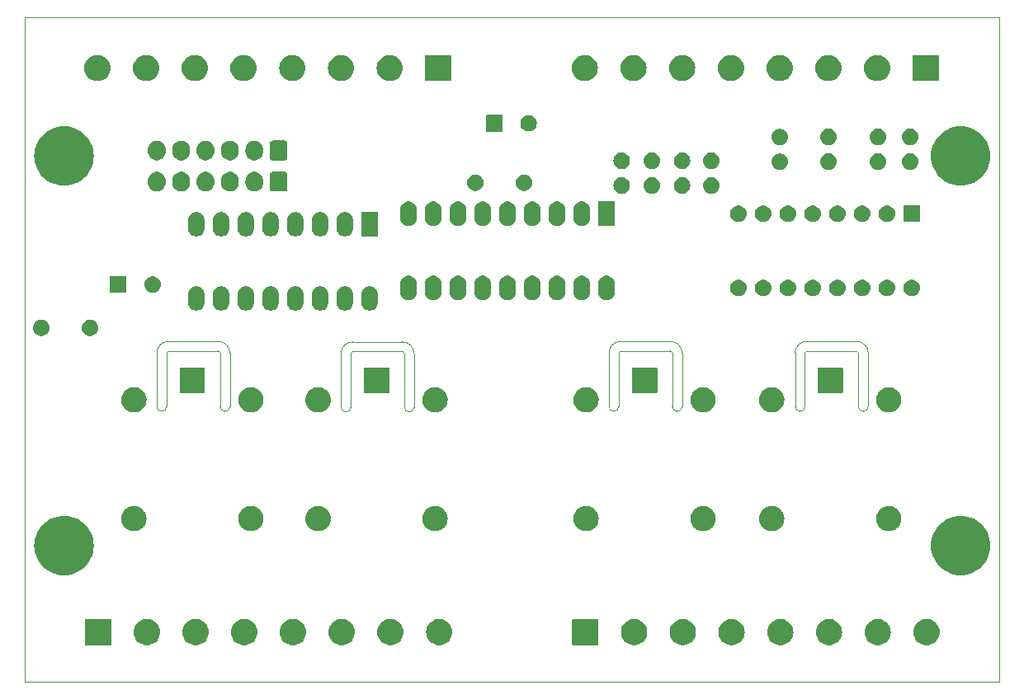
<source format=gbr>
%TF.GenerationSoftware,KiCad,Pcbnew,8.0.5*%
%TF.CreationDate,2025-03-13T20:37:10+01:00*%
%TF.ProjectId,esp32_blinds_controller,65737033-325f-4626-9c69-6e64735f636f,V0.2*%
%TF.SameCoordinates,Original*%
%TF.FileFunction,Soldermask,Top*%
%TF.FilePolarity,Negative*%
%FSLAX46Y46*%
G04 Gerber Fmt 4.6, Leading zero omitted, Abs format (unit mm)*
G04 Created by KiCad (PCBNEW 8.0.5) date 2025-03-13 20:37:10*
%MOMM*%
%LPD*%
G01*
G04 APERTURE LIST*
%TA.AperFunction,Profile*%
%ADD10C,0.050000*%
%TD*%
%TA.AperFunction,Profile*%
%ADD11C,0.120000*%
%TD*%
G04 APERTURE END LIST*
G36*
X109994517Y-124922882D02*
G01*
X110011062Y-124933938D01*
X110022118Y-124950483D01*
X110026000Y-124970000D01*
X110026000Y-127570000D01*
X110022118Y-127589517D01*
X110011062Y-127606062D01*
X109994517Y-127617118D01*
X109975000Y-127621000D01*
X107375000Y-127621000D01*
X107355483Y-127617118D01*
X107338938Y-127606062D01*
X107327882Y-127589517D01*
X107324000Y-127570000D01*
X107324000Y-124970000D01*
X107327882Y-124950483D01*
X107338938Y-124933938D01*
X107355483Y-124922882D01*
X107375000Y-124919000D01*
X109975000Y-124919000D01*
X109994517Y-124922882D01*
G37*
G36*
X159994517Y-124922882D02*
G01*
X160011062Y-124933938D01*
X160022118Y-124950483D01*
X160026000Y-124970000D01*
X160026000Y-127570000D01*
X160022118Y-127589517D01*
X160011062Y-127606062D01*
X159994517Y-127617118D01*
X159975000Y-127621000D01*
X157375000Y-127621000D01*
X157355483Y-127617118D01*
X157338938Y-127606062D01*
X157327882Y-127589517D01*
X157324000Y-127570000D01*
X157324000Y-124970000D01*
X157327882Y-124950483D01*
X157338938Y-124933938D01*
X157355483Y-124922882D01*
X157375000Y-124919000D01*
X159975000Y-124919000D01*
X159994517Y-124922882D01*
G37*
G36*
X114006651Y-124960340D02*
G01*
X114217691Y-125032790D01*
X114413927Y-125138988D01*
X114590007Y-125276037D01*
X114741129Y-125440199D01*
X114863169Y-125626995D01*
X114952799Y-125831331D01*
X115007574Y-126047633D01*
X115026000Y-126270000D01*
X115007574Y-126492367D01*
X114952799Y-126708669D01*
X114863169Y-126913005D01*
X114741129Y-127099801D01*
X114590007Y-127263963D01*
X114413927Y-127401012D01*
X114217691Y-127507210D01*
X114006651Y-127579660D01*
X113786565Y-127616386D01*
X113563435Y-127616386D01*
X113343349Y-127579660D01*
X113132309Y-127507210D01*
X112936073Y-127401012D01*
X112759993Y-127263963D01*
X112608871Y-127099801D01*
X112486831Y-126913005D01*
X112397201Y-126708669D01*
X112342426Y-126492367D01*
X112324000Y-126270000D01*
X112342426Y-126047633D01*
X112397201Y-125831331D01*
X112486831Y-125626995D01*
X112608871Y-125440199D01*
X112759993Y-125276037D01*
X112936073Y-125138988D01*
X113132309Y-125032790D01*
X113343349Y-124960340D01*
X113563435Y-124923614D01*
X113786565Y-124923614D01*
X114006651Y-124960340D01*
G37*
G36*
X119006651Y-124960340D02*
G01*
X119217691Y-125032790D01*
X119413927Y-125138988D01*
X119590007Y-125276037D01*
X119741129Y-125440199D01*
X119863169Y-125626995D01*
X119952799Y-125831331D01*
X120007574Y-126047633D01*
X120026000Y-126270000D01*
X120007574Y-126492367D01*
X119952799Y-126708669D01*
X119863169Y-126913005D01*
X119741129Y-127099801D01*
X119590007Y-127263963D01*
X119413927Y-127401012D01*
X119217691Y-127507210D01*
X119006651Y-127579660D01*
X118786565Y-127616386D01*
X118563435Y-127616386D01*
X118343349Y-127579660D01*
X118132309Y-127507210D01*
X117936073Y-127401012D01*
X117759993Y-127263963D01*
X117608871Y-127099801D01*
X117486831Y-126913005D01*
X117397201Y-126708669D01*
X117342426Y-126492367D01*
X117324000Y-126270000D01*
X117342426Y-126047633D01*
X117397201Y-125831331D01*
X117486831Y-125626995D01*
X117608871Y-125440199D01*
X117759993Y-125276037D01*
X117936073Y-125138988D01*
X118132309Y-125032790D01*
X118343349Y-124960340D01*
X118563435Y-124923614D01*
X118786565Y-124923614D01*
X119006651Y-124960340D01*
G37*
G36*
X124006651Y-124960340D02*
G01*
X124217691Y-125032790D01*
X124413927Y-125138988D01*
X124590007Y-125276037D01*
X124741129Y-125440199D01*
X124863169Y-125626995D01*
X124952799Y-125831331D01*
X125007574Y-126047633D01*
X125026000Y-126270000D01*
X125007574Y-126492367D01*
X124952799Y-126708669D01*
X124863169Y-126913005D01*
X124741129Y-127099801D01*
X124590007Y-127263963D01*
X124413927Y-127401012D01*
X124217691Y-127507210D01*
X124006651Y-127579660D01*
X123786565Y-127616386D01*
X123563435Y-127616386D01*
X123343349Y-127579660D01*
X123132309Y-127507210D01*
X122936073Y-127401012D01*
X122759993Y-127263963D01*
X122608871Y-127099801D01*
X122486831Y-126913005D01*
X122397201Y-126708669D01*
X122342426Y-126492367D01*
X122324000Y-126270000D01*
X122342426Y-126047633D01*
X122397201Y-125831331D01*
X122486831Y-125626995D01*
X122608871Y-125440199D01*
X122759993Y-125276037D01*
X122936073Y-125138988D01*
X123132309Y-125032790D01*
X123343349Y-124960340D01*
X123563435Y-124923614D01*
X123786565Y-124923614D01*
X124006651Y-124960340D01*
G37*
G36*
X129006651Y-124960340D02*
G01*
X129217691Y-125032790D01*
X129413927Y-125138988D01*
X129590007Y-125276037D01*
X129741129Y-125440199D01*
X129863169Y-125626995D01*
X129952799Y-125831331D01*
X130007574Y-126047633D01*
X130026000Y-126270000D01*
X130007574Y-126492367D01*
X129952799Y-126708669D01*
X129863169Y-126913005D01*
X129741129Y-127099801D01*
X129590007Y-127263963D01*
X129413927Y-127401012D01*
X129217691Y-127507210D01*
X129006651Y-127579660D01*
X128786565Y-127616386D01*
X128563435Y-127616386D01*
X128343349Y-127579660D01*
X128132309Y-127507210D01*
X127936073Y-127401012D01*
X127759993Y-127263963D01*
X127608871Y-127099801D01*
X127486831Y-126913005D01*
X127397201Y-126708669D01*
X127342426Y-126492367D01*
X127324000Y-126270000D01*
X127342426Y-126047633D01*
X127397201Y-125831331D01*
X127486831Y-125626995D01*
X127608871Y-125440199D01*
X127759993Y-125276037D01*
X127936073Y-125138988D01*
X128132309Y-125032790D01*
X128343349Y-124960340D01*
X128563435Y-124923614D01*
X128786565Y-124923614D01*
X129006651Y-124960340D01*
G37*
G36*
X134006651Y-124960340D02*
G01*
X134217691Y-125032790D01*
X134413927Y-125138988D01*
X134590007Y-125276037D01*
X134741129Y-125440199D01*
X134863169Y-125626995D01*
X134952799Y-125831331D01*
X135007574Y-126047633D01*
X135026000Y-126270000D01*
X135007574Y-126492367D01*
X134952799Y-126708669D01*
X134863169Y-126913005D01*
X134741129Y-127099801D01*
X134590007Y-127263963D01*
X134413927Y-127401012D01*
X134217691Y-127507210D01*
X134006651Y-127579660D01*
X133786565Y-127616386D01*
X133563435Y-127616386D01*
X133343349Y-127579660D01*
X133132309Y-127507210D01*
X132936073Y-127401012D01*
X132759993Y-127263963D01*
X132608871Y-127099801D01*
X132486831Y-126913005D01*
X132397201Y-126708669D01*
X132342426Y-126492367D01*
X132324000Y-126270000D01*
X132342426Y-126047633D01*
X132397201Y-125831331D01*
X132486831Y-125626995D01*
X132608871Y-125440199D01*
X132759993Y-125276037D01*
X132936073Y-125138988D01*
X133132309Y-125032790D01*
X133343349Y-124960340D01*
X133563435Y-124923614D01*
X133786565Y-124923614D01*
X134006651Y-124960340D01*
G37*
G36*
X139006651Y-124960340D02*
G01*
X139217691Y-125032790D01*
X139413927Y-125138988D01*
X139590007Y-125276037D01*
X139741129Y-125440199D01*
X139863169Y-125626995D01*
X139952799Y-125831331D01*
X140007574Y-126047633D01*
X140026000Y-126270000D01*
X140007574Y-126492367D01*
X139952799Y-126708669D01*
X139863169Y-126913005D01*
X139741129Y-127099801D01*
X139590007Y-127263963D01*
X139413927Y-127401012D01*
X139217691Y-127507210D01*
X139006651Y-127579660D01*
X138786565Y-127616386D01*
X138563435Y-127616386D01*
X138343349Y-127579660D01*
X138132309Y-127507210D01*
X137936073Y-127401012D01*
X137759993Y-127263963D01*
X137608871Y-127099801D01*
X137486831Y-126913005D01*
X137397201Y-126708669D01*
X137342426Y-126492367D01*
X137324000Y-126270000D01*
X137342426Y-126047633D01*
X137397201Y-125831331D01*
X137486831Y-125626995D01*
X137608871Y-125440199D01*
X137759993Y-125276037D01*
X137936073Y-125138988D01*
X138132309Y-125032790D01*
X138343349Y-124960340D01*
X138563435Y-124923614D01*
X138786565Y-124923614D01*
X139006651Y-124960340D01*
G37*
G36*
X144006651Y-124960340D02*
G01*
X144217691Y-125032790D01*
X144413927Y-125138988D01*
X144590007Y-125276037D01*
X144741129Y-125440199D01*
X144863169Y-125626995D01*
X144952799Y-125831331D01*
X145007574Y-126047633D01*
X145026000Y-126270000D01*
X145007574Y-126492367D01*
X144952799Y-126708669D01*
X144863169Y-126913005D01*
X144741129Y-127099801D01*
X144590007Y-127263963D01*
X144413927Y-127401012D01*
X144217691Y-127507210D01*
X144006651Y-127579660D01*
X143786565Y-127616386D01*
X143563435Y-127616386D01*
X143343349Y-127579660D01*
X143132309Y-127507210D01*
X142936073Y-127401012D01*
X142759993Y-127263963D01*
X142608871Y-127099801D01*
X142486831Y-126913005D01*
X142397201Y-126708669D01*
X142342426Y-126492367D01*
X142324000Y-126270000D01*
X142342426Y-126047633D01*
X142397201Y-125831331D01*
X142486831Y-125626995D01*
X142608871Y-125440199D01*
X142759993Y-125276037D01*
X142936073Y-125138988D01*
X143132309Y-125032790D01*
X143343349Y-124960340D01*
X143563435Y-124923614D01*
X143786565Y-124923614D01*
X144006651Y-124960340D01*
G37*
G36*
X164006651Y-124960340D02*
G01*
X164217691Y-125032790D01*
X164413927Y-125138988D01*
X164590007Y-125276037D01*
X164741129Y-125440199D01*
X164863169Y-125626995D01*
X164952799Y-125831331D01*
X165007574Y-126047633D01*
X165026000Y-126270000D01*
X165007574Y-126492367D01*
X164952799Y-126708669D01*
X164863169Y-126913005D01*
X164741129Y-127099801D01*
X164590007Y-127263963D01*
X164413927Y-127401012D01*
X164217691Y-127507210D01*
X164006651Y-127579660D01*
X163786565Y-127616386D01*
X163563435Y-127616386D01*
X163343349Y-127579660D01*
X163132309Y-127507210D01*
X162936073Y-127401012D01*
X162759993Y-127263963D01*
X162608871Y-127099801D01*
X162486831Y-126913005D01*
X162397201Y-126708669D01*
X162342426Y-126492367D01*
X162324000Y-126270000D01*
X162342426Y-126047633D01*
X162397201Y-125831331D01*
X162486831Y-125626995D01*
X162608871Y-125440199D01*
X162759993Y-125276037D01*
X162936073Y-125138988D01*
X163132309Y-125032790D01*
X163343349Y-124960340D01*
X163563435Y-124923614D01*
X163786565Y-124923614D01*
X164006651Y-124960340D01*
G37*
G36*
X169006651Y-124960340D02*
G01*
X169217691Y-125032790D01*
X169413927Y-125138988D01*
X169590007Y-125276037D01*
X169741129Y-125440199D01*
X169863169Y-125626995D01*
X169952799Y-125831331D01*
X170007574Y-126047633D01*
X170026000Y-126270000D01*
X170007574Y-126492367D01*
X169952799Y-126708669D01*
X169863169Y-126913005D01*
X169741129Y-127099801D01*
X169590007Y-127263963D01*
X169413927Y-127401012D01*
X169217691Y-127507210D01*
X169006651Y-127579660D01*
X168786565Y-127616386D01*
X168563435Y-127616386D01*
X168343349Y-127579660D01*
X168132309Y-127507210D01*
X167936073Y-127401012D01*
X167759993Y-127263963D01*
X167608871Y-127099801D01*
X167486831Y-126913005D01*
X167397201Y-126708669D01*
X167342426Y-126492367D01*
X167324000Y-126270000D01*
X167342426Y-126047633D01*
X167397201Y-125831331D01*
X167486831Y-125626995D01*
X167608871Y-125440199D01*
X167759993Y-125276037D01*
X167936073Y-125138988D01*
X168132309Y-125032790D01*
X168343349Y-124960340D01*
X168563435Y-124923614D01*
X168786565Y-124923614D01*
X169006651Y-124960340D01*
G37*
G36*
X174006651Y-124960340D02*
G01*
X174217691Y-125032790D01*
X174413927Y-125138988D01*
X174590007Y-125276037D01*
X174741129Y-125440199D01*
X174863169Y-125626995D01*
X174952799Y-125831331D01*
X175007574Y-126047633D01*
X175026000Y-126270000D01*
X175007574Y-126492367D01*
X174952799Y-126708669D01*
X174863169Y-126913005D01*
X174741129Y-127099801D01*
X174590007Y-127263963D01*
X174413927Y-127401012D01*
X174217691Y-127507210D01*
X174006651Y-127579660D01*
X173786565Y-127616386D01*
X173563435Y-127616386D01*
X173343349Y-127579660D01*
X173132309Y-127507210D01*
X172936073Y-127401012D01*
X172759993Y-127263963D01*
X172608871Y-127099801D01*
X172486831Y-126913005D01*
X172397201Y-126708669D01*
X172342426Y-126492367D01*
X172324000Y-126270000D01*
X172342426Y-126047633D01*
X172397201Y-125831331D01*
X172486831Y-125626995D01*
X172608871Y-125440199D01*
X172759993Y-125276037D01*
X172936073Y-125138988D01*
X173132309Y-125032790D01*
X173343349Y-124960340D01*
X173563435Y-124923614D01*
X173786565Y-124923614D01*
X174006651Y-124960340D01*
G37*
G36*
X179006651Y-124960340D02*
G01*
X179217691Y-125032790D01*
X179413927Y-125138988D01*
X179590007Y-125276037D01*
X179741129Y-125440199D01*
X179863169Y-125626995D01*
X179952799Y-125831331D01*
X180007574Y-126047633D01*
X180026000Y-126270000D01*
X180007574Y-126492367D01*
X179952799Y-126708669D01*
X179863169Y-126913005D01*
X179741129Y-127099801D01*
X179590007Y-127263963D01*
X179413927Y-127401012D01*
X179217691Y-127507210D01*
X179006651Y-127579660D01*
X178786565Y-127616386D01*
X178563435Y-127616386D01*
X178343349Y-127579660D01*
X178132309Y-127507210D01*
X177936073Y-127401012D01*
X177759993Y-127263963D01*
X177608871Y-127099801D01*
X177486831Y-126913005D01*
X177397201Y-126708669D01*
X177342426Y-126492367D01*
X177324000Y-126270000D01*
X177342426Y-126047633D01*
X177397201Y-125831331D01*
X177486831Y-125626995D01*
X177608871Y-125440199D01*
X177759993Y-125276037D01*
X177936073Y-125138988D01*
X178132309Y-125032790D01*
X178343349Y-124960340D01*
X178563435Y-124923614D01*
X178786565Y-124923614D01*
X179006651Y-124960340D01*
G37*
G36*
X184006651Y-124960340D02*
G01*
X184217691Y-125032790D01*
X184413927Y-125138988D01*
X184590007Y-125276037D01*
X184741129Y-125440199D01*
X184863169Y-125626995D01*
X184952799Y-125831331D01*
X185007574Y-126047633D01*
X185026000Y-126270000D01*
X185007574Y-126492367D01*
X184952799Y-126708669D01*
X184863169Y-126913005D01*
X184741129Y-127099801D01*
X184590007Y-127263963D01*
X184413927Y-127401012D01*
X184217691Y-127507210D01*
X184006651Y-127579660D01*
X183786565Y-127616386D01*
X183563435Y-127616386D01*
X183343349Y-127579660D01*
X183132309Y-127507210D01*
X182936073Y-127401012D01*
X182759993Y-127263963D01*
X182608871Y-127099801D01*
X182486831Y-126913005D01*
X182397201Y-126708669D01*
X182342426Y-126492367D01*
X182324000Y-126270000D01*
X182342426Y-126047633D01*
X182397201Y-125831331D01*
X182486831Y-125626995D01*
X182608871Y-125440199D01*
X182759993Y-125276037D01*
X182936073Y-125138988D01*
X183132309Y-125032790D01*
X183343349Y-124960340D01*
X183563435Y-124923614D01*
X183786565Y-124923614D01*
X184006651Y-124960340D01*
G37*
G36*
X189006651Y-124960340D02*
G01*
X189217691Y-125032790D01*
X189413927Y-125138988D01*
X189590007Y-125276037D01*
X189741129Y-125440199D01*
X189863169Y-125626995D01*
X189952799Y-125831331D01*
X190007574Y-126047633D01*
X190026000Y-126270000D01*
X190007574Y-126492367D01*
X189952799Y-126708669D01*
X189863169Y-126913005D01*
X189741129Y-127099801D01*
X189590007Y-127263963D01*
X189413927Y-127401012D01*
X189217691Y-127507210D01*
X189006651Y-127579660D01*
X188786565Y-127616386D01*
X188563435Y-127616386D01*
X188343349Y-127579660D01*
X188132309Y-127507210D01*
X187936073Y-127401012D01*
X187759993Y-127263963D01*
X187608871Y-127099801D01*
X187486831Y-126913005D01*
X187397201Y-126708669D01*
X187342426Y-126492367D01*
X187324000Y-126270000D01*
X187342426Y-126047633D01*
X187397201Y-125831331D01*
X187486831Y-125626995D01*
X187608871Y-125440199D01*
X187759993Y-125276037D01*
X187936073Y-125138988D01*
X188132309Y-125032790D01*
X188343349Y-124960340D01*
X188563435Y-124923614D01*
X188786565Y-124923614D01*
X189006651Y-124960340D01*
G37*
G36*
X194006651Y-124960340D02*
G01*
X194217691Y-125032790D01*
X194413927Y-125138988D01*
X194590007Y-125276037D01*
X194741129Y-125440199D01*
X194863169Y-125626995D01*
X194952799Y-125831331D01*
X195007574Y-126047633D01*
X195026000Y-126270000D01*
X195007574Y-126492367D01*
X194952799Y-126708669D01*
X194863169Y-126913005D01*
X194741129Y-127099801D01*
X194590007Y-127263963D01*
X194413927Y-127401012D01*
X194217691Y-127507210D01*
X194006651Y-127579660D01*
X193786565Y-127616386D01*
X193563435Y-127616386D01*
X193343349Y-127579660D01*
X193132309Y-127507210D01*
X192936073Y-127401012D01*
X192759993Y-127263963D01*
X192608871Y-127099801D01*
X192486831Y-126913005D01*
X192397201Y-126708669D01*
X192342426Y-126492367D01*
X192324000Y-126270000D01*
X192342426Y-126047633D01*
X192397201Y-125831331D01*
X192486831Y-125626995D01*
X192608871Y-125440199D01*
X192759993Y-125276037D01*
X192936073Y-125138988D01*
X193132309Y-125032790D01*
X193343349Y-124960340D01*
X193563435Y-124923614D01*
X193786565Y-124923614D01*
X194006651Y-124960340D01*
G37*
G36*
X105516604Y-114338184D02*
G01*
X105853911Y-114395495D01*
X106182681Y-114490212D01*
X106498779Y-114621144D01*
X106798230Y-114786644D01*
X107077267Y-114984632D01*
X107332383Y-115212617D01*
X107560368Y-115467733D01*
X107758356Y-115746770D01*
X107923856Y-116046221D01*
X108054788Y-116362319D01*
X108149505Y-116691089D01*
X108206816Y-117028396D01*
X108226000Y-117370000D01*
X108206816Y-117711604D01*
X108149505Y-118048911D01*
X108054788Y-118377681D01*
X107923856Y-118693779D01*
X107758356Y-118993230D01*
X107560368Y-119272267D01*
X107332383Y-119527383D01*
X107077267Y-119755368D01*
X106798230Y-119953356D01*
X106498779Y-120118856D01*
X106182681Y-120249788D01*
X105853911Y-120344505D01*
X105516604Y-120401816D01*
X105175000Y-120421000D01*
X104833396Y-120401816D01*
X104496089Y-120344505D01*
X104167319Y-120249788D01*
X103851221Y-120118856D01*
X103551770Y-119953356D01*
X103272733Y-119755368D01*
X103017617Y-119527383D01*
X102789632Y-119272267D01*
X102591644Y-118993230D01*
X102426144Y-118693779D01*
X102295212Y-118377681D01*
X102200495Y-118048911D01*
X102143184Y-117711604D01*
X102124000Y-117370000D01*
X102143184Y-117028396D01*
X102200495Y-116691089D01*
X102295212Y-116362319D01*
X102426144Y-116046221D01*
X102591644Y-115746770D01*
X102789632Y-115467733D01*
X103017617Y-115212617D01*
X103272733Y-114984632D01*
X103551770Y-114786644D01*
X103851221Y-114621144D01*
X104167319Y-114490212D01*
X104496089Y-114395495D01*
X104833396Y-114338184D01*
X105175000Y-114319000D01*
X105516604Y-114338184D01*
G37*
G36*
X197516604Y-114338184D02*
G01*
X197853911Y-114395495D01*
X198182681Y-114490212D01*
X198498779Y-114621144D01*
X198798230Y-114786644D01*
X199077267Y-114984632D01*
X199332383Y-115212617D01*
X199560368Y-115467733D01*
X199758356Y-115746770D01*
X199923856Y-116046221D01*
X200054788Y-116362319D01*
X200149505Y-116691089D01*
X200206816Y-117028396D01*
X200226000Y-117370000D01*
X200206816Y-117711604D01*
X200149505Y-118048911D01*
X200054788Y-118377681D01*
X199923856Y-118693779D01*
X199758356Y-118993230D01*
X199560368Y-119272267D01*
X199332383Y-119527383D01*
X199077267Y-119755368D01*
X198798230Y-119953356D01*
X198498779Y-120118856D01*
X198182681Y-120249788D01*
X197853911Y-120344505D01*
X197516604Y-120401816D01*
X197175000Y-120421000D01*
X196833396Y-120401816D01*
X196496089Y-120344505D01*
X196167319Y-120249788D01*
X195851221Y-120118856D01*
X195551770Y-119953356D01*
X195272733Y-119755368D01*
X195017617Y-119527383D01*
X194789632Y-119272267D01*
X194591644Y-118993230D01*
X194426144Y-118693779D01*
X194295212Y-118377681D01*
X194200495Y-118048911D01*
X194143184Y-117711604D01*
X194124000Y-117370000D01*
X194143184Y-117028396D01*
X194200495Y-116691089D01*
X194295212Y-116362319D01*
X194426144Y-116046221D01*
X194591644Y-115746770D01*
X194789632Y-115467733D01*
X195017617Y-115212617D01*
X195272733Y-114984632D01*
X195551770Y-114786644D01*
X195851221Y-114621144D01*
X196167319Y-114490212D01*
X196496089Y-114395495D01*
X196833396Y-114338184D01*
X197175000Y-114319000D01*
X197516604Y-114338184D01*
G37*
G36*
X112402738Y-113303614D02*
G01*
X112457422Y-113303614D01*
X112517691Y-113313671D01*
X112575916Y-113318765D01*
X112621638Y-113331016D01*
X112669333Y-113338975D01*
X112733313Y-113360939D01*
X112794968Y-113377460D01*
X112832736Y-113395071D01*
X112872536Y-113408735D01*
X112937922Y-113444120D01*
X113000500Y-113473301D01*
X113029961Y-113493930D01*
X113061487Y-113510991D01*
X113125661Y-113560939D01*
X113186267Y-113603376D01*
X113207625Y-113624734D01*
X113231029Y-113642950D01*
X113291154Y-113708263D01*
X113346624Y-113763733D01*
X113360624Y-113783728D01*
X113376532Y-113801008D01*
X113429603Y-113882240D01*
X113476699Y-113949500D01*
X113484560Y-113966358D01*
X113494045Y-113980876D01*
X113537094Y-114079019D01*
X113572540Y-114155032D01*
X113575841Y-114167351D01*
X113580346Y-114177622D01*
X113610513Y-114296752D01*
X113631235Y-114374084D01*
X113631835Y-114380949D01*
X113633087Y-114385891D01*
X113647748Y-114562839D01*
X113651000Y-114600000D01*
X113647748Y-114637163D01*
X113633087Y-114814108D01*
X113631835Y-114819048D01*
X113631235Y-114825916D01*
X113610509Y-114903265D01*
X113580346Y-115022377D01*
X113575841Y-115032645D01*
X113572540Y-115044968D01*
X113537087Y-115120996D01*
X113494045Y-115219123D01*
X113484561Y-115233638D01*
X113476699Y-115250500D01*
X113429593Y-115317773D01*
X113376532Y-115398991D01*
X113360627Y-115416267D01*
X113346624Y-115436267D01*
X113291142Y-115491748D01*
X113231029Y-115557049D01*
X113207629Y-115575261D01*
X113186267Y-115596624D01*
X113125648Y-115639069D01*
X113061487Y-115689008D01*
X113029967Y-115706065D01*
X113000500Y-115726699D01*
X112937908Y-115755885D01*
X112872536Y-115791264D01*
X112832744Y-115804924D01*
X112794968Y-115822540D01*
X112733300Y-115839063D01*
X112669333Y-115861024D01*
X112621646Y-115868981D01*
X112575916Y-115881235D01*
X112517688Y-115886329D01*
X112457422Y-115896386D01*
X112402738Y-115896386D01*
X112350000Y-115901000D01*
X112297262Y-115896386D01*
X112242578Y-115896386D01*
X112182311Y-115886329D01*
X112124084Y-115881235D01*
X112078355Y-115868981D01*
X112030666Y-115861024D01*
X111966694Y-115839062D01*
X111905032Y-115822540D01*
X111867257Y-115804925D01*
X111827463Y-115791264D01*
X111762083Y-115755882D01*
X111699500Y-115726699D01*
X111670035Y-115706067D01*
X111638512Y-115689008D01*
X111574341Y-115639062D01*
X111513733Y-115596624D01*
X111492373Y-115575264D01*
X111468970Y-115557049D01*
X111408844Y-115491735D01*
X111353376Y-115436267D01*
X111339375Y-115416272D01*
X111323467Y-115398991D01*
X111270391Y-115317752D01*
X111223301Y-115250500D01*
X111215440Y-115233643D01*
X111205954Y-115219123D01*
X111162895Y-115120960D01*
X111127460Y-115044968D01*
X111124159Y-115032651D01*
X111119653Y-115022377D01*
X111089472Y-114903197D01*
X111068765Y-114825916D01*
X111068164Y-114819054D01*
X111066912Y-114814108D01*
X111052232Y-114636947D01*
X111049000Y-114600000D01*
X111052232Y-114563055D01*
X111066912Y-114385891D01*
X111068164Y-114380943D01*
X111068765Y-114374084D01*
X111089467Y-114296820D01*
X111119653Y-114177622D01*
X111124160Y-114167346D01*
X111127460Y-114155032D01*
X111162888Y-114079055D01*
X111205954Y-113980876D01*
X111215442Y-113966352D01*
X111223301Y-113949500D01*
X111270381Y-113882261D01*
X111323467Y-113801008D01*
X111339378Y-113783723D01*
X111353376Y-113763733D01*
X111408833Y-113708275D01*
X111468970Y-113642950D01*
X111492378Y-113624730D01*
X111513733Y-113603376D01*
X111574328Y-113560946D01*
X111638512Y-113510991D01*
X111670041Y-113493927D01*
X111699500Y-113473301D01*
X111762070Y-113444123D01*
X111827463Y-113408735D01*
X111867265Y-113395070D01*
X111905032Y-113377460D01*
X111966681Y-113360941D01*
X112030666Y-113338975D01*
X112078362Y-113331016D01*
X112124084Y-113318765D01*
X112182307Y-113313671D01*
X112242578Y-113303614D01*
X112297262Y-113303614D01*
X112350000Y-113299000D01*
X112402738Y-113303614D01*
G37*
G36*
X124402738Y-113303614D02*
G01*
X124457422Y-113303614D01*
X124517691Y-113313671D01*
X124575916Y-113318765D01*
X124621638Y-113331016D01*
X124669333Y-113338975D01*
X124733313Y-113360939D01*
X124794968Y-113377460D01*
X124832736Y-113395071D01*
X124872536Y-113408735D01*
X124937922Y-113444120D01*
X125000500Y-113473301D01*
X125029961Y-113493930D01*
X125061487Y-113510991D01*
X125125661Y-113560939D01*
X125186267Y-113603376D01*
X125207625Y-113624734D01*
X125231029Y-113642950D01*
X125291154Y-113708263D01*
X125346624Y-113763733D01*
X125360624Y-113783728D01*
X125376532Y-113801008D01*
X125429603Y-113882240D01*
X125476699Y-113949500D01*
X125484560Y-113966358D01*
X125494045Y-113980876D01*
X125537094Y-114079019D01*
X125572540Y-114155032D01*
X125575841Y-114167351D01*
X125580346Y-114177622D01*
X125610513Y-114296752D01*
X125631235Y-114374084D01*
X125631835Y-114380949D01*
X125633087Y-114385891D01*
X125647748Y-114562839D01*
X125651000Y-114600000D01*
X125647748Y-114637163D01*
X125633087Y-114814108D01*
X125631835Y-114819048D01*
X125631235Y-114825916D01*
X125610509Y-114903265D01*
X125580346Y-115022377D01*
X125575841Y-115032645D01*
X125572540Y-115044968D01*
X125537087Y-115120996D01*
X125494045Y-115219123D01*
X125484561Y-115233638D01*
X125476699Y-115250500D01*
X125429593Y-115317773D01*
X125376532Y-115398991D01*
X125360627Y-115416267D01*
X125346624Y-115436267D01*
X125291142Y-115491748D01*
X125231029Y-115557049D01*
X125207629Y-115575261D01*
X125186267Y-115596624D01*
X125125648Y-115639069D01*
X125061487Y-115689008D01*
X125029967Y-115706065D01*
X125000500Y-115726699D01*
X124937908Y-115755885D01*
X124872536Y-115791264D01*
X124832744Y-115804924D01*
X124794968Y-115822540D01*
X124733300Y-115839063D01*
X124669333Y-115861024D01*
X124621646Y-115868981D01*
X124575916Y-115881235D01*
X124517688Y-115886329D01*
X124457422Y-115896386D01*
X124402738Y-115896386D01*
X124350000Y-115901000D01*
X124297262Y-115896386D01*
X124242578Y-115896386D01*
X124182311Y-115886329D01*
X124124084Y-115881235D01*
X124078355Y-115868981D01*
X124030666Y-115861024D01*
X123966694Y-115839062D01*
X123905032Y-115822540D01*
X123867257Y-115804925D01*
X123827463Y-115791264D01*
X123762083Y-115755882D01*
X123699500Y-115726699D01*
X123670035Y-115706067D01*
X123638512Y-115689008D01*
X123574341Y-115639062D01*
X123513733Y-115596624D01*
X123492373Y-115575264D01*
X123468970Y-115557049D01*
X123408844Y-115491735D01*
X123353376Y-115436267D01*
X123339375Y-115416272D01*
X123323467Y-115398991D01*
X123270391Y-115317752D01*
X123223301Y-115250500D01*
X123215440Y-115233643D01*
X123205954Y-115219123D01*
X123162895Y-115120960D01*
X123127460Y-115044968D01*
X123124159Y-115032651D01*
X123119653Y-115022377D01*
X123089472Y-114903197D01*
X123068765Y-114825916D01*
X123068164Y-114819054D01*
X123066912Y-114814108D01*
X123052232Y-114636947D01*
X123049000Y-114600000D01*
X123052232Y-114563055D01*
X123066912Y-114385891D01*
X123068164Y-114380943D01*
X123068765Y-114374084D01*
X123089467Y-114296820D01*
X123119653Y-114177622D01*
X123124160Y-114167346D01*
X123127460Y-114155032D01*
X123162888Y-114079055D01*
X123205954Y-113980876D01*
X123215442Y-113966352D01*
X123223301Y-113949500D01*
X123270381Y-113882261D01*
X123323467Y-113801008D01*
X123339378Y-113783723D01*
X123353376Y-113763733D01*
X123408833Y-113708275D01*
X123468970Y-113642950D01*
X123492378Y-113624730D01*
X123513733Y-113603376D01*
X123574328Y-113560946D01*
X123638512Y-113510991D01*
X123670041Y-113493927D01*
X123699500Y-113473301D01*
X123762070Y-113444123D01*
X123827463Y-113408735D01*
X123867265Y-113395070D01*
X123905032Y-113377460D01*
X123966681Y-113360941D01*
X124030666Y-113338975D01*
X124078362Y-113331016D01*
X124124084Y-113318765D01*
X124182307Y-113313671D01*
X124242578Y-113303614D01*
X124297262Y-113303614D01*
X124350000Y-113299000D01*
X124402738Y-113303614D01*
G37*
G36*
X131302738Y-113303614D02*
G01*
X131357422Y-113303614D01*
X131417691Y-113313671D01*
X131475916Y-113318765D01*
X131521638Y-113331016D01*
X131569333Y-113338975D01*
X131633313Y-113360939D01*
X131694968Y-113377460D01*
X131732736Y-113395071D01*
X131772536Y-113408735D01*
X131837922Y-113444120D01*
X131900500Y-113473301D01*
X131929961Y-113493930D01*
X131961487Y-113510991D01*
X132025661Y-113560939D01*
X132086267Y-113603376D01*
X132107625Y-113624734D01*
X132131029Y-113642950D01*
X132191154Y-113708263D01*
X132246624Y-113763733D01*
X132260624Y-113783728D01*
X132276532Y-113801008D01*
X132329603Y-113882240D01*
X132376699Y-113949500D01*
X132384560Y-113966358D01*
X132394045Y-113980876D01*
X132437094Y-114079019D01*
X132472540Y-114155032D01*
X132475841Y-114167351D01*
X132480346Y-114177622D01*
X132510513Y-114296752D01*
X132531235Y-114374084D01*
X132531835Y-114380949D01*
X132533087Y-114385891D01*
X132547748Y-114562839D01*
X132551000Y-114600000D01*
X132547748Y-114637163D01*
X132533087Y-114814108D01*
X132531835Y-114819048D01*
X132531235Y-114825916D01*
X132510509Y-114903265D01*
X132480346Y-115022377D01*
X132475841Y-115032645D01*
X132472540Y-115044968D01*
X132437087Y-115120996D01*
X132394045Y-115219123D01*
X132384561Y-115233638D01*
X132376699Y-115250500D01*
X132329593Y-115317773D01*
X132276532Y-115398991D01*
X132260627Y-115416267D01*
X132246624Y-115436267D01*
X132191142Y-115491748D01*
X132131029Y-115557049D01*
X132107629Y-115575261D01*
X132086267Y-115596624D01*
X132025648Y-115639069D01*
X131961487Y-115689008D01*
X131929967Y-115706065D01*
X131900500Y-115726699D01*
X131837908Y-115755885D01*
X131772536Y-115791264D01*
X131732744Y-115804924D01*
X131694968Y-115822540D01*
X131633300Y-115839063D01*
X131569333Y-115861024D01*
X131521646Y-115868981D01*
X131475916Y-115881235D01*
X131417688Y-115886329D01*
X131357422Y-115896386D01*
X131302738Y-115896386D01*
X131250000Y-115901000D01*
X131197262Y-115896386D01*
X131142578Y-115896386D01*
X131082311Y-115886329D01*
X131024084Y-115881235D01*
X130978355Y-115868981D01*
X130930666Y-115861024D01*
X130866694Y-115839062D01*
X130805032Y-115822540D01*
X130767257Y-115804925D01*
X130727463Y-115791264D01*
X130662083Y-115755882D01*
X130599500Y-115726699D01*
X130570035Y-115706067D01*
X130538512Y-115689008D01*
X130474341Y-115639062D01*
X130413733Y-115596624D01*
X130392373Y-115575264D01*
X130368970Y-115557049D01*
X130308844Y-115491735D01*
X130253376Y-115436267D01*
X130239375Y-115416272D01*
X130223467Y-115398991D01*
X130170391Y-115317752D01*
X130123301Y-115250500D01*
X130115440Y-115233643D01*
X130105954Y-115219123D01*
X130062895Y-115120960D01*
X130027460Y-115044968D01*
X130024159Y-115032651D01*
X130019653Y-115022377D01*
X129989472Y-114903197D01*
X129968765Y-114825916D01*
X129968164Y-114819054D01*
X129966912Y-114814108D01*
X129952232Y-114636947D01*
X129949000Y-114600000D01*
X129952232Y-114563055D01*
X129966912Y-114385891D01*
X129968164Y-114380943D01*
X129968765Y-114374084D01*
X129989467Y-114296820D01*
X130019653Y-114177622D01*
X130024160Y-114167346D01*
X130027460Y-114155032D01*
X130062888Y-114079055D01*
X130105954Y-113980876D01*
X130115442Y-113966352D01*
X130123301Y-113949500D01*
X130170381Y-113882261D01*
X130223467Y-113801008D01*
X130239378Y-113783723D01*
X130253376Y-113763733D01*
X130308833Y-113708275D01*
X130368970Y-113642950D01*
X130392378Y-113624730D01*
X130413733Y-113603376D01*
X130474328Y-113560946D01*
X130538512Y-113510991D01*
X130570041Y-113493927D01*
X130599500Y-113473301D01*
X130662070Y-113444123D01*
X130727463Y-113408735D01*
X130767265Y-113395070D01*
X130805032Y-113377460D01*
X130866681Y-113360941D01*
X130930666Y-113338975D01*
X130978362Y-113331016D01*
X131024084Y-113318765D01*
X131082307Y-113313671D01*
X131142578Y-113303614D01*
X131197262Y-113303614D01*
X131250000Y-113299000D01*
X131302738Y-113303614D01*
G37*
G36*
X143302738Y-113303614D02*
G01*
X143357422Y-113303614D01*
X143417691Y-113313671D01*
X143475916Y-113318765D01*
X143521638Y-113331016D01*
X143569333Y-113338975D01*
X143633313Y-113360939D01*
X143694968Y-113377460D01*
X143732736Y-113395071D01*
X143772536Y-113408735D01*
X143837922Y-113444120D01*
X143900500Y-113473301D01*
X143929961Y-113493930D01*
X143961487Y-113510991D01*
X144025661Y-113560939D01*
X144086267Y-113603376D01*
X144107625Y-113624734D01*
X144131029Y-113642950D01*
X144191154Y-113708263D01*
X144246624Y-113763733D01*
X144260624Y-113783728D01*
X144276532Y-113801008D01*
X144329603Y-113882240D01*
X144376699Y-113949500D01*
X144384560Y-113966358D01*
X144394045Y-113980876D01*
X144437094Y-114079019D01*
X144472540Y-114155032D01*
X144475841Y-114167351D01*
X144480346Y-114177622D01*
X144510513Y-114296752D01*
X144531235Y-114374084D01*
X144531835Y-114380949D01*
X144533087Y-114385891D01*
X144547748Y-114562839D01*
X144551000Y-114600000D01*
X144547748Y-114637163D01*
X144533087Y-114814108D01*
X144531835Y-114819048D01*
X144531235Y-114825916D01*
X144510509Y-114903265D01*
X144480346Y-115022377D01*
X144475841Y-115032645D01*
X144472540Y-115044968D01*
X144437087Y-115120996D01*
X144394045Y-115219123D01*
X144384561Y-115233638D01*
X144376699Y-115250500D01*
X144329593Y-115317773D01*
X144276532Y-115398991D01*
X144260627Y-115416267D01*
X144246624Y-115436267D01*
X144191142Y-115491748D01*
X144131029Y-115557049D01*
X144107629Y-115575261D01*
X144086267Y-115596624D01*
X144025648Y-115639069D01*
X143961487Y-115689008D01*
X143929967Y-115706065D01*
X143900500Y-115726699D01*
X143837908Y-115755885D01*
X143772536Y-115791264D01*
X143732744Y-115804924D01*
X143694968Y-115822540D01*
X143633300Y-115839063D01*
X143569333Y-115861024D01*
X143521646Y-115868981D01*
X143475916Y-115881235D01*
X143417688Y-115886329D01*
X143357422Y-115896386D01*
X143302738Y-115896386D01*
X143250000Y-115901000D01*
X143197262Y-115896386D01*
X143142578Y-115896386D01*
X143082311Y-115886329D01*
X143024084Y-115881235D01*
X142978355Y-115868981D01*
X142930666Y-115861024D01*
X142866694Y-115839062D01*
X142805032Y-115822540D01*
X142767257Y-115804925D01*
X142727463Y-115791264D01*
X142662083Y-115755882D01*
X142599500Y-115726699D01*
X142570035Y-115706067D01*
X142538512Y-115689008D01*
X142474341Y-115639062D01*
X142413733Y-115596624D01*
X142392373Y-115575264D01*
X142368970Y-115557049D01*
X142308844Y-115491735D01*
X142253376Y-115436267D01*
X142239375Y-115416272D01*
X142223467Y-115398991D01*
X142170391Y-115317752D01*
X142123301Y-115250500D01*
X142115440Y-115233643D01*
X142105954Y-115219123D01*
X142062895Y-115120960D01*
X142027460Y-115044968D01*
X142024159Y-115032651D01*
X142019653Y-115022377D01*
X141989472Y-114903197D01*
X141968765Y-114825916D01*
X141968164Y-114819054D01*
X141966912Y-114814108D01*
X141952232Y-114636947D01*
X141949000Y-114600000D01*
X141952232Y-114563055D01*
X141966912Y-114385891D01*
X141968164Y-114380943D01*
X141968765Y-114374084D01*
X141989467Y-114296820D01*
X142019653Y-114177622D01*
X142024160Y-114167346D01*
X142027460Y-114155032D01*
X142062888Y-114079055D01*
X142105954Y-113980876D01*
X142115442Y-113966352D01*
X142123301Y-113949500D01*
X142170381Y-113882261D01*
X142223467Y-113801008D01*
X142239378Y-113783723D01*
X142253376Y-113763733D01*
X142308833Y-113708275D01*
X142368970Y-113642950D01*
X142392378Y-113624730D01*
X142413733Y-113603376D01*
X142474328Y-113560946D01*
X142538512Y-113510991D01*
X142570041Y-113493927D01*
X142599500Y-113473301D01*
X142662070Y-113444123D01*
X142727463Y-113408735D01*
X142767265Y-113395070D01*
X142805032Y-113377460D01*
X142866681Y-113360941D01*
X142930666Y-113338975D01*
X142978362Y-113331016D01*
X143024084Y-113318765D01*
X143082307Y-113313671D01*
X143142578Y-113303614D01*
X143197262Y-113303614D01*
X143250000Y-113299000D01*
X143302738Y-113303614D01*
G37*
G36*
X158802738Y-113303614D02*
G01*
X158857422Y-113303614D01*
X158917691Y-113313671D01*
X158975916Y-113318765D01*
X159021638Y-113331016D01*
X159069333Y-113338975D01*
X159133313Y-113360939D01*
X159194968Y-113377460D01*
X159232736Y-113395071D01*
X159272536Y-113408735D01*
X159337922Y-113444120D01*
X159400500Y-113473301D01*
X159429961Y-113493930D01*
X159461487Y-113510991D01*
X159525661Y-113560939D01*
X159586267Y-113603376D01*
X159607625Y-113624734D01*
X159631029Y-113642950D01*
X159691154Y-113708263D01*
X159746624Y-113763733D01*
X159760624Y-113783728D01*
X159776532Y-113801008D01*
X159829603Y-113882240D01*
X159876699Y-113949500D01*
X159884560Y-113966358D01*
X159894045Y-113980876D01*
X159937094Y-114079019D01*
X159972540Y-114155032D01*
X159975841Y-114167351D01*
X159980346Y-114177622D01*
X160010513Y-114296752D01*
X160031235Y-114374084D01*
X160031835Y-114380949D01*
X160033087Y-114385891D01*
X160047748Y-114562839D01*
X160051000Y-114600000D01*
X160047748Y-114637163D01*
X160033087Y-114814108D01*
X160031835Y-114819048D01*
X160031235Y-114825916D01*
X160010509Y-114903265D01*
X159980346Y-115022377D01*
X159975841Y-115032645D01*
X159972540Y-115044968D01*
X159937087Y-115120996D01*
X159894045Y-115219123D01*
X159884561Y-115233638D01*
X159876699Y-115250500D01*
X159829593Y-115317773D01*
X159776532Y-115398991D01*
X159760627Y-115416267D01*
X159746624Y-115436267D01*
X159691142Y-115491748D01*
X159631029Y-115557049D01*
X159607629Y-115575261D01*
X159586267Y-115596624D01*
X159525648Y-115639069D01*
X159461487Y-115689008D01*
X159429967Y-115706065D01*
X159400500Y-115726699D01*
X159337908Y-115755885D01*
X159272536Y-115791264D01*
X159232744Y-115804924D01*
X159194968Y-115822540D01*
X159133300Y-115839063D01*
X159069333Y-115861024D01*
X159021646Y-115868981D01*
X158975916Y-115881235D01*
X158917688Y-115886329D01*
X158857422Y-115896386D01*
X158802738Y-115896386D01*
X158750000Y-115901000D01*
X158697262Y-115896386D01*
X158642578Y-115896386D01*
X158582311Y-115886329D01*
X158524084Y-115881235D01*
X158478355Y-115868981D01*
X158430666Y-115861024D01*
X158366694Y-115839062D01*
X158305032Y-115822540D01*
X158267257Y-115804925D01*
X158227463Y-115791264D01*
X158162083Y-115755882D01*
X158099500Y-115726699D01*
X158070035Y-115706067D01*
X158038512Y-115689008D01*
X157974341Y-115639062D01*
X157913733Y-115596624D01*
X157892373Y-115575264D01*
X157868970Y-115557049D01*
X157808844Y-115491735D01*
X157753376Y-115436267D01*
X157739375Y-115416272D01*
X157723467Y-115398991D01*
X157670391Y-115317752D01*
X157623301Y-115250500D01*
X157615440Y-115233643D01*
X157605954Y-115219123D01*
X157562895Y-115120960D01*
X157527460Y-115044968D01*
X157524159Y-115032651D01*
X157519653Y-115022377D01*
X157489472Y-114903197D01*
X157468765Y-114825916D01*
X157468164Y-114819054D01*
X157466912Y-114814108D01*
X157452232Y-114636947D01*
X157449000Y-114600000D01*
X157452232Y-114563055D01*
X157466912Y-114385891D01*
X157468164Y-114380943D01*
X157468765Y-114374084D01*
X157489467Y-114296820D01*
X157519653Y-114177622D01*
X157524160Y-114167346D01*
X157527460Y-114155032D01*
X157562888Y-114079055D01*
X157605954Y-113980876D01*
X157615442Y-113966352D01*
X157623301Y-113949500D01*
X157670381Y-113882261D01*
X157723467Y-113801008D01*
X157739378Y-113783723D01*
X157753376Y-113763733D01*
X157808833Y-113708275D01*
X157868970Y-113642950D01*
X157892378Y-113624730D01*
X157913733Y-113603376D01*
X157974328Y-113560946D01*
X158038512Y-113510991D01*
X158070041Y-113493927D01*
X158099500Y-113473301D01*
X158162070Y-113444123D01*
X158227463Y-113408735D01*
X158267265Y-113395070D01*
X158305032Y-113377460D01*
X158366681Y-113360941D01*
X158430666Y-113338975D01*
X158478362Y-113331016D01*
X158524084Y-113318765D01*
X158582307Y-113313671D01*
X158642578Y-113303614D01*
X158697262Y-113303614D01*
X158750000Y-113299000D01*
X158802738Y-113303614D01*
G37*
G36*
X170802738Y-113303614D02*
G01*
X170857422Y-113303614D01*
X170917691Y-113313671D01*
X170975916Y-113318765D01*
X171021638Y-113331016D01*
X171069333Y-113338975D01*
X171133313Y-113360939D01*
X171194968Y-113377460D01*
X171232736Y-113395071D01*
X171272536Y-113408735D01*
X171337922Y-113444120D01*
X171400500Y-113473301D01*
X171429961Y-113493930D01*
X171461487Y-113510991D01*
X171525661Y-113560939D01*
X171586267Y-113603376D01*
X171607625Y-113624734D01*
X171631029Y-113642950D01*
X171691154Y-113708263D01*
X171746624Y-113763733D01*
X171760624Y-113783728D01*
X171776532Y-113801008D01*
X171829603Y-113882240D01*
X171876699Y-113949500D01*
X171884560Y-113966358D01*
X171894045Y-113980876D01*
X171937094Y-114079019D01*
X171972540Y-114155032D01*
X171975841Y-114167351D01*
X171980346Y-114177622D01*
X172010513Y-114296752D01*
X172031235Y-114374084D01*
X172031835Y-114380949D01*
X172033087Y-114385891D01*
X172047748Y-114562839D01*
X172051000Y-114600000D01*
X172047748Y-114637163D01*
X172033087Y-114814108D01*
X172031835Y-114819048D01*
X172031235Y-114825916D01*
X172010509Y-114903265D01*
X171980346Y-115022377D01*
X171975841Y-115032645D01*
X171972540Y-115044968D01*
X171937087Y-115120996D01*
X171894045Y-115219123D01*
X171884561Y-115233638D01*
X171876699Y-115250500D01*
X171829593Y-115317773D01*
X171776532Y-115398991D01*
X171760627Y-115416267D01*
X171746624Y-115436267D01*
X171691142Y-115491748D01*
X171631029Y-115557049D01*
X171607629Y-115575261D01*
X171586267Y-115596624D01*
X171525648Y-115639069D01*
X171461487Y-115689008D01*
X171429967Y-115706065D01*
X171400500Y-115726699D01*
X171337908Y-115755885D01*
X171272536Y-115791264D01*
X171232744Y-115804924D01*
X171194968Y-115822540D01*
X171133300Y-115839063D01*
X171069333Y-115861024D01*
X171021646Y-115868981D01*
X170975916Y-115881235D01*
X170917688Y-115886329D01*
X170857422Y-115896386D01*
X170802738Y-115896386D01*
X170750000Y-115901000D01*
X170697262Y-115896386D01*
X170642578Y-115896386D01*
X170582311Y-115886329D01*
X170524084Y-115881235D01*
X170478355Y-115868981D01*
X170430666Y-115861024D01*
X170366694Y-115839062D01*
X170305032Y-115822540D01*
X170267257Y-115804925D01*
X170227463Y-115791264D01*
X170162083Y-115755882D01*
X170099500Y-115726699D01*
X170070035Y-115706067D01*
X170038512Y-115689008D01*
X169974341Y-115639062D01*
X169913733Y-115596624D01*
X169892373Y-115575264D01*
X169868970Y-115557049D01*
X169808844Y-115491735D01*
X169753376Y-115436267D01*
X169739375Y-115416272D01*
X169723467Y-115398991D01*
X169670391Y-115317752D01*
X169623301Y-115250500D01*
X169615440Y-115233643D01*
X169605954Y-115219123D01*
X169562895Y-115120960D01*
X169527460Y-115044968D01*
X169524159Y-115032651D01*
X169519653Y-115022377D01*
X169489472Y-114903197D01*
X169468765Y-114825916D01*
X169468164Y-114819054D01*
X169466912Y-114814108D01*
X169452232Y-114636947D01*
X169449000Y-114600000D01*
X169452232Y-114563055D01*
X169466912Y-114385891D01*
X169468164Y-114380943D01*
X169468765Y-114374084D01*
X169489467Y-114296820D01*
X169519653Y-114177622D01*
X169524160Y-114167346D01*
X169527460Y-114155032D01*
X169562888Y-114079055D01*
X169605954Y-113980876D01*
X169615442Y-113966352D01*
X169623301Y-113949500D01*
X169670381Y-113882261D01*
X169723467Y-113801008D01*
X169739378Y-113783723D01*
X169753376Y-113763733D01*
X169808833Y-113708275D01*
X169868970Y-113642950D01*
X169892378Y-113624730D01*
X169913733Y-113603376D01*
X169974328Y-113560946D01*
X170038512Y-113510991D01*
X170070041Y-113493927D01*
X170099500Y-113473301D01*
X170162070Y-113444123D01*
X170227463Y-113408735D01*
X170267265Y-113395070D01*
X170305032Y-113377460D01*
X170366681Y-113360941D01*
X170430666Y-113338975D01*
X170478362Y-113331016D01*
X170524084Y-113318765D01*
X170582307Y-113313671D01*
X170642578Y-113303614D01*
X170697262Y-113303614D01*
X170750000Y-113299000D01*
X170802738Y-113303614D01*
G37*
G36*
X177852738Y-113303614D02*
G01*
X177907422Y-113303614D01*
X177967691Y-113313671D01*
X178025916Y-113318765D01*
X178071638Y-113331016D01*
X178119333Y-113338975D01*
X178183313Y-113360939D01*
X178244968Y-113377460D01*
X178282736Y-113395071D01*
X178322536Y-113408735D01*
X178387922Y-113444120D01*
X178450500Y-113473301D01*
X178479961Y-113493930D01*
X178511487Y-113510991D01*
X178575661Y-113560939D01*
X178636267Y-113603376D01*
X178657625Y-113624734D01*
X178681029Y-113642950D01*
X178741154Y-113708263D01*
X178796624Y-113763733D01*
X178810624Y-113783728D01*
X178826532Y-113801008D01*
X178879603Y-113882240D01*
X178926699Y-113949500D01*
X178934560Y-113966358D01*
X178944045Y-113980876D01*
X178987094Y-114079019D01*
X179022540Y-114155032D01*
X179025841Y-114167351D01*
X179030346Y-114177622D01*
X179060513Y-114296752D01*
X179081235Y-114374084D01*
X179081835Y-114380949D01*
X179083087Y-114385891D01*
X179097748Y-114562839D01*
X179101000Y-114600000D01*
X179097748Y-114637163D01*
X179083087Y-114814108D01*
X179081835Y-114819048D01*
X179081235Y-114825916D01*
X179060509Y-114903265D01*
X179030346Y-115022377D01*
X179025841Y-115032645D01*
X179022540Y-115044968D01*
X178987087Y-115120996D01*
X178944045Y-115219123D01*
X178934561Y-115233638D01*
X178926699Y-115250500D01*
X178879593Y-115317773D01*
X178826532Y-115398991D01*
X178810627Y-115416267D01*
X178796624Y-115436267D01*
X178741142Y-115491748D01*
X178681029Y-115557049D01*
X178657629Y-115575261D01*
X178636267Y-115596624D01*
X178575648Y-115639069D01*
X178511487Y-115689008D01*
X178479967Y-115706065D01*
X178450500Y-115726699D01*
X178387908Y-115755885D01*
X178322536Y-115791264D01*
X178282744Y-115804924D01*
X178244968Y-115822540D01*
X178183300Y-115839063D01*
X178119333Y-115861024D01*
X178071646Y-115868981D01*
X178025916Y-115881235D01*
X177967688Y-115886329D01*
X177907422Y-115896386D01*
X177852738Y-115896386D01*
X177800000Y-115901000D01*
X177747262Y-115896386D01*
X177692578Y-115896386D01*
X177632311Y-115886329D01*
X177574084Y-115881235D01*
X177528355Y-115868981D01*
X177480666Y-115861024D01*
X177416694Y-115839062D01*
X177355032Y-115822540D01*
X177317257Y-115804925D01*
X177277463Y-115791264D01*
X177212083Y-115755882D01*
X177149500Y-115726699D01*
X177120035Y-115706067D01*
X177088512Y-115689008D01*
X177024341Y-115639062D01*
X176963733Y-115596624D01*
X176942373Y-115575264D01*
X176918970Y-115557049D01*
X176858844Y-115491735D01*
X176803376Y-115436267D01*
X176789375Y-115416272D01*
X176773467Y-115398991D01*
X176720391Y-115317752D01*
X176673301Y-115250500D01*
X176665440Y-115233643D01*
X176655954Y-115219123D01*
X176612895Y-115120960D01*
X176577460Y-115044968D01*
X176574159Y-115032651D01*
X176569653Y-115022377D01*
X176539472Y-114903197D01*
X176518765Y-114825916D01*
X176518164Y-114819054D01*
X176516912Y-114814108D01*
X176502232Y-114636947D01*
X176499000Y-114600000D01*
X176502232Y-114563055D01*
X176516912Y-114385891D01*
X176518164Y-114380943D01*
X176518765Y-114374084D01*
X176539467Y-114296820D01*
X176569653Y-114177622D01*
X176574160Y-114167346D01*
X176577460Y-114155032D01*
X176612888Y-114079055D01*
X176655954Y-113980876D01*
X176665442Y-113966352D01*
X176673301Y-113949500D01*
X176720381Y-113882261D01*
X176773467Y-113801008D01*
X176789378Y-113783723D01*
X176803376Y-113763733D01*
X176858833Y-113708275D01*
X176918970Y-113642950D01*
X176942378Y-113624730D01*
X176963733Y-113603376D01*
X177024328Y-113560946D01*
X177088512Y-113510991D01*
X177120041Y-113493927D01*
X177149500Y-113473301D01*
X177212070Y-113444123D01*
X177277463Y-113408735D01*
X177317265Y-113395070D01*
X177355032Y-113377460D01*
X177416681Y-113360941D01*
X177480666Y-113338975D01*
X177528362Y-113331016D01*
X177574084Y-113318765D01*
X177632307Y-113313671D01*
X177692578Y-113303614D01*
X177747262Y-113303614D01*
X177800000Y-113299000D01*
X177852738Y-113303614D01*
G37*
G36*
X189852738Y-113303614D02*
G01*
X189907422Y-113303614D01*
X189967691Y-113313671D01*
X190025916Y-113318765D01*
X190071638Y-113331016D01*
X190119333Y-113338975D01*
X190183313Y-113360939D01*
X190244968Y-113377460D01*
X190282736Y-113395071D01*
X190322536Y-113408735D01*
X190387922Y-113444120D01*
X190450500Y-113473301D01*
X190479961Y-113493930D01*
X190511487Y-113510991D01*
X190575661Y-113560939D01*
X190636267Y-113603376D01*
X190657625Y-113624734D01*
X190681029Y-113642950D01*
X190741154Y-113708263D01*
X190796624Y-113763733D01*
X190810624Y-113783728D01*
X190826532Y-113801008D01*
X190879603Y-113882240D01*
X190926699Y-113949500D01*
X190934560Y-113966358D01*
X190944045Y-113980876D01*
X190987094Y-114079019D01*
X191022540Y-114155032D01*
X191025841Y-114167351D01*
X191030346Y-114177622D01*
X191060513Y-114296752D01*
X191081235Y-114374084D01*
X191081835Y-114380949D01*
X191083087Y-114385891D01*
X191097748Y-114562839D01*
X191101000Y-114600000D01*
X191097748Y-114637163D01*
X191083087Y-114814108D01*
X191081835Y-114819048D01*
X191081235Y-114825916D01*
X191060509Y-114903265D01*
X191030346Y-115022377D01*
X191025841Y-115032645D01*
X191022540Y-115044968D01*
X190987087Y-115120996D01*
X190944045Y-115219123D01*
X190934561Y-115233638D01*
X190926699Y-115250500D01*
X190879593Y-115317773D01*
X190826532Y-115398991D01*
X190810627Y-115416267D01*
X190796624Y-115436267D01*
X190741142Y-115491748D01*
X190681029Y-115557049D01*
X190657629Y-115575261D01*
X190636267Y-115596624D01*
X190575648Y-115639069D01*
X190511487Y-115689008D01*
X190479967Y-115706065D01*
X190450500Y-115726699D01*
X190387908Y-115755885D01*
X190322536Y-115791264D01*
X190282744Y-115804924D01*
X190244968Y-115822540D01*
X190183300Y-115839063D01*
X190119333Y-115861024D01*
X190071646Y-115868981D01*
X190025916Y-115881235D01*
X189967688Y-115886329D01*
X189907422Y-115896386D01*
X189852738Y-115896386D01*
X189800000Y-115901000D01*
X189747262Y-115896386D01*
X189692578Y-115896386D01*
X189632311Y-115886329D01*
X189574084Y-115881235D01*
X189528355Y-115868981D01*
X189480666Y-115861024D01*
X189416694Y-115839062D01*
X189355032Y-115822540D01*
X189317257Y-115804925D01*
X189277463Y-115791264D01*
X189212083Y-115755882D01*
X189149500Y-115726699D01*
X189120035Y-115706067D01*
X189088512Y-115689008D01*
X189024341Y-115639062D01*
X188963733Y-115596624D01*
X188942373Y-115575264D01*
X188918970Y-115557049D01*
X188858844Y-115491735D01*
X188803376Y-115436267D01*
X188789375Y-115416272D01*
X188773467Y-115398991D01*
X188720391Y-115317752D01*
X188673301Y-115250500D01*
X188665440Y-115233643D01*
X188655954Y-115219123D01*
X188612895Y-115120960D01*
X188577460Y-115044968D01*
X188574159Y-115032651D01*
X188569653Y-115022377D01*
X188539472Y-114903197D01*
X188518765Y-114825916D01*
X188518164Y-114819054D01*
X188516912Y-114814108D01*
X188502232Y-114636947D01*
X188499000Y-114600000D01*
X188502232Y-114563055D01*
X188516912Y-114385891D01*
X188518164Y-114380943D01*
X188518765Y-114374084D01*
X188539467Y-114296820D01*
X188569653Y-114177622D01*
X188574160Y-114167346D01*
X188577460Y-114155032D01*
X188612888Y-114079055D01*
X188655954Y-113980876D01*
X188665442Y-113966352D01*
X188673301Y-113949500D01*
X188720381Y-113882261D01*
X188773467Y-113801008D01*
X188789378Y-113783723D01*
X188803376Y-113763733D01*
X188858833Y-113708275D01*
X188918970Y-113642950D01*
X188942378Y-113624730D01*
X188963733Y-113603376D01*
X189024328Y-113560946D01*
X189088512Y-113510991D01*
X189120041Y-113493927D01*
X189149500Y-113473301D01*
X189212070Y-113444123D01*
X189277463Y-113408735D01*
X189317265Y-113395070D01*
X189355032Y-113377460D01*
X189416681Y-113360941D01*
X189480666Y-113338975D01*
X189528362Y-113331016D01*
X189574084Y-113318765D01*
X189632307Y-113313671D01*
X189692578Y-113303614D01*
X189747262Y-113303614D01*
X189800000Y-113299000D01*
X189852738Y-113303614D01*
G37*
G36*
X112402738Y-101103614D02*
G01*
X112457422Y-101103614D01*
X112517691Y-101113671D01*
X112575916Y-101118765D01*
X112621638Y-101131016D01*
X112669333Y-101138975D01*
X112733313Y-101160939D01*
X112794968Y-101177460D01*
X112832736Y-101195071D01*
X112872536Y-101208735D01*
X112937922Y-101244120D01*
X113000500Y-101273301D01*
X113029961Y-101293930D01*
X113061487Y-101310991D01*
X113125661Y-101360939D01*
X113186267Y-101403376D01*
X113207625Y-101424734D01*
X113231029Y-101442950D01*
X113291154Y-101508263D01*
X113346624Y-101563733D01*
X113360624Y-101583728D01*
X113376532Y-101601008D01*
X113429603Y-101682240D01*
X113476699Y-101749500D01*
X113484560Y-101766358D01*
X113494045Y-101780876D01*
X113537094Y-101879019D01*
X113572540Y-101955032D01*
X113575841Y-101967351D01*
X113580346Y-101977622D01*
X113610513Y-102096752D01*
X113631235Y-102174084D01*
X113631835Y-102180949D01*
X113633087Y-102185891D01*
X113647748Y-102362839D01*
X113651000Y-102400000D01*
X113647748Y-102437163D01*
X113633087Y-102614108D01*
X113631835Y-102619048D01*
X113631235Y-102625916D01*
X113610509Y-102703265D01*
X113580346Y-102822377D01*
X113575841Y-102832645D01*
X113572540Y-102844968D01*
X113537087Y-102920996D01*
X113494045Y-103019123D01*
X113484561Y-103033638D01*
X113476699Y-103050500D01*
X113429593Y-103117773D01*
X113376532Y-103198991D01*
X113360627Y-103216267D01*
X113346624Y-103236267D01*
X113291142Y-103291748D01*
X113231029Y-103357049D01*
X113207629Y-103375261D01*
X113186267Y-103396624D01*
X113125648Y-103439069D01*
X113061487Y-103489008D01*
X113029967Y-103506065D01*
X113000500Y-103526699D01*
X112937908Y-103555885D01*
X112872536Y-103591264D01*
X112832744Y-103604924D01*
X112794968Y-103622540D01*
X112733300Y-103639063D01*
X112669333Y-103661024D01*
X112621646Y-103668981D01*
X112575916Y-103681235D01*
X112517688Y-103686329D01*
X112457422Y-103696386D01*
X112402738Y-103696386D01*
X112350000Y-103701000D01*
X112297262Y-103696386D01*
X112242578Y-103696386D01*
X112182311Y-103686329D01*
X112124084Y-103681235D01*
X112078355Y-103668981D01*
X112030666Y-103661024D01*
X111966694Y-103639062D01*
X111905032Y-103622540D01*
X111867257Y-103604925D01*
X111827463Y-103591264D01*
X111762083Y-103555882D01*
X111699500Y-103526699D01*
X111670035Y-103506067D01*
X111638512Y-103489008D01*
X111574341Y-103439062D01*
X111513733Y-103396624D01*
X111492373Y-103375264D01*
X111468970Y-103357049D01*
X111408844Y-103291735D01*
X111353376Y-103236267D01*
X111339375Y-103216272D01*
X111323467Y-103198991D01*
X111270391Y-103117752D01*
X111223301Y-103050500D01*
X111215440Y-103033643D01*
X111205954Y-103019123D01*
X111162895Y-102920960D01*
X111127460Y-102844968D01*
X111124159Y-102832651D01*
X111119653Y-102822377D01*
X111089472Y-102703197D01*
X111068765Y-102625916D01*
X111068164Y-102619054D01*
X111066912Y-102614108D01*
X111052232Y-102436947D01*
X111049000Y-102400000D01*
X111052232Y-102363055D01*
X111066912Y-102185891D01*
X111068164Y-102180943D01*
X111068765Y-102174084D01*
X111089467Y-102096820D01*
X111119653Y-101977622D01*
X111124160Y-101967346D01*
X111127460Y-101955032D01*
X111162888Y-101879055D01*
X111205954Y-101780876D01*
X111215442Y-101766352D01*
X111223301Y-101749500D01*
X111270381Y-101682261D01*
X111323467Y-101601008D01*
X111339378Y-101583723D01*
X111353376Y-101563733D01*
X111408833Y-101508275D01*
X111468970Y-101442950D01*
X111492378Y-101424730D01*
X111513733Y-101403376D01*
X111574328Y-101360946D01*
X111638512Y-101310991D01*
X111670041Y-101293927D01*
X111699500Y-101273301D01*
X111762070Y-101244123D01*
X111827463Y-101208735D01*
X111867265Y-101195070D01*
X111905032Y-101177460D01*
X111966681Y-101160941D01*
X112030666Y-101138975D01*
X112078362Y-101131016D01*
X112124084Y-101118765D01*
X112182307Y-101113671D01*
X112242578Y-101103614D01*
X112297262Y-101103614D01*
X112350000Y-101099000D01*
X112402738Y-101103614D01*
G37*
G36*
X124402738Y-101103614D02*
G01*
X124457422Y-101103614D01*
X124517691Y-101113671D01*
X124575916Y-101118765D01*
X124621638Y-101131016D01*
X124669333Y-101138975D01*
X124733313Y-101160939D01*
X124794968Y-101177460D01*
X124832736Y-101195071D01*
X124872536Y-101208735D01*
X124937922Y-101244120D01*
X125000500Y-101273301D01*
X125029961Y-101293930D01*
X125061487Y-101310991D01*
X125125661Y-101360939D01*
X125186267Y-101403376D01*
X125207625Y-101424734D01*
X125231029Y-101442950D01*
X125291154Y-101508263D01*
X125346624Y-101563733D01*
X125360624Y-101583728D01*
X125376532Y-101601008D01*
X125429603Y-101682240D01*
X125476699Y-101749500D01*
X125484560Y-101766358D01*
X125494045Y-101780876D01*
X125537094Y-101879019D01*
X125572540Y-101955032D01*
X125575841Y-101967351D01*
X125580346Y-101977622D01*
X125610513Y-102096752D01*
X125631235Y-102174084D01*
X125631835Y-102180949D01*
X125633087Y-102185891D01*
X125647748Y-102362839D01*
X125651000Y-102400000D01*
X125647748Y-102437163D01*
X125633087Y-102614108D01*
X125631835Y-102619048D01*
X125631235Y-102625916D01*
X125610509Y-102703265D01*
X125580346Y-102822377D01*
X125575841Y-102832645D01*
X125572540Y-102844968D01*
X125537087Y-102920996D01*
X125494045Y-103019123D01*
X125484561Y-103033638D01*
X125476699Y-103050500D01*
X125429593Y-103117773D01*
X125376532Y-103198991D01*
X125360627Y-103216267D01*
X125346624Y-103236267D01*
X125291142Y-103291748D01*
X125231029Y-103357049D01*
X125207629Y-103375261D01*
X125186267Y-103396624D01*
X125125648Y-103439069D01*
X125061487Y-103489008D01*
X125029967Y-103506065D01*
X125000500Y-103526699D01*
X124937908Y-103555885D01*
X124872536Y-103591264D01*
X124832744Y-103604924D01*
X124794968Y-103622540D01*
X124733300Y-103639063D01*
X124669333Y-103661024D01*
X124621646Y-103668981D01*
X124575916Y-103681235D01*
X124517688Y-103686329D01*
X124457422Y-103696386D01*
X124402738Y-103696386D01*
X124350000Y-103701000D01*
X124297262Y-103696386D01*
X124242578Y-103696386D01*
X124182311Y-103686329D01*
X124124084Y-103681235D01*
X124078355Y-103668981D01*
X124030666Y-103661024D01*
X123966694Y-103639062D01*
X123905032Y-103622540D01*
X123867257Y-103604925D01*
X123827463Y-103591264D01*
X123762083Y-103555882D01*
X123699500Y-103526699D01*
X123670035Y-103506067D01*
X123638512Y-103489008D01*
X123574341Y-103439062D01*
X123513733Y-103396624D01*
X123492373Y-103375264D01*
X123468970Y-103357049D01*
X123408844Y-103291735D01*
X123353376Y-103236267D01*
X123339375Y-103216272D01*
X123323467Y-103198991D01*
X123270391Y-103117752D01*
X123223301Y-103050500D01*
X123215440Y-103033643D01*
X123205954Y-103019123D01*
X123162895Y-102920960D01*
X123127460Y-102844968D01*
X123124159Y-102832651D01*
X123119653Y-102822377D01*
X123089472Y-102703197D01*
X123068765Y-102625916D01*
X123068164Y-102619054D01*
X123066912Y-102614108D01*
X123052232Y-102436947D01*
X123049000Y-102400000D01*
X123052232Y-102363055D01*
X123066912Y-102185891D01*
X123068164Y-102180943D01*
X123068765Y-102174084D01*
X123089467Y-102096820D01*
X123119653Y-101977622D01*
X123124160Y-101967346D01*
X123127460Y-101955032D01*
X123162888Y-101879055D01*
X123205954Y-101780876D01*
X123215442Y-101766352D01*
X123223301Y-101749500D01*
X123270381Y-101682261D01*
X123323467Y-101601008D01*
X123339378Y-101583723D01*
X123353376Y-101563733D01*
X123408833Y-101508275D01*
X123468970Y-101442950D01*
X123492378Y-101424730D01*
X123513733Y-101403376D01*
X123574328Y-101360946D01*
X123638512Y-101310991D01*
X123670041Y-101293927D01*
X123699500Y-101273301D01*
X123762070Y-101244123D01*
X123827463Y-101208735D01*
X123867265Y-101195070D01*
X123905032Y-101177460D01*
X123966681Y-101160941D01*
X124030666Y-101138975D01*
X124078362Y-101131016D01*
X124124084Y-101118765D01*
X124182307Y-101113671D01*
X124242578Y-101103614D01*
X124297262Y-101103614D01*
X124350000Y-101099000D01*
X124402738Y-101103614D01*
G37*
G36*
X131302738Y-101103614D02*
G01*
X131357422Y-101103614D01*
X131417691Y-101113671D01*
X131475916Y-101118765D01*
X131521638Y-101131016D01*
X131569333Y-101138975D01*
X131633313Y-101160939D01*
X131694968Y-101177460D01*
X131732736Y-101195071D01*
X131772536Y-101208735D01*
X131837922Y-101244120D01*
X131900500Y-101273301D01*
X131929961Y-101293930D01*
X131961487Y-101310991D01*
X132025661Y-101360939D01*
X132086267Y-101403376D01*
X132107625Y-101424734D01*
X132131029Y-101442950D01*
X132191154Y-101508263D01*
X132246624Y-101563733D01*
X132260624Y-101583728D01*
X132276532Y-101601008D01*
X132329603Y-101682240D01*
X132376699Y-101749500D01*
X132384560Y-101766358D01*
X132394045Y-101780876D01*
X132437094Y-101879019D01*
X132472540Y-101955032D01*
X132475841Y-101967351D01*
X132480346Y-101977622D01*
X132510513Y-102096752D01*
X132531235Y-102174084D01*
X132531835Y-102180949D01*
X132533087Y-102185891D01*
X132547748Y-102362839D01*
X132551000Y-102400000D01*
X132547748Y-102437163D01*
X132533087Y-102614108D01*
X132531835Y-102619048D01*
X132531235Y-102625916D01*
X132510509Y-102703265D01*
X132480346Y-102822377D01*
X132475841Y-102832645D01*
X132472540Y-102844968D01*
X132437087Y-102920996D01*
X132394045Y-103019123D01*
X132384561Y-103033638D01*
X132376699Y-103050500D01*
X132329593Y-103117773D01*
X132276532Y-103198991D01*
X132260627Y-103216267D01*
X132246624Y-103236267D01*
X132191142Y-103291748D01*
X132131029Y-103357049D01*
X132107629Y-103375261D01*
X132086267Y-103396624D01*
X132025648Y-103439069D01*
X131961487Y-103489008D01*
X131929967Y-103506065D01*
X131900500Y-103526699D01*
X131837908Y-103555885D01*
X131772536Y-103591264D01*
X131732744Y-103604924D01*
X131694968Y-103622540D01*
X131633300Y-103639063D01*
X131569333Y-103661024D01*
X131521646Y-103668981D01*
X131475916Y-103681235D01*
X131417688Y-103686329D01*
X131357422Y-103696386D01*
X131302738Y-103696386D01*
X131250000Y-103701000D01*
X131197262Y-103696386D01*
X131142578Y-103696386D01*
X131082311Y-103686329D01*
X131024084Y-103681235D01*
X130978355Y-103668981D01*
X130930666Y-103661024D01*
X130866694Y-103639062D01*
X130805032Y-103622540D01*
X130767257Y-103604925D01*
X130727463Y-103591264D01*
X130662083Y-103555882D01*
X130599500Y-103526699D01*
X130570035Y-103506067D01*
X130538512Y-103489008D01*
X130474341Y-103439062D01*
X130413733Y-103396624D01*
X130392373Y-103375264D01*
X130368970Y-103357049D01*
X130308844Y-103291735D01*
X130253376Y-103236267D01*
X130239375Y-103216272D01*
X130223467Y-103198991D01*
X130170391Y-103117752D01*
X130123301Y-103050500D01*
X130115440Y-103033643D01*
X130105954Y-103019123D01*
X130062895Y-102920960D01*
X130027460Y-102844968D01*
X130024159Y-102832651D01*
X130019653Y-102822377D01*
X129989472Y-102703197D01*
X129968765Y-102625916D01*
X129968164Y-102619054D01*
X129966912Y-102614108D01*
X129952232Y-102436947D01*
X129949000Y-102400000D01*
X129952232Y-102363055D01*
X129966912Y-102185891D01*
X129968164Y-102180943D01*
X129968765Y-102174084D01*
X129989467Y-102096820D01*
X130019653Y-101977622D01*
X130024160Y-101967346D01*
X130027460Y-101955032D01*
X130062888Y-101879055D01*
X130105954Y-101780876D01*
X130115442Y-101766352D01*
X130123301Y-101749500D01*
X130170381Y-101682261D01*
X130223467Y-101601008D01*
X130239378Y-101583723D01*
X130253376Y-101563733D01*
X130308833Y-101508275D01*
X130368970Y-101442950D01*
X130392378Y-101424730D01*
X130413733Y-101403376D01*
X130474328Y-101360946D01*
X130538512Y-101310991D01*
X130570041Y-101293927D01*
X130599500Y-101273301D01*
X130662070Y-101244123D01*
X130727463Y-101208735D01*
X130767265Y-101195070D01*
X130805032Y-101177460D01*
X130866681Y-101160941D01*
X130930666Y-101138975D01*
X130978362Y-101131016D01*
X131024084Y-101118765D01*
X131082307Y-101113671D01*
X131142578Y-101103614D01*
X131197262Y-101103614D01*
X131250000Y-101099000D01*
X131302738Y-101103614D01*
G37*
G36*
X143302738Y-101103614D02*
G01*
X143357422Y-101103614D01*
X143417691Y-101113671D01*
X143475916Y-101118765D01*
X143521638Y-101131016D01*
X143569333Y-101138975D01*
X143633313Y-101160939D01*
X143694968Y-101177460D01*
X143732736Y-101195071D01*
X143772536Y-101208735D01*
X143837922Y-101244120D01*
X143900500Y-101273301D01*
X143929961Y-101293930D01*
X143961487Y-101310991D01*
X144025661Y-101360939D01*
X144086267Y-101403376D01*
X144107625Y-101424734D01*
X144131029Y-101442950D01*
X144191154Y-101508263D01*
X144246624Y-101563733D01*
X144260624Y-101583728D01*
X144276532Y-101601008D01*
X144329603Y-101682240D01*
X144376699Y-101749500D01*
X144384560Y-101766358D01*
X144394045Y-101780876D01*
X144437094Y-101879019D01*
X144472540Y-101955032D01*
X144475841Y-101967351D01*
X144480346Y-101977622D01*
X144510513Y-102096752D01*
X144531235Y-102174084D01*
X144531835Y-102180949D01*
X144533087Y-102185891D01*
X144547748Y-102362839D01*
X144551000Y-102400000D01*
X144547748Y-102437163D01*
X144533087Y-102614108D01*
X144531835Y-102619048D01*
X144531235Y-102625916D01*
X144510509Y-102703265D01*
X144480346Y-102822377D01*
X144475841Y-102832645D01*
X144472540Y-102844968D01*
X144437087Y-102920996D01*
X144394045Y-103019123D01*
X144384561Y-103033638D01*
X144376699Y-103050500D01*
X144329593Y-103117773D01*
X144276532Y-103198991D01*
X144260627Y-103216267D01*
X144246624Y-103236267D01*
X144191142Y-103291748D01*
X144131029Y-103357049D01*
X144107629Y-103375261D01*
X144086267Y-103396624D01*
X144025648Y-103439069D01*
X143961487Y-103489008D01*
X143929967Y-103506065D01*
X143900500Y-103526699D01*
X143837908Y-103555885D01*
X143772536Y-103591264D01*
X143732744Y-103604924D01*
X143694968Y-103622540D01*
X143633300Y-103639063D01*
X143569333Y-103661024D01*
X143521646Y-103668981D01*
X143475916Y-103681235D01*
X143417688Y-103686329D01*
X143357422Y-103696386D01*
X143302738Y-103696386D01*
X143250000Y-103701000D01*
X143197262Y-103696386D01*
X143142578Y-103696386D01*
X143082311Y-103686329D01*
X143024084Y-103681235D01*
X142978355Y-103668981D01*
X142930666Y-103661024D01*
X142866694Y-103639062D01*
X142805032Y-103622540D01*
X142767257Y-103604925D01*
X142727463Y-103591264D01*
X142662083Y-103555882D01*
X142599500Y-103526699D01*
X142570035Y-103506067D01*
X142538512Y-103489008D01*
X142474341Y-103439062D01*
X142413733Y-103396624D01*
X142392373Y-103375264D01*
X142368970Y-103357049D01*
X142308844Y-103291735D01*
X142253376Y-103236267D01*
X142239375Y-103216272D01*
X142223467Y-103198991D01*
X142170391Y-103117752D01*
X142123301Y-103050500D01*
X142115440Y-103033643D01*
X142105954Y-103019123D01*
X142062895Y-102920960D01*
X142027460Y-102844968D01*
X142024159Y-102832651D01*
X142019653Y-102822377D01*
X141989472Y-102703197D01*
X141968765Y-102625916D01*
X141968164Y-102619054D01*
X141966912Y-102614108D01*
X141952232Y-102436947D01*
X141949000Y-102400000D01*
X141952232Y-102363055D01*
X141966912Y-102185891D01*
X141968164Y-102180943D01*
X141968765Y-102174084D01*
X141989467Y-102096820D01*
X142019653Y-101977622D01*
X142024160Y-101967346D01*
X142027460Y-101955032D01*
X142062888Y-101879055D01*
X142105954Y-101780876D01*
X142115442Y-101766352D01*
X142123301Y-101749500D01*
X142170381Y-101682261D01*
X142223467Y-101601008D01*
X142239378Y-101583723D01*
X142253376Y-101563733D01*
X142308833Y-101508275D01*
X142368970Y-101442950D01*
X142392378Y-101424730D01*
X142413733Y-101403376D01*
X142474328Y-101360946D01*
X142538512Y-101310991D01*
X142570041Y-101293927D01*
X142599500Y-101273301D01*
X142662070Y-101244123D01*
X142727463Y-101208735D01*
X142767265Y-101195070D01*
X142805032Y-101177460D01*
X142866681Y-101160941D01*
X142930666Y-101138975D01*
X142978362Y-101131016D01*
X143024084Y-101118765D01*
X143082307Y-101113671D01*
X143142578Y-101103614D01*
X143197262Y-101103614D01*
X143250000Y-101099000D01*
X143302738Y-101103614D01*
G37*
G36*
X158802738Y-101103614D02*
G01*
X158857422Y-101103614D01*
X158917691Y-101113671D01*
X158975916Y-101118765D01*
X159021638Y-101131016D01*
X159069333Y-101138975D01*
X159133313Y-101160939D01*
X159194968Y-101177460D01*
X159232736Y-101195071D01*
X159272536Y-101208735D01*
X159337922Y-101244120D01*
X159400500Y-101273301D01*
X159429961Y-101293930D01*
X159461487Y-101310991D01*
X159525661Y-101360939D01*
X159586267Y-101403376D01*
X159607625Y-101424734D01*
X159631029Y-101442950D01*
X159691154Y-101508263D01*
X159746624Y-101563733D01*
X159760624Y-101583728D01*
X159776532Y-101601008D01*
X159829603Y-101682240D01*
X159876699Y-101749500D01*
X159884560Y-101766358D01*
X159894045Y-101780876D01*
X159937094Y-101879019D01*
X159972540Y-101955032D01*
X159975841Y-101967351D01*
X159980346Y-101977622D01*
X160010513Y-102096752D01*
X160031235Y-102174084D01*
X160031835Y-102180949D01*
X160033087Y-102185891D01*
X160047748Y-102362839D01*
X160051000Y-102400000D01*
X160047748Y-102437163D01*
X160033087Y-102614108D01*
X160031835Y-102619048D01*
X160031235Y-102625916D01*
X160010509Y-102703265D01*
X159980346Y-102822377D01*
X159975841Y-102832645D01*
X159972540Y-102844968D01*
X159937087Y-102920996D01*
X159894045Y-103019123D01*
X159884561Y-103033638D01*
X159876699Y-103050500D01*
X159829593Y-103117773D01*
X159776532Y-103198991D01*
X159760627Y-103216267D01*
X159746624Y-103236267D01*
X159691142Y-103291748D01*
X159631029Y-103357049D01*
X159607629Y-103375261D01*
X159586267Y-103396624D01*
X159525648Y-103439069D01*
X159461487Y-103489008D01*
X159429967Y-103506065D01*
X159400500Y-103526699D01*
X159337908Y-103555885D01*
X159272536Y-103591264D01*
X159232744Y-103604924D01*
X159194968Y-103622540D01*
X159133300Y-103639063D01*
X159069333Y-103661024D01*
X159021646Y-103668981D01*
X158975916Y-103681235D01*
X158917688Y-103686329D01*
X158857422Y-103696386D01*
X158802738Y-103696386D01*
X158750000Y-103701000D01*
X158697262Y-103696386D01*
X158642578Y-103696386D01*
X158582311Y-103686329D01*
X158524084Y-103681235D01*
X158478355Y-103668981D01*
X158430666Y-103661024D01*
X158366694Y-103639062D01*
X158305032Y-103622540D01*
X158267257Y-103604925D01*
X158227463Y-103591264D01*
X158162083Y-103555882D01*
X158099500Y-103526699D01*
X158070035Y-103506067D01*
X158038512Y-103489008D01*
X157974341Y-103439062D01*
X157913733Y-103396624D01*
X157892373Y-103375264D01*
X157868970Y-103357049D01*
X157808844Y-103291735D01*
X157753376Y-103236267D01*
X157739375Y-103216272D01*
X157723467Y-103198991D01*
X157670391Y-103117752D01*
X157623301Y-103050500D01*
X157615440Y-103033643D01*
X157605954Y-103019123D01*
X157562895Y-102920960D01*
X157527460Y-102844968D01*
X157524159Y-102832651D01*
X157519653Y-102822377D01*
X157489472Y-102703197D01*
X157468765Y-102625916D01*
X157468164Y-102619054D01*
X157466912Y-102614108D01*
X157452232Y-102436947D01*
X157449000Y-102400000D01*
X157452232Y-102363055D01*
X157466912Y-102185891D01*
X157468164Y-102180943D01*
X157468765Y-102174084D01*
X157489467Y-102096820D01*
X157519653Y-101977622D01*
X157524160Y-101967346D01*
X157527460Y-101955032D01*
X157562888Y-101879055D01*
X157605954Y-101780876D01*
X157615442Y-101766352D01*
X157623301Y-101749500D01*
X157670381Y-101682261D01*
X157723467Y-101601008D01*
X157739378Y-101583723D01*
X157753376Y-101563733D01*
X157808833Y-101508275D01*
X157868970Y-101442950D01*
X157892378Y-101424730D01*
X157913733Y-101403376D01*
X157974328Y-101360946D01*
X158038512Y-101310991D01*
X158070041Y-101293927D01*
X158099500Y-101273301D01*
X158162070Y-101244123D01*
X158227463Y-101208735D01*
X158267265Y-101195070D01*
X158305032Y-101177460D01*
X158366681Y-101160941D01*
X158430666Y-101138975D01*
X158478362Y-101131016D01*
X158524084Y-101118765D01*
X158582307Y-101113671D01*
X158642578Y-101103614D01*
X158697262Y-101103614D01*
X158750000Y-101099000D01*
X158802738Y-101103614D01*
G37*
G36*
X170802738Y-101103614D02*
G01*
X170857422Y-101103614D01*
X170917691Y-101113671D01*
X170975916Y-101118765D01*
X171021638Y-101131016D01*
X171069333Y-101138975D01*
X171133313Y-101160939D01*
X171194968Y-101177460D01*
X171232736Y-101195071D01*
X171272536Y-101208735D01*
X171337922Y-101244120D01*
X171400500Y-101273301D01*
X171429961Y-101293930D01*
X171461487Y-101310991D01*
X171525661Y-101360939D01*
X171586267Y-101403376D01*
X171607625Y-101424734D01*
X171631029Y-101442950D01*
X171691154Y-101508263D01*
X171746624Y-101563733D01*
X171760624Y-101583728D01*
X171776532Y-101601008D01*
X171829603Y-101682240D01*
X171876699Y-101749500D01*
X171884560Y-101766358D01*
X171894045Y-101780876D01*
X171937094Y-101879019D01*
X171972540Y-101955032D01*
X171975841Y-101967351D01*
X171980346Y-101977622D01*
X172010513Y-102096752D01*
X172031235Y-102174084D01*
X172031835Y-102180949D01*
X172033087Y-102185891D01*
X172047748Y-102362839D01*
X172051000Y-102400000D01*
X172047748Y-102437163D01*
X172033087Y-102614108D01*
X172031835Y-102619048D01*
X172031235Y-102625916D01*
X172010509Y-102703265D01*
X171980346Y-102822377D01*
X171975841Y-102832645D01*
X171972540Y-102844968D01*
X171937087Y-102920996D01*
X171894045Y-103019123D01*
X171884561Y-103033638D01*
X171876699Y-103050500D01*
X171829593Y-103117773D01*
X171776532Y-103198991D01*
X171760627Y-103216267D01*
X171746624Y-103236267D01*
X171691142Y-103291748D01*
X171631029Y-103357049D01*
X171607629Y-103375261D01*
X171586267Y-103396624D01*
X171525648Y-103439069D01*
X171461487Y-103489008D01*
X171429967Y-103506065D01*
X171400500Y-103526699D01*
X171337908Y-103555885D01*
X171272536Y-103591264D01*
X171232744Y-103604924D01*
X171194968Y-103622540D01*
X171133300Y-103639063D01*
X171069333Y-103661024D01*
X171021646Y-103668981D01*
X170975916Y-103681235D01*
X170917688Y-103686329D01*
X170857422Y-103696386D01*
X170802738Y-103696386D01*
X170750000Y-103701000D01*
X170697262Y-103696386D01*
X170642578Y-103696386D01*
X170582311Y-103686329D01*
X170524084Y-103681235D01*
X170478355Y-103668981D01*
X170430666Y-103661024D01*
X170366694Y-103639062D01*
X170305032Y-103622540D01*
X170267257Y-103604925D01*
X170227463Y-103591264D01*
X170162083Y-103555882D01*
X170099500Y-103526699D01*
X170070035Y-103506067D01*
X170038512Y-103489008D01*
X169974341Y-103439062D01*
X169913733Y-103396624D01*
X169892373Y-103375264D01*
X169868970Y-103357049D01*
X169808844Y-103291735D01*
X169753376Y-103236267D01*
X169739375Y-103216272D01*
X169723467Y-103198991D01*
X169670391Y-103117752D01*
X169623301Y-103050500D01*
X169615440Y-103033643D01*
X169605954Y-103019123D01*
X169562895Y-102920960D01*
X169527460Y-102844968D01*
X169524159Y-102832651D01*
X169519653Y-102822377D01*
X169489472Y-102703197D01*
X169468765Y-102625916D01*
X169468164Y-102619054D01*
X169466912Y-102614108D01*
X169452232Y-102436947D01*
X169449000Y-102400000D01*
X169452232Y-102363055D01*
X169466912Y-102185891D01*
X169468164Y-102180943D01*
X169468765Y-102174084D01*
X169489467Y-102096820D01*
X169519653Y-101977622D01*
X169524160Y-101967346D01*
X169527460Y-101955032D01*
X169562888Y-101879055D01*
X169605954Y-101780876D01*
X169615442Y-101766352D01*
X169623301Y-101749500D01*
X169670381Y-101682261D01*
X169723467Y-101601008D01*
X169739378Y-101583723D01*
X169753376Y-101563733D01*
X169808833Y-101508275D01*
X169868970Y-101442950D01*
X169892378Y-101424730D01*
X169913733Y-101403376D01*
X169974328Y-101360946D01*
X170038512Y-101310991D01*
X170070041Y-101293927D01*
X170099500Y-101273301D01*
X170162070Y-101244123D01*
X170227463Y-101208735D01*
X170267265Y-101195070D01*
X170305032Y-101177460D01*
X170366681Y-101160941D01*
X170430666Y-101138975D01*
X170478362Y-101131016D01*
X170524084Y-101118765D01*
X170582307Y-101113671D01*
X170642578Y-101103614D01*
X170697262Y-101103614D01*
X170750000Y-101099000D01*
X170802738Y-101103614D01*
G37*
G36*
X177852738Y-101103614D02*
G01*
X177907422Y-101103614D01*
X177967691Y-101113671D01*
X178025916Y-101118765D01*
X178071638Y-101131016D01*
X178119333Y-101138975D01*
X178183313Y-101160939D01*
X178244968Y-101177460D01*
X178282736Y-101195071D01*
X178322536Y-101208735D01*
X178387922Y-101244120D01*
X178450500Y-101273301D01*
X178479961Y-101293930D01*
X178511487Y-101310991D01*
X178575661Y-101360939D01*
X178636267Y-101403376D01*
X178657625Y-101424734D01*
X178681029Y-101442950D01*
X178741154Y-101508263D01*
X178796624Y-101563733D01*
X178810624Y-101583728D01*
X178826532Y-101601008D01*
X178879603Y-101682240D01*
X178926699Y-101749500D01*
X178934560Y-101766358D01*
X178944045Y-101780876D01*
X178987094Y-101879019D01*
X179022540Y-101955032D01*
X179025841Y-101967351D01*
X179030346Y-101977622D01*
X179060513Y-102096752D01*
X179081235Y-102174084D01*
X179081835Y-102180949D01*
X179083087Y-102185891D01*
X179097748Y-102362839D01*
X179101000Y-102400000D01*
X179097748Y-102437163D01*
X179083087Y-102614108D01*
X179081835Y-102619048D01*
X179081235Y-102625916D01*
X179060509Y-102703265D01*
X179030346Y-102822377D01*
X179025841Y-102832645D01*
X179022540Y-102844968D01*
X178987087Y-102920996D01*
X178944045Y-103019123D01*
X178934561Y-103033638D01*
X178926699Y-103050500D01*
X178879593Y-103117773D01*
X178826532Y-103198991D01*
X178810627Y-103216267D01*
X178796624Y-103236267D01*
X178741142Y-103291748D01*
X178681029Y-103357049D01*
X178657629Y-103375261D01*
X178636267Y-103396624D01*
X178575648Y-103439069D01*
X178511487Y-103489008D01*
X178479967Y-103506065D01*
X178450500Y-103526699D01*
X178387908Y-103555885D01*
X178322536Y-103591264D01*
X178282744Y-103604924D01*
X178244968Y-103622540D01*
X178183300Y-103639063D01*
X178119333Y-103661024D01*
X178071646Y-103668981D01*
X178025916Y-103681235D01*
X177967688Y-103686329D01*
X177907422Y-103696386D01*
X177852738Y-103696386D01*
X177800000Y-103701000D01*
X177747262Y-103696386D01*
X177692578Y-103696386D01*
X177632311Y-103686329D01*
X177574084Y-103681235D01*
X177528355Y-103668981D01*
X177480666Y-103661024D01*
X177416694Y-103639062D01*
X177355032Y-103622540D01*
X177317257Y-103604925D01*
X177277463Y-103591264D01*
X177212083Y-103555882D01*
X177149500Y-103526699D01*
X177120035Y-103506067D01*
X177088512Y-103489008D01*
X177024341Y-103439062D01*
X176963733Y-103396624D01*
X176942373Y-103375264D01*
X176918970Y-103357049D01*
X176858844Y-103291735D01*
X176803376Y-103236267D01*
X176789375Y-103216272D01*
X176773467Y-103198991D01*
X176720391Y-103117752D01*
X176673301Y-103050500D01*
X176665440Y-103033643D01*
X176655954Y-103019123D01*
X176612895Y-102920960D01*
X176577460Y-102844968D01*
X176574159Y-102832651D01*
X176569653Y-102822377D01*
X176539472Y-102703197D01*
X176518765Y-102625916D01*
X176518164Y-102619054D01*
X176516912Y-102614108D01*
X176502232Y-102436947D01*
X176499000Y-102400000D01*
X176502232Y-102363055D01*
X176516912Y-102185891D01*
X176518164Y-102180943D01*
X176518765Y-102174084D01*
X176539467Y-102096820D01*
X176569653Y-101977622D01*
X176574160Y-101967346D01*
X176577460Y-101955032D01*
X176612888Y-101879055D01*
X176655954Y-101780876D01*
X176665442Y-101766352D01*
X176673301Y-101749500D01*
X176720381Y-101682261D01*
X176773467Y-101601008D01*
X176789378Y-101583723D01*
X176803376Y-101563733D01*
X176858833Y-101508275D01*
X176918970Y-101442950D01*
X176942378Y-101424730D01*
X176963733Y-101403376D01*
X177024328Y-101360946D01*
X177088512Y-101310991D01*
X177120041Y-101293927D01*
X177149500Y-101273301D01*
X177212070Y-101244123D01*
X177277463Y-101208735D01*
X177317265Y-101195070D01*
X177355032Y-101177460D01*
X177416681Y-101160941D01*
X177480666Y-101138975D01*
X177528362Y-101131016D01*
X177574084Y-101118765D01*
X177632307Y-101113671D01*
X177692578Y-101103614D01*
X177747262Y-101103614D01*
X177800000Y-101099000D01*
X177852738Y-101103614D01*
G37*
G36*
X189852738Y-101103614D02*
G01*
X189907422Y-101103614D01*
X189967691Y-101113671D01*
X190025916Y-101118765D01*
X190071638Y-101131016D01*
X190119333Y-101138975D01*
X190183313Y-101160939D01*
X190244968Y-101177460D01*
X190282736Y-101195071D01*
X190322536Y-101208735D01*
X190387922Y-101244120D01*
X190450500Y-101273301D01*
X190479961Y-101293930D01*
X190511487Y-101310991D01*
X190575661Y-101360939D01*
X190636267Y-101403376D01*
X190657625Y-101424734D01*
X190681029Y-101442950D01*
X190741154Y-101508263D01*
X190796624Y-101563733D01*
X190810624Y-101583728D01*
X190826532Y-101601008D01*
X190879603Y-101682240D01*
X190926699Y-101749500D01*
X190934560Y-101766358D01*
X190944045Y-101780876D01*
X190987094Y-101879019D01*
X191022540Y-101955032D01*
X191025841Y-101967351D01*
X191030346Y-101977622D01*
X191060513Y-102096752D01*
X191081235Y-102174084D01*
X191081835Y-102180949D01*
X191083087Y-102185891D01*
X191097748Y-102362839D01*
X191101000Y-102400000D01*
X191097748Y-102437163D01*
X191083087Y-102614108D01*
X191081835Y-102619048D01*
X191081235Y-102625916D01*
X191060509Y-102703265D01*
X191030346Y-102822377D01*
X191025841Y-102832645D01*
X191022540Y-102844968D01*
X190987087Y-102920996D01*
X190944045Y-103019123D01*
X190934561Y-103033638D01*
X190926699Y-103050500D01*
X190879593Y-103117773D01*
X190826532Y-103198991D01*
X190810627Y-103216267D01*
X190796624Y-103236267D01*
X190741142Y-103291748D01*
X190681029Y-103357049D01*
X190657629Y-103375261D01*
X190636267Y-103396624D01*
X190575648Y-103439069D01*
X190511487Y-103489008D01*
X190479967Y-103506065D01*
X190450500Y-103526699D01*
X190387908Y-103555885D01*
X190322536Y-103591264D01*
X190282744Y-103604924D01*
X190244968Y-103622540D01*
X190183300Y-103639063D01*
X190119333Y-103661024D01*
X190071646Y-103668981D01*
X190025916Y-103681235D01*
X189967688Y-103686329D01*
X189907422Y-103696386D01*
X189852738Y-103696386D01*
X189800000Y-103701000D01*
X189747262Y-103696386D01*
X189692578Y-103696386D01*
X189632311Y-103686329D01*
X189574084Y-103681235D01*
X189528355Y-103668981D01*
X189480666Y-103661024D01*
X189416694Y-103639062D01*
X189355032Y-103622540D01*
X189317257Y-103604925D01*
X189277463Y-103591264D01*
X189212083Y-103555882D01*
X189149500Y-103526699D01*
X189120035Y-103506067D01*
X189088512Y-103489008D01*
X189024341Y-103439062D01*
X188963733Y-103396624D01*
X188942373Y-103375264D01*
X188918970Y-103357049D01*
X188858844Y-103291735D01*
X188803376Y-103236267D01*
X188789375Y-103216272D01*
X188773467Y-103198991D01*
X188720391Y-103117752D01*
X188673301Y-103050500D01*
X188665440Y-103033643D01*
X188655954Y-103019123D01*
X188612895Y-102920960D01*
X188577460Y-102844968D01*
X188574159Y-102832651D01*
X188569653Y-102822377D01*
X188539472Y-102703197D01*
X188518765Y-102625916D01*
X188518164Y-102619054D01*
X188516912Y-102614108D01*
X188502232Y-102436947D01*
X188499000Y-102400000D01*
X188502232Y-102363055D01*
X188516912Y-102185891D01*
X188518164Y-102180943D01*
X188518765Y-102174084D01*
X188539467Y-102096820D01*
X188569653Y-101977622D01*
X188574160Y-101967346D01*
X188577460Y-101955032D01*
X188612888Y-101879055D01*
X188655954Y-101780876D01*
X188665442Y-101766352D01*
X188673301Y-101749500D01*
X188720381Y-101682261D01*
X188773467Y-101601008D01*
X188789378Y-101583723D01*
X188803376Y-101563733D01*
X188858833Y-101508275D01*
X188918970Y-101442950D01*
X188942378Y-101424730D01*
X188963733Y-101403376D01*
X189024328Y-101360946D01*
X189088512Y-101310991D01*
X189120041Y-101293927D01*
X189149500Y-101273301D01*
X189212070Y-101244123D01*
X189277463Y-101208735D01*
X189317265Y-101195070D01*
X189355032Y-101177460D01*
X189416681Y-101160941D01*
X189480666Y-101138975D01*
X189528362Y-101131016D01*
X189574084Y-101118765D01*
X189632307Y-101113671D01*
X189692578Y-101103614D01*
X189747262Y-101103614D01*
X189800000Y-101099000D01*
X189852738Y-101103614D01*
G37*
G36*
X119619517Y-99102882D02*
G01*
X119636062Y-99113938D01*
X119647118Y-99130483D01*
X119651000Y-99150000D01*
X119651000Y-101650000D01*
X119647118Y-101669517D01*
X119636062Y-101686062D01*
X119619517Y-101697118D01*
X119600000Y-101701000D01*
X117100000Y-101701000D01*
X117080483Y-101697118D01*
X117063938Y-101686062D01*
X117052882Y-101669517D01*
X117049000Y-101650000D01*
X117049000Y-99150000D01*
X117052882Y-99130483D01*
X117063938Y-99113938D01*
X117080483Y-99102882D01*
X117100000Y-99099000D01*
X119600000Y-99099000D01*
X119619517Y-99102882D01*
G37*
G36*
X138519517Y-99102882D02*
G01*
X138536062Y-99113938D01*
X138547118Y-99130483D01*
X138551000Y-99150000D01*
X138551000Y-101650000D01*
X138547118Y-101669517D01*
X138536062Y-101686062D01*
X138519517Y-101697118D01*
X138500000Y-101701000D01*
X136000000Y-101701000D01*
X135980483Y-101697118D01*
X135963938Y-101686062D01*
X135952882Y-101669517D01*
X135949000Y-101650000D01*
X135949000Y-99150000D01*
X135952882Y-99130483D01*
X135963938Y-99113938D01*
X135980483Y-99102882D01*
X136000000Y-99099000D01*
X138500000Y-99099000D01*
X138519517Y-99102882D01*
G37*
G36*
X166019517Y-99102882D02*
G01*
X166036062Y-99113938D01*
X166047118Y-99130483D01*
X166051000Y-99150000D01*
X166051000Y-101650000D01*
X166047118Y-101669517D01*
X166036062Y-101686062D01*
X166019517Y-101697118D01*
X166000000Y-101701000D01*
X163500000Y-101701000D01*
X163480483Y-101697118D01*
X163463938Y-101686062D01*
X163452882Y-101669517D01*
X163449000Y-101650000D01*
X163449000Y-99150000D01*
X163452882Y-99130483D01*
X163463938Y-99113938D01*
X163480483Y-99102882D01*
X163500000Y-99099000D01*
X166000000Y-99099000D01*
X166019517Y-99102882D01*
G37*
G36*
X185069517Y-99102882D02*
G01*
X185086062Y-99113938D01*
X185097118Y-99130483D01*
X185101000Y-99150000D01*
X185101000Y-101650000D01*
X185097118Y-101669517D01*
X185086062Y-101686062D01*
X185069517Y-101697118D01*
X185050000Y-101701000D01*
X182550000Y-101701000D01*
X182530483Y-101697118D01*
X182513938Y-101686062D01*
X182502882Y-101669517D01*
X182499000Y-101650000D01*
X182499000Y-99150000D01*
X182502882Y-99130483D01*
X182513938Y-99113938D01*
X182530483Y-99102882D01*
X182550000Y-99099000D01*
X185050000Y-99099000D01*
X185069517Y-99102882D01*
G37*
G36*
X103122973Y-94205651D02*
G01*
X103285500Y-94278012D01*
X103429430Y-94382584D01*
X103548473Y-94514795D01*
X103637427Y-94668867D01*
X103692404Y-94838067D01*
X103711000Y-95015000D01*
X103692404Y-95191933D01*
X103637427Y-95361133D01*
X103548473Y-95515205D01*
X103429430Y-95647416D01*
X103285500Y-95751988D01*
X103122973Y-95824349D01*
X102948954Y-95861338D01*
X102771046Y-95861338D01*
X102597027Y-95824349D01*
X102434500Y-95751988D01*
X102290570Y-95647416D01*
X102171527Y-95515205D01*
X102082573Y-95361133D01*
X102027596Y-95191933D01*
X102009000Y-95015000D01*
X102027596Y-94838067D01*
X102082573Y-94668867D01*
X102171527Y-94514795D01*
X102290570Y-94382584D01*
X102434500Y-94278012D01*
X102597027Y-94205651D01*
X102771046Y-94168662D01*
X102948954Y-94168662D01*
X103122973Y-94205651D01*
G37*
G36*
X108122973Y-94205651D02*
G01*
X108285500Y-94278012D01*
X108429430Y-94382584D01*
X108548473Y-94514795D01*
X108637427Y-94668867D01*
X108692404Y-94838067D01*
X108711000Y-95015000D01*
X108692404Y-95191933D01*
X108637427Y-95361133D01*
X108548473Y-95515205D01*
X108429430Y-95647416D01*
X108285500Y-95751988D01*
X108122973Y-95824349D01*
X107948954Y-95861338D01*
X107771046Y-95861338D01*
X107597027Y-95824349D01*
X107434500Y-95751988D01*
X107290570Y-95647416D01*
X107171527Y-95515205D01*
X107082573Y-95361133D01*
X107027596Y-95191933D01*
X107009000Y-95015000D01*
X107027596Y-94838067D01*
X107082573Y-94668867D01*
X107171527Y-94514795D01*
X107290570Y-94382584D01*
X107434500Y-94278012D01*
X107597027Y-94205651D01*
X107771046Y-94168662D01*
X107948954Y-94168662D01*
X108122973Y-94205651D01*
G37*
G36*
X118992032Y-90780644D02*
G01*
X119146159Y-90844485D01*
X119284869Y-90937168D01*
X119402832Y-91055131D01*
X119495515Y-91193841D01*
X119559356Y-91347968D01*
X119591902Y-91511587D01*
X119596000Y-91595000D01*
X119596000Y-92395000D01*
X119591902Y-92478413D01*
X119559356Y-92642032D01*
X119495515Y-92796159D01*
X119402832Y-92934869D01*
X119284869Y-93052832D01*
X119146159Y-93145515D01*
X118992032Y-93209356D01*
X118828413Y-93241902D01*
X118661587Y-93241902D01*
X118497968Y-93209356D01*
X118343841Y-93145515D01*
X118205131Y-93052832D01*
X118087168Y-92934869D01*
X117994485Y-92796159D01*
X117930644Y-92642032D01*
X117898098Y-92478413D01*
X117894000Y-92395000D01*
X117894000Y-91595000D01*
X117898098Y-91511587D01*
X117930644Y-91347968D01*
X117994485Y-91193841D01*
X118087168Y-91055131D01*
X118205131Y-90937168D01*
X118343841Y-90844485D01*
X118497968Y-90780644D01*
X118661587Y-90748098D01*
X118828413Y-90748098D01*
X118992032Y-90780644D01*
G37*
G36*
X121532032Y-90780644D02*
G01*
X121686159Y-90844485D01*
X121824869Y-90937168D01*
X121942832Y-91055131D01*
X122035515Y-91193841D01*
X122099356Y-91347968D01*
X122131902Y-91511587D01*
X122136000Y-91595000D01*
X122136000Y-92395000D01*
X122131902Y-92478413D01*
X122099356Y-92642032D01*
X122035515Y-92796159D01*
X121942832Y-92934869D01*
X121824869Y-93052832D01*
X121686159Y-93145515D01*
X121532032Y-93209356D01*
X121368413Y-93241902D01*
X121201587Y-93241902D01*
X121037968Y-93209356D01*
X120883841Y-93145515D01*
X120745131Y-93052832D01*
X120627168Y-92934869D01*
X120534485Y-92796159D01*
X120470644Y-92642032D01*
X120438098Y-92478413D01*
X120434000Y-92395000D01*
X120434000Y-91595000D01*
X120438098Y-91511587D01*
X120470644Y-91347968D01*
X120534485Y-91193841D01*
X120627168Y-91055131D01*
X120745131Y-90937168D01*
X120883841Y-90844485D01*
X121037968Y-90780644D01*
X121201587Y-90748098D01*
X121368413Y-90748098D01*
X121532032Y-90780644D01*
G37*
G36*
X124072032Y-90780644D02*
G01*
X124226159Y-90844485D01*
X124364869Y-90937168D01*
X124482832Y-91055131D01*
X124575515Y-91193841D01*
X124639356Y-91347968D01*
X124671902Y-91511587D01*
X124676000Y-91595000D01*
X124676000Y-92395000D01*
X124671902Y-92478413D01*
X124639356Y-92642032D01*
X124575515Y-92796159D01*
X124482832Y-92934869D01*
X124364869Y-93052832D01*
X124226159Y-93145515D01*
X124072032Y-93209356D01*
X123908413Y-93241902D01*
X123741587Y-93241902D01*
X123577968Y-93209356D01*
X123423841Y-93145515D01*
X123285131Y-93052832D01*
X123167168Y-92934869D01*
X123074485Y-92796159D01*
X123010644Y-92642032D01*
X122978098Y-92478413D01*
X122974000Y-92395000D01*
X122974000Y-91595000D01*
X122978098Y-91511587D01*
X123010644Y-91347968D01*
X123074485Y-91193841D01*
X123167168Y-91055131D01*
X123285131Y-90937168D01*
X123423841Y-90844485D01*
X123577968Y-90780644D01*
X123741587Y-90748098D01*
X123908413Y-90748098D01*
X124072032Y-90780644D01*
G37*
G36*
X126612032Y-90780644D02*
G01*
X126766159Y-90844485D01*
X126904869Y-90937168D01*
X127022832Y-91055131D01*
X127115515Y-91193841D01*
X127179356Y-91347968D01*
X127211902Y-91511587D01*
X127216000Y-91595000D01*
X127216000Y-92395000D01*
X127211902Y-92478413D01*
X127179356Y-92642032D01*
X127115515Y-92796159D01*
X127022832Y-92934869D01*
X126904869Y-93052832D01*
X126766159Y-93145515D01*
X126612032Y-93209356D01*
X126448413Y-93241902D01*
X126281587Y-93241902D01*
X126117968Y-93209356D01*
X125963841Y-93145515D01*
X125825131Y-93052832D01*
X125707168Y-92934869D01*
X125614485Y-92796159D01*
X125550644Y-92642032D01*
X125518098Y-92478413D01*
X125514000Y-92395000D01*
X125514000Y-91595000D01*
X125518098Y-91511587D01*
X125550644Y-91347968D01*
X125614485Y-91193841D01*
X125707168Y-91055131D01*
X125825131Y-90937168D01*
X125963841Y-90844485D01*
X126117968Y-90780644D01*
X126281587Y-90748098D01*
X126448413Y-90748098D01*
X126612032Y-90780644D01*
G37*
G36*
X129152032Y-90780644D02*
G01*
X129306159Y-90844485D01*
X129444869Y-90937168D01*
X129562832Y-91055131D01*
X129655515Y-91193841D01*
X129719356Y-91347968D01*
X129751902Y-91511587D01*
X129756000Y-91595000D01*
X129756000Y-92395000D01*
X129751902Y-92478413D01*
X129719356Y-92642032D01*
X129655515Y-92796159D01*
X129562832Y-92934869D01*
X129444869Y-93052832D01*
X129306159Y-93145515D01*
X129152032Y-93209356D01*
X128988413Y-93241902D01*
X128821587Y-93241902D01*
X128657968Y-93209356D01*
X128503841Y-93145515D01*
X128365131Y-93052832D01*
X128247168Y-92934869D01*
X128154485Y-92796159D01*
X128090644Y-92642032D01*
X128058098Y-92478413D01*
X128054000Y-92395000D01*
X128054000Y-91595000D01*
X128058098Y-91511587D01*
X128090644Y-91347968D01*
X128154485Y-91193841D01*
X128247168Y-91055131D01*
X128365131Y-90937168D01*
X128503841Y-90844485D01*
X128657968Y-90780644D01*
X128821587Y-90748098D01*
X128988413Y-90748098D01*
X129152032Y-90780644D01*
G37*
G36*
X131692032Y-90780644D02*
G01*
X131846159Y-90844485D01*
X131984869Y-90937168D01*
X132102832Y-91055131D01*
X132195515Y-91193841D01*
X132259356Y-91347968D01*
X132291902Y-91511587D01*
X132296000Y-91595000D01*
X132296000Y-92395000D01*
X132291902Y-92478413D01*
X132259356Y-92642032D01*
X132195515Y-92796159D01*
X132102832Y-92934869D01*
X131984869Y-93052832D01*
X131846159Y-93145515D01*
X131692032Y-93209356D01*
X131528413Y-93241902D01*
X131361587Y-93241902D01*
X131197968Y-93209356D01*
X131043841Y-93145515D01*
X130905131Y-93052832D01*
X130787168Y-92934869D01*
X130694485Y-92796159D01*
X130630644Y-92642032D01*
X130598098Y-92478413D01*
X130594000Y-92395000D01*
X130594000Y-91595000D01*
X130598098Y-91511587D01*
X130630644Y-91347968D01*
X130694485Y-91193841D01*
X130787168Y-91055131D01*
X130905131Y-90937168D01*
X131043841Y-90844485D01*
X131197968Y-90780644D01*
X131361587Y-90748098D01*
X131528413Y-90748098D01*
X131692032Y-90780644D01*
G37*
G36*
X134232032Y-90780644D02*
G01*
X134386159Y-90844485D01*
X134524869Y-90937168D01*
X134642832Y-91055131D01*
X134735515Y-91193841D01*
X134799356Y-91347968D01*
X134831902Y-91511587D01*
X134836000Y-91595000D01*
X134836000Y-92395000D01*
X134831902Y-92478413D01*
X134799356Y-92642032D01*
X134735515Y-92796159D01*
X134642832Y-92934869D01*
X134524869Y-93052832D01*
X134386159Y-93145515D01*
X134232032Y-93209356D01*
X134068413Y-93241902D01*
X133901587Y-93241902D01*
X133737968Y-93209356D01*
X133583841Y-93145515D01*
X133445131Y-93052832D01*
X133327168Y-92934869D01*
X133234485Y-92796159D01*
X133170644Y-92642032D01*
X133138098Y-92478413D01*
X133134000Y-92395000D01*
X133134000Y-91595000D01*
X133138098Y-91511587D01*
X133170644Y-91347968D01*
X133234485Y-91193841D01*
X133327168Y-91055131D01*
X133445131Y-90937168D01*
X133583841Y-90844485D01*
X133737968Y-90780644D01*
X133901587Y-90748098D01*
X134068413Y-90748098D01*
X134232032Y-90780644D01*
G37*
G36*
X136772032Y-90780644D02*
G01*
X136926159Y-90844485D01*
X137064869Y-90937168D01*
X137182832Y-91055131D01*
X137275515Y-91193841D01*
X137339356Y-91347968D01*
X137371902Y-91511587D01*
X137376000Y-91595000D01*
X137376000Y-92395000D01*
X137371902Y-92478413D01*
X137339356Y-92642032D01*
X137275515Y-92796159D01*
X137182832Y-92934869D01*
X137064869Y-93052832D01*
X136926159Y-93145515D01*
X136772032Y-93209356D01*
X136608413Y-93241902D01*
X136441587Y-93241902D01*
X136277968Y-93209356D01*
X136123841Y-93145515D01*
X135985131Y-93052832D01*
X135867168Y-92934869D01*
X135774485Y-92796159D01*
X135710644Y-92642032D01*
X135678098Y-92478413D01*
X135674000Y-92395000D01*
X135674000Y-91595000D01*
X135678098Y-91511587D01*
X135710644Y-91347968D01*
X135774485Y-91193841D01*
X135867168Y-91055131D01*
X135985131Y-90937168D01*
X136123841Y-90844485D01*
X136277968Y-90780644D01*
X136441587Y-90748098D01*
X136608413Y-90748098D01*
X136772032Y-90780644D01*
G37*
G36*
X140767032Y-89690644D02*
G01*
X140921159Y-89754485D01*
X141059869Y-89847168D01*
X141177832Y-89965131D01*
X141270515Y-90103841D01*
X141334356Y-90257968D01*
X141366902Y-90421587D01*
X141371000Y-90505000D01*
X141371000Y-91305000D01*
X141366902Y-91388413D01*
X141334356Y-91552032D01*
X141270515Y-91706159D01*
X141177832Y-91844869D01*
X141059869Y-91962832D01*
X140921159Y-92055515D01*
X140767032Y-92119356D01*
X140603413Y-92151902D01*
X140436587Y-92151902D01*
X140272968Y-92119356D01*
X140118841Y-92055515D01*
X139980131Y-91962832D01*
X139862168Y-91844869D01*
X139769485Y-91706159D01*
X139705644Y-91552032D01*
X139673098Y-91388413D01*
X139669000Y-91305000D01*
X139669000Y-90505000D01*
X139673098Y-90421587D01*
X139705644Y-90257968D01*
X139769485Y-90103841D01*
X139862168Y-89965131D01*
X139980131Y-89847168D01*
X140118841Y-89754485D01*
X140272968Y-89690644D01*
X140436587Y-89658098D01*
X140603413Y-89658098D01*
X140767032Y-89690644D01*
G37*
G36*
X143307032Y-89690644D02*
G01*
X143461159Y-89754485D01*
X143599869Y-89847168D01*
X143717832Y-89965131D01*
X143810515Y-90103841D01*
X143874356Y-90257968D01*
X143906902Y-90421587D01*
X143911000Y-90505000D01*
X143911000Y-91305000D01*
X143906902Y-91388413D01*
X143874356Y-91552032D01*
X143810515Y-91706159D01*
X143717832Y-91844869D01*
X143599869Y-91962832D01*
X143461159Y-92055515D01*
X143307032Y-92119356D01*
X143143413Y-92151902D01*
X142976587Y-92151902D01*
X142812968Y-92119356D01*
X142658841Y-92055515D01*
X142520131Y-91962832D01*
X142402168Y-91844869D01*
X142309485Y-91706159D01*
X142245644Y-91552032D01*
X142213098Y-91388413D01*
X142209000Y-91305000D01*
X142209000Y-90505000D01*
X142213098Y-90421587D01*
X142245644Y-90257968D01*
X142309485Y-90103841D01*
X142402168Y-89965131D01*
X142520131Y-89847168D01*
X142658841Y-89754485D01*
X142812968Y-89690644D01*
X142976587Y-89658098D01*
X143143413Y-89658098D01*
X143307032Y-89690644D01*
G37*
G36*
X145847032Y-89690644D02*
G01*
X146001159Y-89754485D01*
X146139869Y-89847168D01*
X146257832Y-89965131D01*
X146350515Y-90103841D01*
X146414356Y-90257968D01*
X146446902Y-90421587D01*
X146451000Y-90505000D01*
X146451000Y-91305000D01*
X146446902Y-91388413D01*
X146414356Y-91552032D01*
X146350515Y-91706159D01*
X146257832Y-91844869D01*
X146139869Y-91962832D01*
X146001159Y-92055515D01*
X145847032Y-92119356D01*
X145683413Y-92151902D01*
X145516587Y-92151902D01*
X145352968Y-92119356D01*
X145198841Y-92055515D01*
X145060131Y-91962832D01*
X144942168Y-91844869D01*
X144849485Y-91706159D01*
X144785644Y-91552032D01*
X144753098Y-91388413D01*
X144749000Y-91305000D01*
X144749000Y-90505000D01*
X144753098Y-90421587D01*
X144785644Y-90257968D01*
X144849485Y-90103841D01*
X144942168Y-89965131D01*
X145060131Y-89847168D01*
X145198841Y-89754485D01*
X145352968Y-89690644D01*
X145516587Y-89658098D01*
X145683413Y-89658098D01*
X145847032Y-89690644D01*
G37*
G36*
X148387032Y-89690644D02*
G01*
X148541159Y-89754485D01*
X148679869Y-89847168D01*
X148797832Y-89965131D01*
X148890515Y-90103841D01*
X148954356Y-90257968D01*
X148986902Y-90421587D01*
X148991000Y-90505000D01*
X148991000Y-91305000D01*
X148986902Y-91388413D01*
X148954356Y-91552032D01*
X148890515Y-91706159D01*
X148797832Y-91844869D01*
X148679869Y-91962832D01*
X148541159Y-92055515D01*
X148387032Y-92119356D01*
X148223413Y-92151902D01*
X148056587Y-92151902D01*
X147892968Y-92119356D01*
X147738841Y-92055515D01*
X147600131Y-91962832D01*
X147482168Y-91844869D01*
X147389485Y-91706159D01*
X147325644Y-91552032D01*
X147293098Y-91388413D01*
X147289000Y-91305000D01*
X147289000Y-90505000D01*
X147293098Y-90421587D01*
X147325644Y-90257968D01*
X147389485Y-90103841D01*
X147482168Y-89965131D01*
X147600131Y-89847168D01*
X147738841Y-89754485D01*
X147892968Y-89690644D01*
X148056587Y-89658098D01*
X148223413Y-89658098D01*
X148387032Y-89690644D01*
G37*
G36*
X150927032Y-89690644D02*
G01*
X151081159Y-89754485D01*
X151219869Y-89847168D01*
X151337832Y-89965131D01*
X151430515Y-90103841D01*
X151494356Y-90257968D01*
X151526902Y-90421587D01*
X151531000Y-90505000D01*
X151531000Y-91305000D01*
X151526902Y-91388413D01*
X151494356Y-91552032D01*
X151430515Y-91706159D01*
X151337832Y-91844869D01*
X151219869Y-91962832D01*
X151081159Y-92055515D01*
X150927032Y-92119356D01*
X150763413Y-92151902D01*
X150596587Y-92151902D01*
X150432968Y-92119356D01*
X150278841Y-92055515D01*
X150140131Y-91962832D01*
X150022168Y-91844869D01*
X149929485Y-91706159D01*
X149865644Y-91552032D01*
X149833098Y-91388413D01*
X149829000Y-91305000D01*
X149829000Y-90505000D01*
X149833098Y-90421587D01*
X149865644Y-90257968D01*
X149929485Y-90103841D01*
X150022168Y-89965131D01*
X150140131Y-89847168D01*
X150278841Y-89754485D01*
X150432968Y-89690644D01*
X150596587Y-89658098D01*
X150763413Y-89658098D01*
X150927032Y-89690644D01*
G37*
G36*
X153467032Y-89690644D02*
G01*
X153621159Y-89754485D01*
X153759869Y-89847168D01*
X153877832Y-89965131D01*
X153970515Y-90103841D01*
X154034356Y-90257968D01*
X154066902Y-90421587D01*
X154071000Y-90505000D01*
X154071000Y-91305000D01*
X154066902Y-91388413D01*
X154034356Y-91552032D01*
X153970515Y-91706159D01*
X153877832Y-91844869D01*
X153759869Y-91962832D01*
X153621159Y-92055515D01*
X153467032Y-92119356D01*
X153303413Y-92151902D01*
X153136587Y-92151902D01*
X152972968Y-92119356D01*
X152818841Y-92055515D01*
X152680131Y-91962832D01*
X152562168Y-91844869D01*
X152469485Y-91706159D01*
X152405644Y-91552032D01*
X152373098Y-91388413D01*
X152369000Y-91305000D01*
X152369000Y-90505000D01*
X152373098Y-90421587D01*
X152405644Y-90257968D01*
X152469485Y-90103841D01*
X152562168Y-89965131D01*
X152680131Y-89847168D01*
X152818841Y-89754485D01*
X152972968Y-89690644D01*
X153136587Y-89658098D01*
X153303413Y-89658098D01*
X153467032Y-89690644D01*
G37*
G36*
X156007032Y-89690644D02*
G01*
X156161159Y-89754485D01*
X156299869Y-89847168D01*
X156417832Y-89965131D01*
X156510515Y-90103841D01*
X156574356Y-90257968D01*
X156606902Y-90421587D01*
X156611000Y-90505000D01*
X156611000Y-91305000D01*
X156606902Y-91388413D01*
X156574356Y-91552032D01*
X156510515Y-91706159D01*
X156417832Y-91844869D01*
X156299869Y-91962832D01*
X156161159Y-92055515D01*
X156007032Y-92119356D01*
X155843413Y-92151902D01*
X155676587Y-92151902D01*
X155512968Y-92119356D01*
X155358841Y-92055515D01*
X155220131Y-91962832D01*
X155102168Y-91844869D01*
X155009485Y-91706159D01*
X154945644Y-91552032D01*
X154913098Y-91388413D01*
X154909000Y-91305000D01*
X154909000Y-90505000D01*
X154913098Y-90421587D01*
X154945644Y-90257968D01*
X155009485Y-90103841D01*
X155102168Y-89965131D01*
X155220131Y-89847168D01*
X155358841Y-89754485D01*
X155512968Y-89690644D01*
X155676587Y-89658098D01*
X155843413Y-89658098D01*
X156007032Y-89690644D01*
G37*
G36*
X158547032Y-89690644D02*
G01*
X158701159Y-89754485D01*
X158839869Y-89847168D01*
X158957832Y-89965131D01*
X159050515Y-90103841D01*
X159114356Y-90257968D01*
X159146902Y-90421587D01*
X159151000Y-90505000D01*
X159151000Y-91305000D01*
X159146902Y-91388413D01*
X159114356Y-91552032D01*
X159050515Y-91706159D01*
X158957832Y-91844869D01*
X158839869Y-91962832D01*
X158701159Y-92055515D01*
X158547032Y-92119356D01*
X158383413Y-92151902D01*
X158216587Y-92151902D01*
X158052968Y-92119356D01*
X157898841Y-92055515D01*
X157760131Y-91962832D01*
X157642168Y-91844869D01*
X157549485Y-91706159D01*
X157485644Y-91552032D01*
X157453098Y-91388413D01*
X157449000Y-91305000D01*
X157449000Y-90505000D01*
X157453098Y-90421587D01*
X157485644Y-90257968D01*
X157549485Y-90103841D01*
X157642168Y-89965131D01*
X157760131Y-89847168D01*
X157898841Y-89754485D01*
X158052968Y-89690644D01*
X158216587Y-89658098D01*
X158383413Y-89658098D01*
X158547032Y-89690644D01*
G37*
G36*
X161087032Y-89690644D02*
G01*
X161241159Y-89754485D01*
X161379869Y-89847168D01*
X161497832Y-89965131D01*
X161590515Y-90103841D01*
X161654356Y-90257968D01*
X161686902Y-90421587D01*
X161691000Y-90505000D01*
X161691000Y-91305000D01*
X161686902Y-91388413D01*
X161654356Y-91552032D01*
X161590515Y-91706159D01*
X161497832Y-91844869D01*
X161379869Y-91962832D01*
X161241159Y-92055515D01*
X161087032Y-92119356D01*
X160923413Y-92151902D01*
X160756587Y-92151902D01*
X160592968Y-92119356D01*
X160438841Y-92055515D01*
X160300131Y-91962832D01*
X160182168Y-91844869D01*
X160089485Y-91706159D01*
X160025644Y-91552032D01*
X159993098Y-91388413D01*
X159989000Y-91305000D01*
X159989000Y-90505000D01*
X159993098Y-90421587D01*
X160025644Y-90257968D01*
X160089485Y-90103841D01*
X160182168Y-89965131D01*
X160300131Y-89847168D01*
X160438841Y-89754485D01*
X160592968Y-89690644D01*
X160756587Y-89658098D01*
X160923413Y-89658098D01*
X161087032Y-89690644D01*
G37*
G36*
X174622973Y-90110651D02*
G01*
X174785500Y-90183012D01*
X174929430Y-90287584D01*
X175048473Y-90419795D01*
X175137427Y-90573867D01*
X175192404Y-90743067D01*
X175211000Y-90920000D01*
X175192404Y-91096933D01*
X175137427Y-91266133D01*
X175048473Y-91420205D01*
X174929430Y-91552416D01*
X174785500Y-91656988D01*
X174622973Y-91729349D01*
X174448954Y-91766338D01*
X174271046Y-91766338D01*
X174097027Y-91729349D01*
X173934500Y-91656988D01*
X173790570Y-91552416D01*
X173671527Y-91420205D01*
X173582573Y-91266133D01*
X173527596Y-91096933D01*
X173509000Y-90920000D01*
X173527596Y-90743067D01*
X173582573Y-90573867D01*
X173671527Y-90419795D01*
X173790570Y-90287584D01*
X173934500Y-90183012D01*
X174097027Y-90110651D01*
X174271046Y-90073662D01*
X174448954Y-90073662D01*
X174622973Y-90110651D01*
G37*
G36*
X177162973Y-90110651D02*
G01*
X177325500Y-90183012D01*
X177469430Y-90287584D01*
X177588473Y-90419795D01*
X177677427Y-90573867D01*
X177732404Y-90743067D01*
X177751000Y-90920000D01*
X177732404Y-91096933D01*
X177677427Y-91266133D01*
X177588473Y-91420205D01*
X177469430Y-91552416D01*
X177325500Y-91656988D01*
X177162973Y-91729349D01*
X176988954Y-91766338D01*
X176811046Y-91766338D01*
X176637027Y-91729349D01*
X176474500Y-91656988D01*
X176330570Y-91552416D01*
X176211527Y-91420205D01*
X176122573Y-91266133D01*
X176067596Y-91096933D01*
X176049000Y-90920000D01*
X176067596Y-90743067D01*
X176122573Y-90573867D01*
X176211527Y-90419795D01*
X176330570Y-90287584D01*
X176474500Y-90183012D01*
X176637027Y-90110651D01*
X176811046Y-90073662D01*
X176988954Y-90073662D01*
X177162973Y-90110651D01*
G37*
G36*
X179702973Y-90110651D02*
G01*
X179865500Y-90183012D01*
X180009430Y-90287584D01*
X180128473Y-90419795D01*
X180217427Y-90573867D01*
X180272404Y-90743067D01*
X180291000Y-90920000D01*
X180272404Y-91096933D01*
X180217427Y-91266133D01*
X180128473Y-91420205D01*
X180009430Y-91552416D01*
X179865500Y-91656988D01*
X179702973Y-91729349D01*
X179528954Y-91766338D01*
X179351046Y-91766338D01*
X179177027Y-91729349D01*
X179014500Y-91656988D01*
X178870570Y-91552416D01*
X178751527Y-91420205D01*
X178662573Y-91266133D01*
X178607596Y-91096933D01*
X178589000Y-90920000D01*
X178607596Y-90743067D01*
X178662573Y-90573867D01*
X178751527Y-90419795D01*
X178870570Y-90287584D01*
X179014500Y-90183012D01*
X179177027Y-90110651D01*
X179351046Y-90073662D01*
X179528954Y-90073662D01*
X179702973Y-90110651D01*
G37*
G36*
X182242973Y-90110651D02*
G01*
X182405500Y-90183012D01*
X182549430Y-90287584D01*
X182668473Y-90419795D01*
X182757427Y-90573867D01*
X182812404Y-90743067D01*
X182831000Y-90920000D01*
X182812404Y-91096933D01*
X182757427Y-91266133D01*
X182668473Y-91420205D01*
X182549430Y-91552416D01*
X182405500Y-91656988D01*
X182242973Y-91729349D01*
X182068954Y-91766338D01*
X181891046Y-91766338D01*
X181717027Y-91729349D01*
X181554500Y-91656988D01*
X181410570Y-91552416D01*
X181291527Y-91420205D01*
X181202573Y-91266133D01*
X181147596Y-91096933D01*
X181129000Y-90920000D01*
X181147596Y-90743067D01*
X181202573Y-90573867D01*
X181291527Y-90419795D01*
X181410570Y-90287584D01*
X181554500Y-90183012D01*
X181717027Y-90110651D01*
X181891046Y-90073662D01*
X182068954Y-90073662D01*
X182242973Y-90110651D01*
G37*
G36*
X184782973Y-90110651D02*
G01*
X184945500Y-90183012D01*
X185089430Y-90287584D01*
X185208473Y-90419795D01*
X185297427Y-90573867D01*
X185352404Y-90743067D01*
X185371000Y-90920000D01*
X185352404Y-91096933D01*
X185297427Y-91266133D01*
X185208473Y-91420205D01*
X185089430Y-91552416D01*
X184945500Y-91656988D01*
X184782973Y-91729349D01*
X184608954Y-91766338D01*
X184431046Y-91766338D01*
X184257027Y-91729349D01*
X184094500Y-91656988D01*
X183950570Y-91552416D01*
X183831527Y-91420205D01*
X183742573Y-91266133D01*
X183687596Y-91096933D01*
X183669000Y-90920000D01*
X183687596Y-90743067D01*
X183742573Y-90573867D01*
X183831527Y-90419795D01*
X183950570Y-90287584D01*
X184094500Y-90183012D01*
X184257027Y-90110651D01*
X184431046Y-90073662D01*
X184608954Y-90073662D01*
X184782973Y-90110651D01*
G37*
G36*
X187322973Y-90110651D02*
G01*
X187485500Y-90183012D01*
X187629430Y-90287584D01*
X187748473Y-90419795D01*
X187837427Y-90573867D01*
X187892404Y-90743067D01*
X187911000Y-90920000D01*
X187892404Y-91096933D01*
X187837427Y-91266133D01*
X187748473Y-91420205D01*
X187629430Y-91552416D01*
X187485500Y-91656988D01*
X187322973Y-91729349D01*
X187148954Y-91766338D01*
X186971046Y-91766338D01*
X186797027Y-91729349D01*
X186634500Y-91656988D01*
X186490570Y-91552416D01*
X186371527Y-91420205D01*
X186282573Y-91266133D01*
X186227596Y-91096933D01*
X186209000Y-90920000D01*
X186227596Y-90743067D01*
X186282573Y-90573867D01*
X186371527Y-90419795D01*
X186490570Y-90287584D01*
X186634500Y-90183012D01*
X186797027Y-90110651D01*
X186971046Y-90073662D01*
X187148954Y-90073662D01*
X187322973Y-90110651D01*
G37*
G36*
X189862973Y-90110651D02*
G01*
X190025500Y-90183012D01*
X190169430Y-90287584D01*
X190288473Y-90419795D01*
X190377427Y-90573867D01*
X190432404Y-90743067D01*
X190451000Y-90920000D01*
X190432404Y-91096933D01*
X190377427Y-91266133D01*
X190288473Y-91420205D01*
X190169430Y-91552416D01*
X190025500Y-91656988D01*
X189862973Y-91729349D01*
X189688954Y-91766338D01*
X189511046Y-91766338D01*
X189337027Y-91729349D01*
X189174500Y-91656988D01*
X189030570Y-91552416D01*
X188911527Y-91420205D01*
X188822573Y-91266133D01*
X188767596Y-91096933D01*
X188749000Y-90920000D01*
X188767596Y-90743067D01*
X188822573Y-90573867D01*
X188911527Y-90419795D01*
X189030570Y-90287584D01*
X189174500Y-90183012D01*
X189337027Y-90110651D01*
X189511046Y-90073662D01*
X189688954Y-90073662D01*
X189862973Y-90110651D01*
G37*
G36*
X192402973Y-90110651D02*
G01*
X192565500Y-90183012D01*
X192709430Y-90287584D01*
X192828473Y-90419795D01*
X192917427Y-90573867D01*
X192972404Y-90743067D01*
X192991000Y-90920000D01*
X192972404Y-91096933D01*
X192917427Y-91266133D01*
X192828473Y-91420205D01*
X192709430Y-91552416D01*
X192565500Y-91656988D01*
X192402973Y-91729349D01*
X192228954Y-91766338D01*
X192051046Y-91766338D01*
X191877027Y-91729349D01*
X191714500Y-91656988D01*
X191570570Y-91552416D01*
X191451527Y-91420205D01*
X191362573Y-91266133D01*
X191307596Y-91096933D01*
X191289000Y-90920000D01*
X191307596Y-90743067D01*
X191362573Y-90573867D01*
X191451527Y-90419795D01*
X191570570Y-90287584D01*
X191714500Y-90183012D01*
X191877027Y-90110651D01*
X192051046Y-90073662D01*
X192228954Y-90073662D01*
X192402973Y-90110651D01*
G37*
G36*
X111569517Y-89722882D02*
G01*
X111586062Y-89733938D01*
X111597118Y-89750483D01*
X111601000Y-89770000D01*
X111601000Y-91370000D01*
X111597118Y-91389517D01*
X111586062Y-91406062D01*
X111569517Y-91417118D01*
X111550000Y-91421000D01*
X109950000Y-91421000D01*
X109930483Y-91417118D01*
X109913938Y-91406062D01*
X109902882Y-91389517D01*
X109899000Y-91370000D01*
X109899000Y-89770000D01*
X109902882Y-89750483D01*
X109913938Y-89733938D01*
X109930483Y-89722882D01*
X109950000Y-89719000D01*
X111550000Y-89719000D01*
X111569517Y-89722882D01*
G37*
G36*
X114512973Y-89760651D02*
G01*
X114675500Y-89833012D01*
X114819430Y-89937584D01*
X114938473Y-90069795D01*
X115027427Y-90223867D01*
X115082404Y-90393067D01*
X115101000Y-90570000D01*
X115082404Y-90746933D01*
X115027427Y-90916133D01*
X114938473Y-91070205D01*
X114819430Y-91202416D01*
X114675500Y-91306988D01*
X114512973Y-91379349D01*
X114338954Y-91416338D01*
X114161046Y-91416338D01*
X113987027Y-91379349D01*
X113824500Y-91306988D01*
X113680570Y-91202416D01*
X113561527Y-91070205D01*
X113472573Y-90916133D01*
X113417596Y-90746933D01*
X113399000Y-90570000D01*
X113417596Y-90393067D01*
X113472573Y-90223867D01*
X113561527Y-90069795D01*
X113680570Y-89937584D01*
X113824500Y-89833012D01*
X113987027Y-89760651D01*
X114161046Y-89723662D01*
X114338954Y-89723662D01*
X114512973Y-89760651D01*
G37*
G36*
X137344517Y-83127882D02*
G01*
X137361062Y-83138938D01*
X137372118Y-83155483D01*
X137376000Y-83175000D01*
X137376000Y-85575000D01*
X137372118Y-85594517D01*
X137361062Y-85611062D01*
X137344517Y-85622118D01*
X137325000Y-85626000D01*
X135725000Y-85626000D01*
X135705483Y-85622118D01*
X135688938Y-85611062D01*
X135677882Y-85594517D01*
X135674000Y-85575000D01*
X135674000Y-83175000D01*
X135677882Y-83155483D01*
X135688938Y-83138938D01*
X135705483Y-83127882D01*
X135725000Y-83124000D01*
X137325000Y-83124000D01*
X137344517Y-83127882D01*
G37*
G36*
X118992032Y-83160644D02*
G01*
X119146159Y-83224485D01*
X119284869Y-83317168D01*
X119402832Y-83435131D01*
X119495515Y-83573841D01*
X119559356Y-83727968D01*
X119591902Y-83891587D01*
X119596000Y-83975000D01*
X119596000Y-84775000D01*
X119591902Y-84858413D01*
X119559356Y-85022032D01*
X119495515Y-85176159D01*
X119402832Y-85314869D01*
X119284869Y-85432832D01*
X119146159Y-85525515D01*
X118992032Y-85589356D01*
X118828413Y-85621902D01*
X118661587Y-85621902D01*
X118497968Y-85589356D01*
X118343841Y-85525515D01*
X118205131Y-85432832D01*
X118087168Y-85314869D01*
X117994485Y-85176159D01*
X117930644Y-85022032D01*
X117898098Y-84858413D01*
X117894000Y-84775000D01*
X117894000Y-83975000D01*
X117898098Y-83891587D01*
X117930644Y-83727968D01*
X117994485Y-83573841D01*
X118087168Y-83435131D01*
X118205131Y-83317168D01*
X118343841Y-83224485D01*
X118497968Y-83160644D01*
X118661587Y-83128098D01*
X118828413Y-83128098D01*
X118992032Y-83160644D01*
G37*
G36*
X121532032Y-83160644D02*
G01*
X121686159Y-83224485D01*
X121824869Y-83317168D01*
X121942832Y-83435131D01*
X122035515Y-83573841D01*
X122099356Y-83727968D01*
X122131902Y-83891587D01*
X122136000Y-83975000D01*
X122136000Y-84775000D01*
X122131902Y-84858413D01*
X122099356Y-85022032D01*
X122035515Y-85176159D01*
X121942832Y-85314869D01*
X121824869Y-85432832D01*
X121686159Y-85525515D01*
X121532032Y-85589356D01*
X121368413Y-85621902D01*
X121201587Y-85621902D01*
X121037968Y-85589356D01*
X120883841Y-85525515D01*
X120745131Y-85432832D01*
X120627168Y-85314869D01*
X120534485Y-85176159D01*
X120470644Y-85022032D01*
X120438098Y-84858413D01*
X120434000Y-84775000D01*
X120434000Y-83975000D01*
X120438098Y-83891587D01*
X120470644Y-83727968D01*
X120534485Y-83573841D01*
X120627168Y-83435131D01*
X120745131Y-83317168D01*
X120883841Y-83224485D01*
X121037968Y-83160644D01*
X121201587Y-83128098D01*
X121368413Y-83128098D01*
X121532032Y-83160644D01*
G37*
G36*
X124072032Y-83160644D02*
G01*
X124226159Y-83224485D01*
X124364869Y-83317168D01*
X124482832Y-83435131D01*
X124575515Y-83573841D01*
X124639356Y-83727968D01*
X124671902Y-83891587D01*
X124676000Y-83975000D01*
X124676000Y-84775000D01*
X124671902Y-84858413D01*
X124639356Y-85022032D01*
X124575515Y-85176159D01*
X124482832Y-85314869D01*
X124364869Y-85432832D01*
X124226159Y-85525515D01*
X124072032Y-85589356D01*
X123908413Y-85621902D01*
X123741587Y-85621902D01*
X123577968Y-85589356D01*
X123423841Y-85525515D01*
X123285131Y-85432832D01*
X123167168Y-85314869D01*
X123074485Y-85176159D01*
X123010644Y-85022032D01*
X122978098Y-84858413D01*
X122974000Y-84775000D01*
X122974000Y-83975000D01*
X122978098Y-83891587D01*
X123010644Y-83727968D01*
X123074485Y-83573841D01*
X123167168Y-83435131D01*
X123285131Y-83317168D01*
X123423841Y-83224485D01*
X123577968Y-83160644D01*
X123741587Y-83128098D01*
X123908413Y-83128098D01*
X124072032Y-83160644D01*
G37*
G36*
X126612032Y-83160644D02*
G01*
X126766159Y-83224485D01*
X126904869Y-83317168D01*
X127022832Y-83435131D01*
X127115515Y-83573841D01*
X127179356Y-83727968D01*
X127211902Y-83891587D01*
X127216000Y-83975000D01*
X127216000Y-84775000D01*
X127211902Y-84858413D01*
X127179356Y-85022032D01*
X127115515Y-85176159D01*
X127022832Y-85314869D01*
X126904869Y-85432832D01*
X126766159Y-85525515D01*
X126612032Y-85589356D01*
X126448413Y-85621902D01*
X126281587Y-85621902D01*
X126117968Y-85589356D01*
X125963841Y-85525515D01*
X125825131Y-85432832D01*
X125707168Y-85314869D01*
X125614485Y-85176159D01*
X125550644Y-85022032D01*
X125518098Y-84858413D01*
X125514000Y-84775000D01*
X125514000Y-83975000D01*
X125518098Y-83891587D01*
X125550644Y-83727968D01*
X125614485Y-83573841D01*
X125707168Y-83435131D01*
X125825131Y-83317168D01*
X125963841Y-83224485D01*
X126117968Y-83160644D01*
X126281587Y-83128098D01*
X126448413Y-83128098D01*
X126612032Y-83160644D01*
G37*
G36*
X129152032Y-83160644D02*
G01*
X129306159Y-83224485D01*
X129444869Y-83317168D01*
X129562832Y-83435131D01*
X129655515Y-83573841D01*
X129719356Y-83727968D01*
X129751902Y-83891587D01*
X129756000Y-83975000D01*
X129756000Y-84775000D01*
X129751902Y-84858413D01*
X129719356Y-85022032D01*
X129655515Y-85176159D01*
X129562832Y-85314869D01*
X129444869Y-85432832D01*
X129306159Y-85525515D01*
X129152032Y-85589356D01*
X128988413Y-85621902D01*
X128821587Y-85621902D01*
X128657968Y-85589356D01*
X128503841Y-85525515D01*
X128365131Y-85432832D01*
X128247168Y-85314869D01*
X128154485Y-85176159D01*
X128090644Y-85022032D01*
X128058098Y-84858413D01*
X128054000Y-84775000D01*
X128054000Y-83975000D01*
X128058098Y-83891587D01*
X128090644Y-83727968D01*
X128154485Y-83573841D01*
X128247168Y-83435131D01*
X128365131Y-83317168D01*
X128503841Y-83224485D01*
X128657968Y-83160644D01*
X128821587Y-83128098D01*
X128988413Y-83128098D01*
X129152032Y-83160644D01*
G37*
G36*
X131692032Y-83160644D02*
G01*
X131846159Y-83224485D01*
X131984869Y-83317168D01*
X132102832Y-83435131D01*
X132195515Y-83573841D01*
X132259356Y-83727968D01*
X132291902Y-83891587D01*
X132296000Y-83975000D01*
X132296000Y-84775000D01*
X132291902Y-84858413D01*
X132259356Y-85022032D01*
X132195515Y-85176159D01*
X132102832Y-85314869D01*
X131984869Y-85432832D01*
X131846159Y-85525515D01*
X131692032Y-85589356D01*
X131528413Y-85621902D01*
X131361587Y-85621902D01*
X131197968Y-85589356D01*
X131043841Y-85525515D01*
X130905131Y-85432832D01*
X130787168Y-85314869D01*
X130694485Y-85176159D01*
X130630644Y-85022032D01*
X130598098Y-84858413D01*
X130594000Y-84775000D01*
X130594000Y-83975000D01*
X130598098Y-83891587D01*
X130630644Y-83727968D01*
X130694485Y-83573841D01*
X130787168Y-83435131D01*
X130905131Y-83317168D01*
X131043841Y-83224485D01*
X131197968Y-83160644D01*
X131361587Y-83128098D01*
X131528413Y-83128098D01*
X131692032Y-83160644D01*
G37*
G36*
X134232032Y-83160644D02*
G01*
X134386159Y-83224485D01*
X134524869Y-83317168D01*
X134642832Y-83435131D01*
X134735515Y-83573841D01*
X134799356Y-83727968D01*
X134831902Y-83891587D01*
X134836000Y-83975000D01*
X134836000Y-84775000D01*
X134831902Y-84858413D01*
X134799356Y-85022032D01*
X134735515Y-85176159D01*
X134642832Y-85314869D01*
X134524869Y-85432832D01*
X134386159Y-85525515D01*
X134232032Y-85589356D01*
X134068413Y-85621902D01*
X133901587Y-85621902D01*
X133737968Y-85589356D01*
X133583841Y-85525515D01*
X133445131Y-85432832D01*
X133327168Y-85314869D01*
X133234485Y-85176159D01*
X133170644Y-85022032D01*
X133138098Y-84858413D01*
X133134000Y-84775000D01*
X133134000Y-83975000D01*
X133138098Y-83891587D01*
X133170644Y-83727968D01*
X133234485Y-83573841D01*
X133327168Y-83435131D01*
X133445131Y-83317168D01*
X133583841Y-83224485D01*
X133737968Y-83160644D01*
X133901587Y-83128098D01*
X134068413Y-83128098D01*
X134232032Y-83160644D01*
G37*
G36*
X161659517Y-82037882D02*
G01*
X161676062Y-82048938D01*
X161687118Y-82065483D01*
X161691000Y-82085000D01*
X161691000Y-84485000D01*
X161687118Y-84504517D01*
X161676062Y-84521062D01*
X161659517Y-84532118D01*
X161640000Y-84536000D01*
X160040000Y-84536000D01*
X160020483Y-84532118D01*
X160003938Y-84521062D01*
X159992882Y-84504517D01*
X159989000Y-84485000D01*
X159989000Y-82085000D01*
X159992882Y-82065483D01*
X160003938Y-82048938D01*
X160020483Y-82037882D01*
X160040000Y-82034000D01*
X161640000Y-82034000D01*
X161659517Y-82037882D01*
G37*
G36*
X140767032Y-82070644D02*
G01*
X140921159Y-82134485D01*
X141059869Y-82227168D01*
X141177832Y-82345131D01*
X141270515Y-82483841D01*
X141334356Y-82637968D01*
X141366902Y-82801587D01*
X141371000Y-82885000D01*
X141371000Y-83685000D01*
X141366902Y-83768413D01*
X141334356Y-83932032D01*
X141270515Y-84086159D01*
X141177832Y-84224869D01*
X141059869Y-84342832D01*
X140921159Y-84435515D01*
X140767032Y-84499356D01*
X140603413Y-84531902D01*
X140436587Y-84531902D01*
X140272968Y-84499356D01*
X140118841Y-84435515D01*
X139980131Y-84342832D01*
X139862168Y-84224869D01*
X139769485Y-84086159D01*
X139705644Y-83932032D01*
X139673098Y-83768413D01*
X139669000Y-83685000D01*
X139669000Y-82885000D01*
X139673098Y-82801587D01*
X139705644Y-82637968D01*
X139769485Y-82483841D01*
X139862168Y-82345131D01*
X139980131Y-82227168D01*
X140118841Y-82134485D01*
X140272968Y-82070644D01*
X140436587Y-82038098D01*
X140603413Y-82038098D01*
X140767032Y-82070644D01*
G37*
G36*
X143307032Y-82070644D02*
G01*
X143461159Y-82134485D01*
X143599869Y-82227168D01*
X143717832Y-82345131D01*
X143810515Y-82483841D01*
X143874356Y-82637968D01*
X143906902Y-82801587D01*
X143911000Y-82885000D01*
X143911000Y-83685000D01*
X143906902Y-83768413D01*
X143874356Y-83932032D01*
X143810515Y-84086159D01*
X143717832Y-84224869D01*
X143599869Y-84342832D01*
X143461159Y-84435515D01*
X143307032Y-84499356D01*
X143143413Y-84531902D01*
X142976587Y-84531902D01*
X142812968Y-84499356D01*
X142658841Y-84435515D01*
X142520131Y-84342832D01*
X142402168Y-84224869D01*
X142309485Y-84086159D01*
X142245644Y-83932032D01*
X142213098Y-83768413D01*
X142209000Y-83685000D01*
X142209000Y-82885000D01*
X142213098Y-82801587D01*
X142245644Y-82637968D01*
X142309485Y-82483841D01*
X142402168Y-82345131D01*
X142520131Y-82227168D01*
X142658841Y-82134485D01*
X142812968Y-82070644D01*
X142976587Y-82038098D01*
X143143413Y-82038098D01*
X143307032Y-82070644D01*
G37*
G36*
X145847032Y-82070644D02*
G01*
X146001159Y-82134485D01*
X146139869Y-82227168D01*
X146257832Y-82345131D01*
X146350515Y-82483841D01*
X146414356Y-82637968D01*
X146446902Y-82801587D01*
X146451000Y-82885000D01*
X146451000Y-83685000D01*
X146446902Y-83768413D01*
X146414356Y-83932032D01*
X146350515Y-84086159D01*
X146257832Y-84224869D01*
X146139869Y-84342832D01*
X146001159Y-84435515D01*
X145847032Y-84499356D01*
X145683413Y-84531902D01*
X145516587Y-84531902D01*
X145352968Y-84499356D01*
X145198841Y-84435515D01*
X145060131Y-84342832D01*
X144942168Y-84224869D01*
X144849485Y-84086159D01*
X144785644Y-83932032D01*
X144753098Y-83768413D01*
X144749000Y-83685000D01*
X144749000Y-82885000D01*
X144753098Y-82801587D01*
X144785644Y-82637968D01*
X144849485Y-82483841D01*
X144942168Y-82345131D01*
X145060131Y-82227168D01*
X145198841Y-82134485D01*
X145352968Y-82070644D01*
X145516587Y-82038098D01*
X145683413Y-82038098D01*
X145847032Y-82070644D01*
G37*
G36*
X148387032Y-82070644D02*
G01*
X148541159Y-82134485D01*
X148679869Y-82227168D01*
X148797832Y-82345131D01*
X148890515Y-82483841D01*
X148954356Y-82637968D01*
X148986902Y-82801587D01*
X148991000Y-82885000D01*
X148991000Y-83685000D01*
X148986902Y-83768413D01*
X148954356Y-83932032D01*
X148890515Y-84086159D01*
X148797832Y-84224869D01*
X148679869Y-84342832D01*
X148541159Y-84435515D01*
X148387032Y-84499356D01*
X148223413Y-84531902D01*
X148056587Y-84531902D01*
X147892968Y-84499356D01*
X147738841Y-84435515D01*
X147600131Y-84342832D01*
X147482168Y-84224869D01*
X147389485Y-84086159D01*
X147325644Y-83932032D01*
X147293098Y-83768413D01*
X147289000Y-83685000D01*
X147289000Y-82885000D01*
X147293098Y-82801587D01*
X147325644Y-82637968D01*
X147389485Y-82483841D01*
X147482168Y-82345131D01*
X147600131Y-82227168D01*
X147738841Y-82134485D01*
X147892968Y-82070644D01*
X148056587Y-82038098D01*
X148223413Y-82038098D01*
X148387032Y-82070644D01*
G37*
G36*
X150927032Y-82070644D02*
G01*
X151081159Y-82134485D01*
X151219869Y-82227168D01*
X151337832Y-82345131D01*
X151430515Y-82483841D01*
X151494356Y-82637968D01*
X151526902Y-82801587D01*
X151531000Y-82885000D01*
X151531000Y-83685000D01*
X151526902Y-83768413D01*
X151494356Y-83932032D01*
X151430515Y-84086159D01*
X151337832Y-84224869D01*
X151219869Y-84342832D01*
X151081159Y-84435515D01*
X150927032Y-84499356D01*
X150763413Y-84531902D01*
X150596587Y-84531902D01*
X150432968Y-84499356D01*
X150278841Y-84435515D01*
X150140131Y-84342832D01*
X150022168Y-84224869D01*
X149929485Y-84086159D01*
X149865644Y-83932032D01*
X149833098Y-83768413D01*
X149829000Y-83685000D01*
X149829000Y-82885000D01*
X149833098Y-82801587D01*
X149865644Y-82637968D01*
X149929485Y-82483841D01*
X150022168Y-82345131D01*
X150140131Y-82227168D01*
X150278841Y-82134485D01*
X150432968Y-82070644D01*
X150596587Y-82038098D01*
X150763413Y-82038098D01*
X150927032Y-82070644D01*
G37*
G36*
X153467032Y-82070644D02*
G01*
X153621159Y-82134485D01*
X153759869Y-82227168D01*
X153877832Y-82345131D01*
X153970515Y-82483841D01*
X154034356Y-82637968D01*
X154066902Y-82801587D01*
X154071000Y-82885000D01*
X154071000Y-83685000D01*
X154066902Y-83768413D01*
X154034356Y-83932032D01*
X153970515Y-84086159D01*
X153877832Y-84224869D01*
X153759869Y-84342832D01*
X153621159Y-84435515D01*
X153467032Y-84499356D01*
X153303413Y-84531902D01*
X153136587Y-84531902D01*
X152972968Y-84499356D01*
X152818841Y-84435515D01*
X152680131Y-84342832D01*
X152562168Y-84224869D01*
X152469485Y-84086159D01*
X152405644Y-83932032D01*
X152373098Y-83768413D01*
X152369000Y-83685000D01*
X152369000Y-82885000D01*
X152373098Y-82801587D01*
X152405644Y-82637968D01*
X152469485Y-82483841D01*
X152562168Y-82345131D01*
X152680131Y-82227168D01*
X152818841Y-82134485D01*
X152972968Y-82070644D01*
X153136587Y-82038098D01*
X153303413Y-82038098D01*
X153467032Y-82070644D01*
G37*
G36*
X156007032Y-82070644D02*
G01*
X156161159Y-82134485D01*
X156299869Y-82227168D01*
X156417832Y-82345131D01*
X156510515Y-82483841D01*
X156574356Y-82637968D01*
X156606902Y-82801587D01*
X156611000Y-82885000D01*
X156611000Y-83685000D01*
X156606902Y-83768413D01*
X156574356Y-83932032D01*
X156510515Y-84086159D01*
X156417832Y-84224869D01*
X156299869Y-84342832D01*
X156161159Y-84435515D01*
X156007032Y-84499356D01*
X155843413Y-84531902D01*
X155676587Y-84531902D01*
X155512968Y-84499356D01*
X155358841Y-84435515D01*
X155220131Y-84342832D01*
X155102168Y-84224869D01*
X155009485Y-84086159D01*
X154945644Y-83932032D01*
X154913098Y-83768413D01*
X154909000Y-83685000D01*
X154909000Y-82885000D01*
X154913098Y-82801587D01*
X154945644Y-82637968D01*
X155009485Y-82483841D01*
X155102168Y-82345131D01*
X155220131Y-82227168D01*
X155358841Y-82134485D01*
X155512968Y-82070644D01*
X155676587Y-82038098D01*
X155843413Y-82038098D01*
X156007032Y-82070644D01*
G37*
G36*
X158547032Y-82070644D02*
G01*
X158701159Y-82134485D01*
X158839869Y-82227168D01*
X158957832Y-82345131D01*
X159050515Y-82483841D01*
X159114356Y-82637968D01*
X159146902Y-82801587D01*
X159151000Y-82885000D01*
X159151000Y-83685000D01*
X159146902Y-83768413D01*
X159114356Y-83932032D01*
X159050515Y-84086159D01*
X158957832Y-84224869D01*
X158839869Y-84342832D01*
X158701159Y-84435515D01*
X158547032Y-84499356D01*
X158383413Y-84531902D01*
X158216587Y-84531902D01*
X158052968Y-84499356D01*
X157898841Y-84435515D01*
X157760131Y-84342832D01*
X157642168Y-84224869D01*
X157549485Y-84086159D01*
X157485644Y-83932032D01*
X157453098Y-83768413D01*
X157449000Y-83685000D01*
X157449000Y-82885000D01*
X157453098Y-82801587D01*
X157485644Y-82637968D01*
X157549485Y-82483841D01*
X157642168Y-82345131D01*
X157760131Y-82227168D01*
X157898841Y-82134485D01*
X158052968Y-82070644D01*
X158216587Y-82038098D01*
X158383413Y-82038098D01*
X158547032Y-82070644D01*
G37*
G36*
X192959517Y-82452882D02*
G01*
X192976062Y-82463938D01*
X192987118Y-82480483D01*
X192991000Y-82500000D01*
X192991000Y-84100000D01*
X192987118Y-84119517D01*
X192976062Y-84136062D01*
X192959517Y-84147118D01*
X192940000Y-84151000D01*
X191340000Y-84151000D01*
X191320483Y-84147118D01*
X191303938Y-84136062D01*
X191292882Y-84119517D01*
X191289000Y-84100000D01*
X191289000Y-82500000D01*
X191292882Y-82480483D01*
X191303938Y-82463938D01*
X191320483Y-82452882D01*
X191340000Y-82449000D01*
X192940000Y-82449000D01*
X192959517Y-82452882D01*
G37*
G36*
X174622973Y-82490651D02*
G01*
X174785500Y-82563012D01*
X174929430Y-82667584D01*
X175048473Y-82799795D01*
X175137427Y-82953867D01*
X175192404Y-83123067D01*
X175211000Y-83300000D01*
X175192404Y-83476933D01*
X175137427Y-83646133D01*
X175048473Y-83800205D01*
X174929430Y-83932416D01*
X174785500Y-84036988D01*
X174622973Y-84109349D01*
X174448954Y-84146338D01*
X174271046Y-84146338D01*
X174097027Y-84109349D01*
X173934500Y-84036988D01*
X173790570Y-83932416D01*
X173671527Y-83800205D01*
X173582573Y-83646133D01*
X173527596Y-83476933D01*
X173509000Y-83300000D01*
X173527596Y-83123067D01*
X173582573Y-82953867D01*
X173671527Y-82799795D01*
X173790570Y-82667584D01*
X173934500Y-82563012D01*
X174097027Y-82490651D01*
X174271046Y-82453662D01*
X174448954Y-82453662D01*
X174622973Y-82490651D01*
G37*
G36*
X177162973Y-82490651D02*
G01*
X177325500Y-82563012D01*
X177469430Y-82667584D01*
X177588473Y-82799795D01*
X177677427Y-82953867D01*
X177732404Y-83123067D01*
X177751000Y-83300000D01*
X177732404Y-83476933D01*
X177677427Y-83646133D01*
X177588473Y-83800205D01*
X177469430Y-83932416D01*
X177325500Y-84036988D01*
X177162973Y-84109349D01*
X176988954Y-84146338D01*
X176811046Y-84146338D01*
X176637027Y-84109349D01*
X176474500Y-84036988D01*
X176330570Y-83932416D01*
X176211527Y-83800205D01*
X176122573Y-83646133D01*
X176067596Y-83476933D01*
X176049000Y-83300000D01*
X176067596Y-83123067D01*
X176122573Y-82953867D01*
X176211527Y-82799795D01*
X176330570Y-82667584D01*
X176474500Y-82563012D01*
X176637027Y-82490651D01*
X176811046Y-82453662D01*
X176988954Y-82453662D01*
X177162973Y-82490651D01*
G37*
G36*
X179702973Y-82490651D02*
G01*
X179865500Y-82563012D01*
X180009430Y-82667584D01*
X180128473Y-82799795D01*
X180217427Y-82953867D01*
X180272404Y-83123067D01*
X180291000Y-83300000D01*
X180272404Y-83476933D01*
X180217427Y-83646133D01*
X180128473Y-83800205D01*
X180009430Y-83932416D01*
X179865500Y-84036988D01*
X179702973Y-84109349D01*
X179528954Y-84146338D01*
X179351046Y-84146338D01*
X179177027Y-84109349D01*
X179014500Y-84036988D01*
X178870570Y-83932416D01*
X178751527Y-83800205D01*
X178662573Y-83646133D01*
X178607596Y-83476933D01*
X178589000Y-83300000D01*
X178607596Y-83123067D01*
X178662573Y-82953867D01*
X178751527Y-82799795D01*
X178870570Y-82667584D01*
X179014500Y-82563012D01*
X179177027Y-82490651D01*
X179351046Y-82453662D01*
X179528954Y-82453662D01*
X179702973Y-82490651D01*
G37*
G36*
X182242973Y-82490651D02*
G01*
X182405500Y-82563012D01*
X182549430Y-82667584D01*
X182668473Y-82799795D01*
X182757427Y-82953867D01*
X182812404Y-83123067D01*
X182831000Y-83300000D01*
X182812404Y-83476933D01*
X182757427Y-83646133D01*
X182668473Y-83800205D01*
X182549430Y-83932416D01*
X182405500Y-84036988D01*
X182242973Y-84109349D01*
X182068954Y-84146338D01*
X181891046Y-84146338D01*
X181717027Y-84109349D01*
X181554500Y-84036988D01*
X181410570Y-83932416D01*
X181291527Y-83800205D01*
X181202573Y-83646133D01*
X181147596Y-83476933D01*
X181129000Y-83300000D01*
X181147596Y-83123067D01*
X181202573Y-82953867D01*
X181291527Y-82799795D01*
X181410570Y-82667584D01*
X181554500Y-82563012D01*
X181717027Y-82490651D01*
X181891046Y-82453662D01*
X182068954Y-82453662D01*
X182242973Y-82490651D01*
G37*
G36*
X184782973Y-82490651D02*
G01*
X184945500Y-82563012D01*
X185089430Y-82667584D01*
X185208473Y-82799795D01*
X185297427Y-82953867D01*
X185352404Y-83123067D01*
X185371000Y-83300000D01*
X185352404Y-83476933D01*
X185297427Y-83646133D01*
X185208473Y-83800205D01*
X185089430Y-83932416D01*
X184945500Y-84036988D01*
X184782973Y-84109349D01*
X184608954Y-84146338D01*
X184431046Y-84146338D01*
X184257027Y-84109349D01*
X184094500Y-84036988D01*
X183950570Y-83932416D01*
X183831527Y-83800205D01*
X183742573Y-83646133D01*
X183687596Y-83476933D01*
X183669000Y-83300000D01*
X183687596Y-83123067D01*
X183742573Y-82953867D01*
X183831527Y-82799795D01*
X183950570Y-82667584D01*
X184094500Y-82563012D01*
X184257027Y-82490651D01*
X184431046Y-82453662D01*
X184608954Y-82453662D01*
X184782973Y-82490651D01*
G37*
G36*
X187322973Y-82490651D02*
G01*
X187485500Y-82563012D01*
X187629430Y-82667584D01*
X187748473Y-82799795D01*
X187837427Y-82953867D01*
X187892404Y-83123067D01*
X187911000Y-83300000D01*
X187892404Y-83476933D01*
X187837427Y-83646133D01*
X187748473Y-83800205D01*
X187629430Y-83932416D01*
X187485500Y-84036988D01*
X187322973Y-84109349D01*
X187148954Y-84146338D01*
X186971046Y-84146338D01*
X186797027Y-84109349D01*
X186634500Y-84036988D01*
X186490570Y-83932416D01*
X186371527Y-83800205D01*
X186282573Y-83646133D01*
X186227596Y-83476933D01*
X186209000Y-83300000D01*
X186227596Y-83123067D01*
X186282573Y-82953867D01*
X186371527Y-82799795D01*
X186490570Y-82667584D01*
X186634500Y-82563012D01*
X186797027Y-82490651D01*
X186971046Y-82453662D01*
X187148954Y-82453662D01*
X187322973Y-82490651D01*
G37*
G36*
X189862973Y-82490651D02*
G01*
X190025500Y-82563012D01*
X190169430Y-82667584D01*
X190288473Y-82799795D01*
X190377427Y-82953867D01*
X190432404Y-83123067D01*
X190451000Y-83300000D01*
X190432404Y-83476933D01*
X190377427Y-83646133D01*
X190288473Y-83800205D01*
X190169430Y-83932416D01*
X190025500Y-84036988D01*
X189862973Y-84109349D01*
X189688954Y-84146338D01*
X189511046Y-84146338D01*
X189337027Y-84109349D01*
X189174500Y-84036988D01*
X189030570Y-83932416D01*
X188911527Y-83800205D01*
X188822573Y-83646133D01*
X188767596Y-83476933D01*
X188749000Y-83300000D01*
X188767596Y-83123067D01*
X188822573Y-82953867D01*
X188911527Y-82799795D01*
X189030570Y-82667584D01*
X189174500Y-82563012D01*
X189337027Y-82490651D01*
X189511046Y-82453662D01*
X189688954Y-82453662D01*
X189862973Y-82490651D01*
G37*
G36*
X162662973Y-79585651D02*
G01*
X162825500Y-79658012D01*
X162969430Y-79762584D01*
X163088473Y-79894795D01*
X163177427Y-80048867D01*
X163232404Y-80218067D01*
X163251000Y-80395000D01*
X163232404Y-80571933D01*
X163177427Y-80741133D01*
X163088473Y-80895205D01*
X162969430Y-81027416D01*
X162825500Y-81131988D01*
X162662973Y-81204349D01*
X162488954Y-81241338D01*
X162311046Y-81241338D01*
X162137027Y-81204349D01*
X161974500Y-81131988D01*
X161830570Y-81027416D01*
X161711527Y-80895205D01*
X161622573Y-80741133D01*
X161567596Y-80571933D01*
X161549000Y-80395000D01*
X161567596Y-80218067D01*
X161622573Y-80048867D01*
X161711527Y-79894795D01*
X161830570Y-79762584D01*
X161974500Y-79658012D01*
X162137027Y-79585651D01*
X162311046Y-79548662D01*
X162488954Y-79548662D01*
X162662973Y-79585651D01*
G37*
G36*
X165762973Y-79585651D02*
G01*
X165925500Y-79658012D01*
X166069430Y-79762584D01*
X166188473Y-79894795D01*
X166277427Y-80048867D01*
X166332404Y-80218067D01*
X166351000Y-80395000D01*
X166332404Y-80571933D01*
X166277427Y-80741133D01*
X166188473Y-80895205D01*
X166069430Y-81027416D01*
X165925500Y-81131988D01*
X165762973Y-81204349D01*
X165588954Y-81241338D01*
X165411046Y-81241338D01*
X165237027Y-81204349D01*
X165074500Y-81131988D01*
X164930570Y-81027416D01*
X164811527Y-80895205D01*
X164722573Y-80741133D01*
X164667596Y-80571933D01*
X164649000Y-80395000D01*
X164667596Y-80218067D01*
X164722573Y-80048867D01*
X164811527Y-79894795D01*
X164930570Y-79762584D01*
X165074500Y-79658012D01*
X165237027Y-79585651D01*
X165411046Y-79548662D01*
X165588954Y-79548662D01*
X165762973Y-79585651D01*
G37*
G36*
X168862973Y-79585651D02*
G01*
X169025500Y-79658012D01*
X169169430Y-79762584D01*
X169288473Y-79894795D01*
X169377427Y-80048867D01*
X169432404Y-80218067D01*
X169451000Y-80395000D01*
X169432404Y-80571933D01*
X169377427Y-80741133D01*
X169288473Y-80895205D01*
X169169430Y-81027416D01*
X169025500Y-81131988D01*
X168862973Y-81204349D01*
X168688954Y-81241338D01*
X168511046Y-81241338D01*
X168337027Y-81204349D01*
X168174500Y-81131988D01*
X168030570Y-81027416D01*
X167911527Y-80895205D01*
X167822573Y-80741133D01*
X167767596Y-80571933D01*
X167749000Y-80395000D01*
X167767596Y-80218067D01*
X167822573Y-80048867D01*
X167911527Y-79894795D01*
X168030570Y-79762584D01*
X168174500Y-79658012D01*
X168337027Y-79585651D01*
X168511046Y-79548662D01*
X168688954Y-79548662D01*
X168862973Y-79585651D01*
G37*
G36*
X171862973Y-79585651D02*
G01*
X172025500Y-79658012D01*
X172169430Y-79762584D01*
X172288473Y-79894795D01*
X172377427Y-80048867D01*
X172432404Y-80218067D01*
X172451000Y-80395000D01*
X172432404Y-80571933D01*
X172377427Y-80741133D01*
X172288473Y-80895205D01*
X172169430Y-81027416D01*
X172025500Y-81131988D01*
X171862973Y-81204349D01*
X171688954Y-81241338D01*
X171511046Y-81241338D01*
X171337027Y-81204349D01*
X171174500Y-81131988D01*
X171030570Y-81027416D01*
X170911527Y-80895205D01*
X170822573Y-80741133D01*
X170767596Y-80571933D01*
X170749000Y-80395000D01*
X170767596Y-80218067D01*
X170822573Y-80048867D01*
X170911527Y-79894795D01*
X171030570Y-79762584D01*
X171174500Y-79658012D01*
X171337027Y-79585651D01*
X171511046Y-79548662D01*
X171688954Y-79548662D01*
X171862973Y-79585651D01*
G37*
G36*
X127868914Y-78981995D02*
G01*
X127877612Y-78985835D01*
X127885212Y-78986943D01*
X127932718Y-79010167D01*
X127970106Y-79026676D01*
X127973567Y-79030137D01*
X127974501Y-79030594D01*
X128044405Y-79100498D01*
X128044861Y-79101431D01*
X128048324Y-79104894D01*
X128064836Y-79142291D01*
X128088056Y-79189787D01*
X128089162Y-79197384D01*
X128093005Y-79206086D01*
X128101000Y-79275000D01*
X128101000Y-80725000D01*
X128093005Y-80793914D01*
X128089162Y-80802615D01*
X128088056Y-80810212D01*
X128064841Y-80857697D01*
X128048324Y-80895106D01*
X128044860Y-80898569D01*
X128044405Y-80899501D01*
X127974501Y-80969405D01*
X127973569Y-80969860D01*
X127970106Y-80973324D01*
X127932697Y-80989841D01*
X127885212Y-81013056D01*
X127877615Y-81014162D01*
X127868914Y-81018005D01*
X127800000Y-81026000D01*
X126600000Y-81026000D01*
X126531086Y-81018005D01*
X126522384Y-81014162D01*
X126514787Y-81013056D01*
X126467291Y-80989836D01*
X126429894Y-80973324D01*
X126426431Y-80969861D01*
X126425498Y-80969405D01*
X126355594Y-80899501D01*
X126355137Y-80898567D01*
X126351676Y-80895106D01*
X126335167Y-80857718D01*
X126311943Y-80810212D01*
X126310835Y-80802612D01*
X126306995Y-80793914D01*
X126299000Y-80725000D01*
X126299000Y-79275000D01*
X126306995Y-79206086D01*
X126310835Y-79197387D01*
X126311943Y-79189787D01*
X126335172Y-79142270D01*
X126351676Y-79104894D01*
X126355136Y-79101433D01*
X126355594Y-79100498D01*
X126425498Y-79030594D01*
X126426433Y-79030136D01*
X126429894Y-79026676D01*
X126467270Y-79010172D01*
X126514787Y-78986943D01*
X126522387Y-78985835D01*
X126531086Y-78981995D01*
X126600000Y-78974000D01*
X127800000Y-78974000D01*
X127868914Y-78981995D01*
G37*
G36*
X114961546Y-79012797D02*
G01*
X115124728Y-79080389D01*
X115271588Y-79178518D01*
X115396482Y-79303412D01*
X115494611Y-79450272D01*
X115562203Y-79613454D01*
X115596661Y-79786687D01*
X115601000Y-79875000D01*
X115601000Y-80125000D01*
X115596661Y-80213313D01*
X115562203Y-80386546D01*
X115494611Y-80549728D01*
X115396482Y-80696588D01*
X115271588Y-80821482D01*
X115124728Y-80919611D01*
X114961546Y-80987203D01*
X114788313Y-81021661D01*
X114611687Y-81021661D01*
X114438454Y-80987203D01*
X114275272Y-80919611D01*
X114128412Y-80821482D01*
X114003518Y-80696588D01*
X113905389Y-80549728D01*
X113837797Y-80386546D01*
X113803339Y-80213313D01*
X113799000Y-80125000D01*
X113799000Y-79875000D01*
X113803339Y-79786687D01*
X113837797Y-79613454D01*
X113905389Y-79450272D01*
X114003518Y-79303412D01*
X114128412Y-79178518D01*
X114275272Y-79080389D01*
X114438454Y-79012797D01*
X114611687Y-78978339D01*
X114788313Y-78978339D01*
X114961546Y-79012797D01*
G37*
G36*
X117461546Y-79012797D02*
G01*
X117624728Y-79080389D01*
X117771588Y-79178518D01*
X117896482Y-79303412D01*
X117994611Y-79450272D01*
X118062203Y-79613454D01*
X118096661Y-79786687D01*
X118101000Y-79875000D01*
X118101000Y-80125000D01*
X118096661Y-80213313D01*
X118062203Y-80386546D01*
X117994611Y-80549728D01*
X117896482Y-80696588D01*
X117771588Y-80821482D01*
X117624728Y-80919611D01*
X117461546Y-80987203D01*
X117288313Y-81021661D01*
X117111687Y-81021661D01*
X116938454Y-80987203D01*
X116775272Y-80919611D01*
X116628412Y-80821482D01*
X116503518Y-80696588D01*
X116405389Y-80549728D01*
X116337797Y-80386546D01*
X116303339Y-80213313D01*
X116299000Y-80125000D01*
X116299000Y-79875000D01*
X116303339Y-79786687D01*
X116337797Y-79613454D01*
X116405389Y-79450272D01*
X116503518Y-79303412D01*
X116628412Y-79178518D01*
X116775272Y-79080389D01*
X116938454Y-79012797D01*
X117111687Y-78978339D01*
X117288313Y-78978339D01*
X117461546Y-79012797D01*
G37*
G36*
X119961546Y-79012797D02*
G01*
X120124728Y-79080389D01*
X120271588Y-79178518D01*
X120396482Y-79303412D01*
X120494611Y-79450272D01*
X120562203Y-79613454D01*
X120596661Y-79786687D01*
X120601000Y-79875000D01*
X120601000Y-80125000D01*
X120596661Y-80213313D01*
X120562203Y-80386546D01*
X120494611Y-80549728D01*
X120396482Y-80696588D01*
X120271588Y-80821482D01*
X120124728Y-80919611D01*
X119961546Y-80987203D01*
X119788313Y-81021661D01*
X119611687Y-81021661D01*
X119438454Y-80987203D01*
X119275272Y-80919611D01*
X119128412Y-80821482D01*
X119003518Y-80696588D01*
X118905389Y-80549728D01*
X118837797Y-80386546D01*
X118803339Y-80213313D01*
X118799000Y-80125000D01*
X118799000Y-79875000D01*
X118803339Y-79786687D01*
X118837797Y-79613454D01*
X118905389Y-79450272D01*
X119003518Y-79303412D01*
X119128412Y-79178518D01*
X119275272Y-79080389D01*
X119438454Y-79012797D01*
X119611687Y-78978339D01*
X119788313Y-78978339D01*
X119961546Y-79012797D01*
G37*
G36*
X122461546Y-79012797D02*
G01*
X122624728Y-79080389D01*
X122771588Y-79178518D01*
X122896482Y-79303412D01*
X122994611Y-79450272D01*
X123062203Y-79613454D01*
X123096661Y-79786687D01*
X123101000Y-79875000D01*
X123101000Y-80125000D01*
X123096661Y-80213313D01*
X123062203Y-80386546D01*
X122994611Y-80549728D01*
X122896482Y-80696588D01*
X122771588Y-80821482D01*
X122624728Y-80919611D01*
X122461546Y-80987203D01*
X122288313Y-81021661D01*
X122111687Y-81021661D01*
X121938454Y-80987203D01*
X121775272Y-80919611D01*
X121628412Y-80821482D01*
X121503518Y-80696588D01*
X121405389Y-80549728D01*
X121337797Y-80386546D01*
X121303339Y-80213313D01*
X121299000Y-80125000D01*
X121299000Y-79875000D01*
X121303339Y-79786687D01*
X121337797Y-79613454D01*
X121405389Y-79450272D01*
X121503518Y-79303412D01*
X121628412Y-79178518D01*
X121775272Y-79080389D01*
X121938454Y-79012797D01*
X122111687Y-78978339D01*
X122288313Y-78978339D01*
X122461546Y-79012797D01*
G37*
G36*
X124961546Y-79012797D02*
G01*
X125124728Y-79080389D01*
X125271588Y-79178518D01*
X125396482Y-79303412D01*
X125494611Y-79450272D01*
X125562203Y-79613454D01*
X125596661Y-79786687D01*
X125601000Y-79875000D01*
X125601000Y-80125000D01*
X125596661Y-80213313D01*
X125562203Y-80386546D01*
X125494611Y-80549728D01*
X125396482Y-80696588D01*
X125271588Y-80821482D01*
X125124728Y-80919611D01*
X124961546Y-80987203D01*
X124788313Y-81021661D01*
X124611687Y-81021661D01*
X124438454Y-80987203D01*
X124275272Y-80919611D01*
X124128412Y-80821482D01*
X124003518Y-80696588D01*
X123905389Y-80549728D01*
X123837797Y-80386546D01*
X123803339Y-80213313D01*
X123799000Y-80125000D01*
X123799000Y-79875000D01*
X123803339Y-79786687D01*
X123837797Y-79613454D01*
X123905389Y-79450272D01*
X124003518Y-79303412D01*
X124128412Y-79178518D01*
X124275272Y-79080389D01*
X124438454Y-79012797D01*
X124611687Y-78978339D01*
X124788313Y-78978339D01*
X124961546Y-79012797D01*
G37*
G36*
X147662973Y-79290651D02*
G01*
X147825500Y-79363012D01*
X147969430Y-79467584D01*
X148088473Y-79599795D01*
X148177427Y-79753867D01*
X148232404Y-79923067D01*
X148251000Y-80100000D01*
X148232404Y-80276933D01*
X148177427Y-80446133D01*
X148088473Y-80600205D01*
X147969430Y-80732416D01*
X147825500Y-80836988D01*
X147662973Y-80909349D01*
X147488954Y-80946338D01*
X147311046Y-80946338D01*
X147137027Y-80909349D01*
X146974500Y-80836988D01*
X146830570Y-80732416D01*
X146711527Y-80600205D01*
X146622573Y-80446133D01*
X146567596Y-80276933D01*
X146549000Y-80100000D01*
X146567596Y-79923067D01*
X146622573Y-79753867D01*
X146711527Y-79599795D01*
X146830570Y-79467584D01*
X146974500Y-79363012D01*
X147137027Y-79290651D01*
X147311046Y-79253662D01*
X147488954Y-79253662D01*
X147662973Y-79290651D01*
G37*
G36*
X152662973Y-79290651D02*
G01*
X152825500Y-79363012D01*
X152969430Y-79467584D01*
X153088473Y-79599795D01*
X153177427Y-79753867D01*
X153232404Y-79923067D01*
X153251000Y-80100000D01*
X153232404Y-80276933D01*
X153177427Y-80446133D01*
X153088473Y-80600205D01*
X152969430Y-80732416D01*
X152825500Y-80836988D01*
X152662973Y-80909349D01*
X152488954Y-80946338D01*
X152311046Y-80946338D01*
X152137027Y-80909349D01*
X151974500Y-80836988D01*
X151830570Y-80732416D01*
X151711527Y-80600205D01*
X151622573Y-80446133D01*
X151567596Y-80276933D01*
X151549000Y-80100000D01*
X151567596Y-79923067D01*
X151622573Y-79753867D01*
X151711527Y-79599795D01*
X151830570Y-79467584D01*
X151974500Y-79363012D01*
X152137027Y-79290651D01*
X152311046Y-79253662D01*
X152488954Y-79253662D01*
X152662973Y-79290651D01*
G37*
G36*
X105516604Y-74338184D02*
G01*
X105853911Y-74395495D01*
X106182681Y-74490212D01*
X106498779Y-74621144D01*
X106798230Y-74786644D01*
X107077267Y-74984632D01*
X107332383Y-75212617D01*
X107560368Y-75467733D01*
X107758356Y-75746770D01*
X107923856Y-76046221D01*
X108054788Y-76362319D01*
X108149505Y-76691089D01*
X108206816Y-77028396D01*
X108226000Y-77370000D01*
X108206816Y-77711604D01*
X108149505Y-78048911D01*
X108054788Y-78377681D01*
X107923856Y-78693779D01*
X107758356Y-78993230D01*
X107560368Y-79272267D01*
X107332383Y-79527383D01*
X107077267Y-79755368D01*
X106798230Y-79953356D01*
X106498779Y-80118856D01*
X106182681Y-80249788D01*
X105853911Y-80344505D01*
X105516604Y-80401816D01*
X105175000Y-80421000D01*
X104833396Y-80401816D01*
X104496089Y-80344505D01*
X104167319Y-80249788D01*
X103851221Y-80118856D01*
X103551770Y-79953356D01*
X103272733Y-79755368D01*
X103017617Y-79527383D01*
X102789632Y-79272267D01*
X102591644Y-78993230D01*
X102426144Y-78693779D01*
X102295212Y-78377681D01*
X102200495Y-78048911D01*
X102143184Y-77711604D01*
X102124000Y-77370000D01*
X102143184Y-77028396D01*
X102200495Y-76691089D01*
X102295212Y-76362319D01*
X102426144Y-76046221D01*
X102591644Y-75746770D01*
X102789632Y-75467733D01*
X103017617Y-75212617D01*
X103272733Y-74984632D01*
X103551770Y-74786644D01*
X103851221Y-74621144D01*
X104167319Y-74490212D01*
X104496089Y-74395495D01*
X104833396Y-74338184D01*
X105175000Y-74319000D01*
X105516604Y-74338184D01*
G37*
G36*
X197516604Y-74338184D02*
G01*
X197853911Y-74395495D01*
X198182681Y-74490212D01*
X198498779Y-74621144D01*
X198798230Y-74786644D01*
X199077267Y-74984632D01*
X199332383Y-75212617D01*
X199560368Y-75467733D01*
X199758356Y-75746770D01*
X199923856Y-76046221D01*
X200054788Y-76362319D01*
X200149505Y-76691089D01*
X200206816Y-77028396D01*
X200226000Y-77370000D01*
X200206816Y-77711604D01*
X200149505Y-78048911D01*
X200054788Y-78377681D01*
X199923856Y-78693779D01*
X199758356Y-78993230D01*
X199560368Y-79272267D01*
X199332383Y-79527383D01*
X199077267Y-79755368D01*
X198798230Y-79953356D01*
X198498779Y-80118856D01*
X198182681Y-80249788D01*
X197853911Y-80344505D01*
X197516604Y-80401816D01*
X197175000Y-80421000D01*
X196833396Y-80401816D01*
X196496089Y-80344505D01*
X196167319Y-80249788D01*
X195851221Y-80118856D01*
X195551770Y-79953356D01*
X195272733Y-79755368D01*
X195017617Y-79527383D01*
X194789632Y-79272267D01*
X194591644Y-78993230D01*
X194426144Y-78693779D01*
X194295212Y-78377681D01*
X194200495Y-78048911D01*
X194143184Y-77711604D01*
X194124000Y-77370000D01*
X194143184Y-77028396D01*
X194200495Y-76691089D01*
X194295212Y-76362319D01*
X194426144Y-76046221D01*
X194591644Y-75746770D01*
X194789632Y-75467733D01*
X195017617Y-75212617D01*
X195272733Y-74984632D01*
X195551770Y-74786644D01*
X195851221Y-74621144D01*
X196167319Y-74490212D01*
X196496089Y-74395495D01*
X196833396Y-74338184D01*
X197175000Y-74319000D01*
X197516604Y-74338184D01*
G37*
G36*
X178862973Y-77135651D02*
G01*
X179025500Y-77208012D01*
X179169430Y-77312584D01*
X179288473Y-77444795D01*
X179377427Y-77598867D01*
X179432404Y-77768067D01*
X179451000Y-77945000D01*
X179432404Y-78121933D01*
X179377427Y-78291133D01*
X179288473Y-78445205D01*
X179169430Y-78577416D01*
X179025500Y-78681988D01*
X178862973Y-78754349D01*
X178688954Y-78791338D01*
X178511046Y-78791338D01*
X178337027Y-78754349D01*
X178174500Y-78681988D01*
X178030570Y-78577416D01*
X177911527Y-78445205D01*
X177822573Y-78291133D01*
X177767596Y-78121933D01*
X177749000Y-77945000D01*
X177767596Y-77768067D01*
X177822573Y-77598867D01*
X177911527Y-77444795D01*
X178030570Y-77312584D01*
X178174500Y-77208012D01*
X178337027Y-77135651D01*
X178511046Y-77098662D01*
X178688954Y-77098662D01*
X178862973Y-77135651D01*
G37*
G36*
X183862973Y-77130651D02*
G01*
X184025500Y-77203012D01*
X184169430Y-77307584D01*
X184288473Y-77439795D01*
X184377427Y-77593867D01*
X184432404Y-77763067D01*
X184451000Y-77940000D01*
X184432404Y-78116933D01*
X184377427Y-78286133D01*
X184288473Y-78440205D01*
X184169430Y-78572416D01*
X184025500Y-78676988D01*
X183862973Y-78749349D01*
X183688954Y-78786338D01*
X183511046Y-78786338D01*
X183337027Y-78749349D01*
X183174500Y-78676988D01*
X183030570Y-78572416D01*
X182911527Y-78440205D01*
X182822573Y-78286133D01*
X182767596Y-78116933D01*
X182749000Y-77940000D01*
X182767596Y-77763067D01*
X182822573Y-77593867D01*
X182911527Y-77439795D01*
X183030570Y-77307584D01*
X183174500Y-77203012D01*
X183337027Y-77130651D01*
X183511046Y-77093662D01*
X183688954Y-77093662D01*
X183862973Y-77130651D01*
G37*
G36*
X188962973Y-77130651D02*
G01*
X189125500Y-77203012D01*
X189269430Y-77307584D01*
X189388473Y-77439795D01*
X189477427Y-77593867D01*
X189532404Y-77763067D01*
X189551000Y-77940000D01*
X189532404Y-78116933D01*
X189477427Y-78286133D01*
X189388473Y-78440205D01*
X189269430Y-78572416D01*
X189125500Y-78676988D01*
X188962973Y-78749349D01*
X188788954Y-78786338D01*
X188611046Y-78786338D01*
X188437027Y-78749349D01*
X188274500Y-78676988D01*
X188130570Y-78572416D01*
X188011527Y-78440205D01*
X187922573Y-78286133D01*
X187867596Y-78116933D01*
X187849000Y-77940000D01*
X187867596Y-77763067D01*
X187922573Y-77593867D01*
X188011527Y-77439795D01*
X188130570Y-77307584D01*
X188274500Y-77203012D01*
X188437027Y-77130651D01*
X188611046Y-77093662D01*
X188788954Y-77093662D01*
X188962973Y-77130651D01*
G37*
G36*
X192262973Y-77130651D02*
G01*
X192425500Y-77203012D01*
X192569430Y-77307584D01*
X192688473Y-77439795D01*
X192777427Y-77593867D01*
X192832404Y-77763067D01*
X192851000Y-77940000D01*
X192832404Y-78116933D01*
X192777427Y-78286133D01*
X192688473Y-78440205D01*
X192569430Y-78572416D01*
X192425500Y-78676988D01*
X192262973Y-78749349D01*
X192088954Y-78786338D01*
X191911046Y-78786338D01*
X191737027Y-78749349D01*
X191574500Y-78676988D01*
X191430570Y-78572416D01*
X191311527Y-78440205D01*
X191222573Y-78286133D01*
X191167596Y-78116933D01*
X191149000Y-77940000D01*
X191167596Y-77763067D01*
X191222573Y-77593867D01*
X191311527Y-77439795D01*
X191430570Y-77307584D01*
X191574500Y-77203012D01*
X191737027Y-77130651D01*
X191911046Y-77093662D01*
X192088954Y-77093662D01*
X192262973Y-77130651D01*
G37*
G36*
X162662973Y-77045651D02*
G01*
X162825500Y-77118012D01*
X162969430Y-77222584D01*
X163088473Y-77354795D01*
X163177427Y-77508867D01*
X163232404Y-77678067D01*
X163251000Y-77855000D01*
X163232404Y-78031933D01*
X163177427Y-78201133D01*
X163088473Y-78355205D01*
X162969430Y-78487416D01*
X162825500Y-78591988D01*
X162662973Y-78664349D01*
X162488954Y-78701338D01*
X162311046Y-78701338D01*
X162137027Y-78664349D01*
X161974500Y-78591988D01*
X161830570Y-78487416D01*
X161711527Y-78355205D01*
X161622573Y-78201133D01*
X161567596Y-78031933D01*
X161549000Y-77855000D01*
X161567596Y-77678067D01*
X161622573Y-77508867D01*
X161711527Y-77354795D01*
X161830570Y-77222584D01*
X161974500Y-77118012D01*
X162137027Y-77045651D01*
X162311046Y-77008662D01*
X162488954Y-77008662D01*
X162662973Y-77045651D01*
G37*
G36*
X165762973Y-77045651D02*
G01*
X165925500Y-77118012D01*
X166069430Y-77222584D01*
X166188473Y-77354795D01*
X166277427Y-77508867D01*
X166332404Y-77678067D01*
X166351000Y-77855000D01*
X166332404Y-78031933D01*
X166277427Y-78201133D01*
X166188473Y-78355205D01*
X166069430Y-78487416D01*
X165925500Y-78591988D01*
X165762973Y-78664349D01*
X165588954Y-78701338D01*
X165411046Y-78701338D01*
X165237027Y-78664349D01*
X165074500Y-78591988D01*
X164930570Y-78487416D01*
X164811527Y-78355205D01*
X164722573Y-78201133D01*
X164667596Y-78031933D01*
X164649000Y-77855000D01*
X164667596Y-77678067D01*
X164722573Y-77508867D01*
X164811527Y-77354795D01*
X164930570Y-77222584D01*
X165074500Y-77118012D01*
X165237027Y-77045651D01*
X165411046Y-77008662D01*
X165588954Y-77008662D01*
X165762973Y-77045651D01*
G37*
G36*
X168862973Y-77045651D02*
G01*
X169025500Y-77118012D01*
X169169430Y-77222584D01*
X169288473Y-77354795D01*
X169377427Y-77508867D01*
X169432404Y-77678067D01*
X169451000Y-77855000D01*
X169432404Y-78031933D01*
X169377427Y-78201133D01*
X169288473Y-78355205D01*
X169169430Y-78487416D01*
X169025500Y-78591988D01*
X168862973Y-78664349D01*
X168688954Y-78701338D01*
X168511046Y-78701338D01*
X168337027Y-78664349D01*
X168174500Y-78591988D01*
X168030570Y-78487416D01*
X167911527Y-78355205D01*
X167822573Y-78201133D01*
X167767596Y-78031933D01*
X167749000Y-77855000D01*
X167767596Y-77678067D01*
X167822573Y-77508867D01*
X167911527Y-77354795D01*
X168030570Y-77222584D01*
X168174500Y-77118012D01*
X168337027Y-77045651D01*
X168511046Y-77008662D01*
X168688954Y-77008662D01*
X168862973Y-77045651D01*
G37*
G36*
X171862973Y-77045651D02*
G01*
X172025500Y-77118012D01*
X172169430Y-77222584D01*
X172288473Y-77354795D01*
X172377427Y-77508867D01*
X172432404Y-77678067D01*
X172451000Y-77855000D01*
X172432404Y-78031933D01*
X172377427Y-78201133D01*
X172288473Y-78355205D01*
X172169430Y-78487416D01*
X172025500Y-78591988D01*
X171862973Y-78664349D01*
X171688954Y-78701338D01*
X171511046Y-78701338D01*
X171337027Y-78664349D01*
X171174500Y-78591988D01*
X171030570Y-78487416D01*
X170911527Y-78355205D01*
X170822573Y-78201133D01*
X170767596Y-78031933D01*
X170749000Y-77855000D01*
X170767596Y-77678067D01*
X170822573Y-77508867D01*
X170911527Y-77354795D01*
X171030570Y-77222584D01*
X171174500Y-77118012D01*
X171337027Y-77045651D01*
X171511046Y-77008662D01*
X171688954Y-77008662D01*
X171862973Y-77045651D01*
G37*
G36*
X127868914Y-75781995D02*
G01*
X127877612Y-75785835D01*
X127885212Y-75786943D01*
X127932718Y-75810167D01*
X127970106Y-75826676D01*
X127973567Y-75830137D01*
X127974501Y-75830594D01*
X128044405Y-75900498D01*
X128044861Y-75901431D01*
X128048324Y-75904894D01*
X128064836Y-75942291D01*
X128088056Y-75989787D01*
X128089162Y-75997384D01*
X128093005Y-76006086D01*
X128101000Y-76075000D01*
X128101000Y-77525000D01*
X128093005Y-77593914D01*
X128089162Y-77602615D01*
X128088056Y-77610212D01*
X128064841Y-77657697D01*
X128048324Y-77695106D01*
X128044860Y-77698569D01*
X128044405Y-77699501D01*
X127974501Y-77769405D01*
X127973569Y-77769860D01*
X127970106Y-77773324D01*
X127932697Y-77789841D01*
X127885212Y-77813056D01*
X127877615Y-77814162D01*
X127868914Y-77818005D01*
X127800000Y-77826000D01*
X126600000Y-77826000D01*
X126531086Y-77818005D01*
X126522384Y-77814162D01*
X126514787Y-77813056D01*
X126467291Y-77789836D01*
X126429894Y-77773324D01*
X126426431Y-77769861D01*
X126425498Y-77769405D01*
X126355594Y-77699501D01*
X126355137Y-77698567D01*
X126351676Y-77695106D01*
X126335167Y-77657718D01*
X126311943Y-77610212D01*
X126310835Y-77602612D01*
X126306995Y-77593914D01*
X126299000Y-77525000D01*
X126299000Y-76075000D01*
X126306995Y-76006086D01*
X126310835Y-75997387D01*
X126311943Y-75989787D01*
X126335172Y-75942270D01*
X126351676Y-75904894D01*
X126355136Y-75901433D01*
X126355594Y-75900498D01*
X126425498Y-75830594D01*
X126426433Y-75830136D01*
X126429894Y-75826676D01*
X126467270Y-75810172D01*
X126514787Y-75786943D01*
X126522387Y-75785835D01*
X126531086Y-75781995D01*
X126600000Y-75774000D01*
X127800000Y-75774000D01*
X127868914Y-75781995D01*
G37*
G36*
X114961546Y-75812797D02*
G01*
X115124728Y-75880389D01*
X115271588Y-75978518D01*
X115396482Y-76103412D01*
X115494611Y-76250272D01*
X115562203Y-76413454D01*
X115596661Y-76586687D01*
X115601000Y-76675000D01*
X115601000Y-76925000D01*
X115596661Y-77013313D01*
X115562203Y-77186546D01*
X115494611Y-77349728D01*
X115396482Y-77496588D01*
X115271588Y-77621482D01*
X115124728Y-77719611D01*
X114961546Y-77787203D01*
X114788313Y-77821661D01*
X114611687Y-77821661D01*
X114438454Y-77787203D01*
X114275272Y-77719611D01*
X114128412Y-77621482D01*
X114003518Y-77496588D01*
X113905389Y-77349728D01*
X113837797Y-77186546D01*
X113803339Y-77013313D01*
X113799000Y-76925000D01*
X113799000Y-76675000D01*
X113803339Y-76586687D01*
X113837797Y-76413454D01*
X113905389Y-76250272D01*
X114003518Y-76103412D01*
X114128412Y-75978518D01*
X114275272Y-75880389D01*
X114438454Y-75812797D01*
X114611687Y-75778339D01*
X114788313Y-75778339D01*
X114961546Y-75812797D01*
G37*
G36*
X117461546Y-75812797D02*
G01*
X117624728Y-75880389D01*
X117771588Y-75978518D01*
X117896482Y-76103412D01*
X117994611Y-76250272D01*
X118062203Y-76413454D01*
X118096661Y-76586687D01*
X118101000Y-76675000D01*
X118101000Y-76925000D01*
X118096661Y-77013313D01*
X118062203Y-77186546D01*
X117994611Y-77349728D01*
X117896482Y-77496588D01*
X117771588Y-77621482D01*
X117624728Y-77719611D01*
X117461546Y-77787203D01*
X117288313Y-77821661D01*
X117111687Y-77821661D01*
X116938454Y-77787203D01*
X116775272Y-77719611D01*
X116628412Y-77621482D01*
X116503518Y-77496588D01*
X116405389Y-77349728D01*
X116337797Y-77186546D01*
X116303339Y-77013313D01*
X116299000Y-76925000D01*
X116299000Y-76675000D01*
X116303339Y-76586687D01*
X116337797Y-76413454D01*
X116405389Y-76250272D01*
X116503518Y-76103412D01*
X116628412Y-75978518D01*
X116775272Y-75880389D01*
X116938454Y-75812797D01*
X117111687Y-75778339D01*
X117288313Y-75778339D01*
X117461546Y-75812797D01*
G37*
G36*
X119961546Y-75812797D02*
G01*
X120124728Y-75880389D01*
X120271588Y-75978518D01*
X120396482Y-76103412D01*
X120494611Y-76250272D01*
X120562203Y-76413454D01*
X120596661Y-76586687D01*
X120601000Y-76675000D01*
X120601000Y-76925000D01*
X120596661Y-77013313D01*
X120562203Y-77186546D01*
X120494611Y-77349728D01*
X120396482Y-77496588D01*
X120271588Y-77621482D01*
X120124728Y-77719611D01*
X119961546Y-77787203D01*
X119788313Y-77821661D01*
X119611687Y-77821661D01*
X119438454Y-77787203D01*
X119275272Y-77719611D01*
X119128412Y-77621482D01*
X119003518Y-77496588D01*
X118905389Y-77349728D01*
X118837797Y-77186546D01*
X118803339Y-77013313D01*
X118799000Y-76925000D01*
X118799000Y-76675000D01*
X118803339Y-76586687D01*
X118837797Y-76413454D01*
X118905389Y-76250272D01*
X119003518Y-76103412D01*
X119128412Y-75978518D01*
X119275272Y-75880389D01*
X119438454Y-75812797D01*
X119611687Y-75778339D01*
X119788313Y-75778339D01*
X119961546Y-75812797D01*
G37*
G36*
X122461546Y-75812797D02*
G01*
X122624728Y-75880389D01*
X122771588Y-75978518D01*
X122896482Y-76103412D01*
X122994611Y-76250272D01*
X123062203Y-76413454D01*
X123096661Y-76586687D01*
X123101000Y-76675000D01*
X123101000Y-76925000D01*
X123096661Y-77013313D01*
X123062203Y-77186546D01*
X122994611Y-77349728D01*
X122896482Y-77496588D01*
X122771588Y-77621482D01*
X122624728Y-77719611D01*
X122461546Y-77787203D01*
X122288313Y-77821661D01*
X122111687Y-77821661D01*
X121938454Y-77787203D01*
X121775272Y-77719611D01*
X121628412Y-77621482D01*
X121503518Y-77496588D01*
X121405389Y-77349728D01*
X121337797Y-77186546D01*
X121303339Y-77013313D01*
X121299000Y-76925000D01*
X121299000Y-76675000D01*
X121303339Y-76586687D01*
X121337797Y-76413454D01*
X121405389Y-76250272D01*
X121503518Y-76103412D01*
X121628412Y-75978518D01*
X121775272Y-75880389D01*
X121938454Y-75812797D01*
X122111687Y-75778339D01*
X122288313Y-75778339D01*
X122461546Y-75812797D01*
G37*
G36*
X124961546Y-75812797D02*
G01*
X125124728Y-75880389D01*
X125271588Y-75978518D01*
X125396482Y-76103412D01*
X125494611Y-76250272D01*
X125562203Y-76413454D01*
X125596661Y-76586687D01*
X125601000Y-76675000D01*
X125601000Y-76925000D01*
X125596661Y-77013313D01*
X125562203Y-77186546D01*
X125494611Y-77349728D01*
X125396482Y-77496588D01*
X125271588Y-77621482D01*
X125124728Y-77719611D01*
X124961546Y-77787203D01*
X124788313Y-77821661D01*
X124611687Y-77821661D01*
X124438454Y-77787203D01*
X124275272Y-77719611D01*
X124128412Y-77621482D01*
X124003518Y-77496588D01*
X123905389Y-77349728D01*
X123837797Y-77186546D01*
X123803339Y-77013313D01*
X123799000Y-76925000D01*
X123799000Y-76675000D01*
X123803339Y-76586687D01*
X123837797Y-76413454D01*
X123905389Y-76250272D01*
X124003518Y-76103412D01*
X124128412Y-75978518D01*
X124275272Y-75880389D01*
X124438454Y-75812797D01*
X124611687Y-75778339D01*
X124788313Y-75778339D01*
X124961546Y-75812797D01*
G37*
G36*
X178862973Y-74595651D02*
G01*
X179025500Y-74668012D01*
X179169430Y-74772584D01*
X179288473Y-74904795D01*
X179377427Y-75058867D01*
X179432404Y-75228067D01*
X179451000Y-75405000D01*
X179432404Y-75581933D01*
X179377427Y-75751133D01*
X179288473Y-75905205D01*
X179169430Y-76037416D01*
X179025500Y-76141988D01*
X178862973Y-76214349D01*
X178688954Y-76251338D01*
X178511046Y-76251338D01*
X178337027Y-76214349D01*
X178174500Y-76141988D01*
X178030570Y-76037416D01*
X177911527Y-75905205D01*
X177822573Y-75751133D01*
X177767596Y-75581933D01*
X177749000Y-75405000D01*
X177767596Y-75228067D01*
X177822573Y-75058867D01*
X177911527Y-74904795D01*
X178030570Y-74772584D01*
X178174500Y-74668012D01*
X178337027Y-74595651D01*
X178511046Y-74558662D01*
X178688954Y-74558662D01*
X178862973Y-74595651D01*
G37*
G36*
X183862973Y-74590651D02*
G01*
X184025500Y-74663012D01*
X184169430Y-74767584D01*
X184288473Y-74899795D01*
X184377427Y-75053867D01*
X184432404Y-75223067D01*
X184451000Y-75400000D01*
X184432404Y-75576933D01*
X184377427Y-75746133D01*
X184288473Y-75900205D01*
X184169430Y-76032416D01*
X184025500Y-76136988D01*
X183862973Y-76209349D01*
X183688954Y-76246338D01*
X183511046Y-76246338D01*
X183337027Y-76209349D01*
X183174500Y-76136988D01*
X183030570Y-76032416D01*
X182911527Y-75900205D01*
X182822573Y-75746133D01*
X182767596Y-75576933D01*
X182749000Y-75400000D01*
X182767596Y-75223067D01*
X182822573Y-75053867D01*
X182911527Y-74899795D01*
X183030570Y-74767584D01*
X183174500Y-74663012D01*
X183337027Y-74590651D01*
X183511046Y-74553662D01*
X183688954Y-74553662D01*
X183862973Y-74590651D01*
G37*
G36*
X188962973Y-74590651D02*
G01*
X189125500Y-74663012D01*
X189269430Y-74767584D01*
X189388473Y-74899795D01*
X189477427Y-75053867D01*
X189532404Y-75223067D01*
X189551000Y-75400000D01*
X189532404Y-75576933D01*
X189477427Y-75746133D01*
X189388473Y-75900205D01*
X189269430Y-76032416D01*
X189125500Y-76136988D01*
X188962973Y-76209349D01*
X188788954Y-76246338D01*
X188611046Y-76246338D01*
X188437027Y-76209349D01*
X188274500Y-76136988D01*
X188130570Y-76032416D01*
X188011527Y-75900205D01*
X187922573Y-75746133D01*
X187867596Y-75576933D01*
X187849000Y-75400000D01*
X187867596Y-75223067D01*
X187922573Y-75053867D01*
X188011527Y-74899795D01*
X188130570Y-74767584D01*
X188274500Y-74663012D01*
X188437027Y-74590651D01*
X188611046Y-74553662D01*
X188788954Y-74553662D01*
X188962973Y-74590651D01*
G37*
G36*
X192262973Y-74590651D02*
G01*
X192425500Y-74663012D01*
X192569430Y-74767584D01*
X192688473Y-74899795D01*
X192777427Y-75053867D01*
X192832404Y-75223067D01*
X192851000Y-75400000D01*
X192832404Y-75576933D01*
X192777427Y-75746133D01*
X192688473Y-75900205D01*
X192569430Y-76032416D01*
X192425500Y-76136988D01*
X192262973Y-76209349D01*
X192088954Y-76246338D01*
X191911046Y-76246338D01*
X191737027Y-76209349D01*
X191574500Y-76136988D01*
X191430570Y-76032416D01*
X191311527Y-75900205D01*
X191222573Y-75746133D01*
X191167596Y-75576933D01*
X191149000Y-75400000D01*
X191167596Y-75223067D01*
X191222573Y-75053867D01*
X191311527Y-74899795D01*
X191430570Y-74767584D01*
X191574500Y-74663012D01*
X191737027Y-74590651D01*
X191911046Y-74553662D01*
X192088954Y-74553662D01*
X192262973Y-74590651D01*
G37*
G36*
X150166866Y-73152882D02*
G01*
X150183411Y-73163938D01*
X150194467Y-73180483D01*
X150198349Y-73200000D01*
X150198349Y-74800000D01*
X150194467Y-74819517D01*
X150183411Y-74836062D01*
X150166866Y-74847118D01*
X150147349Y-74851000D01*
X148547349Y-74851000D01*
X148527832Y-74847118D01*
X148511287Y-74836062D01*
X148500231Y-74819517D01*
X148496349Y-74800000D01*
X148496349Y-73200000D01*
X148500231Y-73180483D01*
X148511287Y-73163938D01*
X148527832Y-73152882D01*
X148547349Y-73149000D01*
X150147349Y-73149000D01*
X150166866Y-73152882D01*
G37*
G36*
X153110322Y-73190651D02*
G01*
X153272849Y-73263012D01*
X153416779Y-73367584D01*
X153535822Y-73499795D01*
X153624776Y-73653867D01*
X153679753Y-73823067D01*
X153698349Y-74000000D01*
X153679753Y-74176933D01*
X153624776Y-74346133D01*
X153535822Y-74500205D01*
X153416779Y-74632416D01*
X153272849Y-74736988D01*
X153110322Y-74809349D01*
X152936303Y-74846338D01*
X152758395Y-74846338D01*
X152584376Y-74809349D01*
X152421849Y-74736988D01*
X152277919Y-74632416D01*
X152158876Y-74500205D01*
X152069922Y-74346133D01*
X152014945Y-74176933D01*
X151996349Y-74000000D01*
X152014945Y-73823067D01*
X152069922Y-73653867D01*
X152158876Y-73499795D01*
X152277919Y-73367584D01*
X152421849Y-73263012D01*
X152584376Y-73190651D01*
X152758395Y-73153662D01*
X152936303Y-73153662D01*
X153110322Y-73190651D01*
G37*
G36*
X144925517Y-66977882D02*
G01*
X144942062Y-66988938D01*
X144953118Y-67005483D01*
X144957000Y-67025000D01*
X144957000Y-69625000D01*
X144953118Y-69644517D01*
X144942062Y-69661062D01*
X144925517Y-69672118D01*
X144906000Y-69676000D01*
X142306000Y-69676000D01*
X142286483Y-69672118D01*
X142269938Y-69661062D01*
X142258882Y-69644517D01*
X142255000Y-69625000D01*
X142255000Y-67025000D01*
X142258882Y-67005483D01*
X142269938Y-66988938D01*
X142286483Y-66977882D01*
X142306000Y-66974000D01*
X144906000Y-66974000D01*
X144925517Y-66977882D01*
G37*
G36*
X194925517Y-66977882D02*
G01*
X194942062Y-66988938D01*
X194953118Y-67005483D01*
X194957000Y-67025000D01*
X194957000Y-69625000D01*
X194953118Y-69644517D01*
X194942062Y-69661062D01*
X194925517Y-69672118D01*
X194906000Y-69676000D01*
X192306000Y-69676000D01*
X192286483Y-69672118D01*
X192269938Y-69661062D01*
X192258882Y-69644517D01*
X192255000Y-69625000D01*
X192255000Y-67025000D01*
X192258882Y-67005483D01*
X192269938Y-66988938D01*
X192286483Y-66977882D01*
X192306000Y-66974000D01*
X194906000Y-66974000D01*
X194925517Y-66977882D01*
G37*
G36*
X108937651Y-67015340D02*
G01*
X109148691Y-67087790D01*
X109344927Y-67193988D01*
X109521007Y-67331037D01*
X109672129Y-67495199D01*
X109794169Y-67681995D01*
X109883799Y-67886331D01*
X109938574Y-68102633D01*
X109957000Y-68325000D01*
X109938574Y-68547367D01*
X109883799Y-68763669D01*
X109794169Y-68968005D01*
X109672129Y-69154801D01*
X109521007Y-69318963D01*
X109344927Y-69456012D01*
X109148691Y-69562210D01*
X108937651Y-69634660D01*
X108717565Y-69671386D01*
X108494435Y-69671386D01*
X108274349Y-69634660D01*
X108063309Y-69562210D01*
X107867073Y-69456012D01*
X107690993Y-69318963D01*
X107539871Y-69154801D01*
X107417831Y-68968005D01*
X107328201Y-68763669D01*
X107273426Y-68547367D01*
X107255000Y-68325000D01*
X107273426Y-68102633D01*
X107328201Y-67886331D01*
X107417831Y-67681995D01*
X107539871Y-67495199D01*
X107690993Y-67331037D01*
X107867073Y-67193988D01*
X108063309Y-67087790D01*
X108274349Y-67015340D01*
X108494435Y-66978614D01*
X108717565Y-66978614D01*
X108937651Y-67015340D01*
G37*
G36*
X113937651Y-67015340D02*
G01*
X114148691Y-67087790D01*
X114344927Y-67193988D01*
X114521007Y-67331037D01*
X114672129Y-67495199D01*
X114794169Y-67681995D01*
X114883799Y-67886331D01*
X114938574Y-68102633D01*
X114957000Y-68325000D01*
X114938574Y-68547367D01*
X114883799Y-68763669D01*
X114794169Y-68968005D01*
X114672129Y-69154801D01*
X114521007Y-69318963D01*
X114344927Y-69456012D01*
X114148691Y-69562210D01*
X113937651Y-69634660D01*
X113717565Y-69671386D01*
X113494435Y-69671386D01*
X113274349Y-69634660D01*
X113063309Y-69562210D01*
X112867073Y-69456012D01*
X112690993Y-69318963D01*
X112539871Y-69154801D01*
X112417831Y-68968005D01*
X112328201Y-68763669D01*
X112273426Y-68547367D01*
X112255000Y-68325000D01*
X112273426Y-68102633D01*
X112328201Y-67886331D01*
X112417831Y-67681995D01*
X112539871Y-67495199D01*
X112690993Y-67331037D01*
X112867073Y-67193988D01*
X113063309Y-67087790D01*
X113274349Y-67015340D01*
X113494435Y-66978614D01*
X113717565Y-66978614D01*
X113937651Y-67015340D01*
G37*
G36*
X118937651Y-67015340D02*
G01*
X119148691Y-67087790D01*
X119344927Y-67193988D01*
X119521007Y-67331037D01*
X119672129Y-67495199D01*
X119794169Y-67681995D01*
X119883799Y-67886331D01*
X119938574Y-68102633D01*
X119957000Y-68325000D01*
X119938574Y-68547367D01*
X119883799Y-68763669D01*
X119794169Y-68968005D01*
X119672129Y-69154801D01*
X119521007Y-69318963D01*
X119344927Y-69456012D01*
X119148691Y-69562210D01*
X118937651Y-69634660D01*
X118717565Y-69671386D01*
X118494435Y-69671386D01*
X118274349Y-69634660D01*
X118063309Y-69562210D01*
X117867073Y-69456012D01*
X117690993Y-69318963D01*
X117539871Y-69154801D01*
X117417831Y-68968005D01*
X117328201Y-68763669D01*
X117273426Y-68547367D01*
X117255000Y-68325000D01*
X117273426Y-68102633D01*
X117328201Y-67886331D01*
X117417831Y-67681995D01*
X117539871Y-67495199D01*
X117690993Y-67331037D01*
X117867073Y-67193988D01*
X118063309Y-67087790D01*
X118274349Y-67015340D01*
X118494435Y-66978614D01*
X118717565Y-66978614D01*
X118937651Y-67015340D01*
G37*
G36*
X123937651Y-67015340D02*
G01*
X124148691Y-67087790D01*
X124344927Y-67193988D01*
X124521007Y-67331037D01*
X124672129Y-67495199D01*
X124794169Y-67681995D01*
X124883799Y-67886331D01*
X124938574Y-68102633D01*
X124957000Y-68325000D01*
X124938574Y-68547367D01*
X124883799Y-68763669D01*
X124794169Y-68968005D01*
X124672129Y-69154801D01*
X124521007Y-69318963D01*
X124344927Y-69456012D01*
X124148691Y-69562210D01*
X123937651Y-69634660D01*
X123717565Y-69671386D01*
X123494435Y-69671386D01*
X123274349Y-69634660D01*
X123063309Y-69562210D01*
X122867073Y-69456012D01*
X122690993Y-69318963D01*
X122539871Y-69154801D01*
X122417831Y-68968005D01*
X122328201Y-68763669D01*
X122273426Y-68547367D01*
X122255000Y-68325000D01*
X122273426Y-68102633D01*
X122328201Y-67886331D01*
X122417831Y-67681995D01*
X122539871Y-67495199D01*
X122690993Y-67331037D01*
X122867073Y-67193988D01*
X123063309Y-67087790D01*
X123274349Y-67015340D01*
X123494435Y-66978614D01*
X123717565Y-66978614D01*
X123937651Y-67015340D01*
G37*
G36*
X128937651Y-67015340D02*
G01*
X129148691Y-67087790D01*
X129344927Y-67193988D01*
X129521007Y-67331037D01*
X129672129Y-67495199D01*
X129794169Y-67681995D01*
X129883799Y-67886331D01*
X129938574Y-68102633D01*
X129957000Y-68325000D01*
X129938574Y-68547367D01*
X129883799Y-68763669D01*
X129794169Y-68968005D01*
X129672129Y-69154801D01*
X129521007Y-69318963D01*
X129344927Y-69456012D01*
X129148691Y-69562210D01*
X128937651Y-69634660D01*
X128717565Y-69671386D01*
X128494435Y-69671386D01*
X128274349Y-69634660D01*
X128063309Y-69562210D01*
X127867073Y-69456012D01*
X127690993Y-69318963D01*
X127539871Y-69154801D01*
X127417831Y-68968005D01*
X127328201Y-68763669D01*
X127273426Y-68547367D01*
X127255000Y-68325000D01*
X127273426Y-68102633D01*
X127328201Y-67886331D01*
X127417831Y-67681995D01*
X127539871Y-67495199D01*
X127690993Y-67331037D01*
X127867073Y-67193988D01*
X128063309Y-67087790D01*
X128274349Y-67015340D01*
X128494435Y-66978614D01*
X128717565Y-66978614D01*
X128937651Y-67015340D01*
G37*
G36*
X133937651Y-67015340D02*
G01*
X134148691Y-67087790D01*
X134344927Y-67193988D01*
X134521007Y-67331037D01*
X134672129Y-67495199D01*
X134794169Y-67681995D01*
X134883799Y-67886331D01*
X134938574Y-68102633D01*
X134957000Y-68325000D01*
X134938574Y-68547367D01*
X134883799Y-68763669D01*
X134794169Y-68968005D01*
X134672129Y-69154801D01*
X134521007Y-69318963D01*
X134344927Y-69456012D01*
X134148691Y-69562210D01*
X133937651Y-69634660D01*
X133717565Y-69671386D01*
X133494435Y-69671386D01*
X133274349Y-69634660D01*
X133063309Y-69562210D01*
X132867073Y-69456012D01*
X132690993Y-69318963D01*
X132539871Y-69154801D01*
X132417831Y-68968005D01*
X132328201Y-68763669D01*
X132273426Y-68547367D01*
X132255000Y-68325000D01*
X132273426Y-68102633D01*
X132328201Y-67886331D01*
X132417831Y-67681995D01*
X132539871Y-67495199D01*
X132690993Y-67331037D01*
X132867073Y-67193988D01*
X133063309Y-67087790D01*
X133274349Y-67015340D01*
X133494435Y-66978614D01*
X133717565Y-66978614D01*
X133937651Y-67015340D01*
G37*
G36*
X138937651Y-67015340D02*
G01*
X139148691Y-67087790D01*
X139344927Y-67193988D01*
X139521007Y-67331037D01*
X139672129Y-67495199D01*
X139794169Y-67681995D01*
X139883799Y-67886331D01*
X139938574Y-68102633D01*
X139957000Y-68325000D01*
X139938574Y-68547367D01*
X139883799Y-68763669D01*
X139794169Y-68968005D01*
X139672129Y-69154801D01*
X139521007Y-69318963D01*
X139344927Y-69456012D01*
X139148691Y-69562210D01*
X138937651Y-69634660D01*
X138717565Y-69671386D01*
X138494435Y-69671386D01*
X138274349Y-69634660D01*
X138063309Y-69562210D01*
X137867073Y-69456012D01*
X137690993Y-69318963D01*
X137539871Y-69154801D01*
X137417831Y-68968005D01*
X137328201Y-68763669D01*
X137273426Y-68547367D01*
X137255000Y-68325000D01*
X137273426Y-68102633D01*
X137328201Y-67886331D01*
X137417831Y-67681995D01*
X137539871Y-67495199D01*
X137690993Y-67331037D01*
X137867073Y-67193988D01*
X138063309Y-67087790D01*
X138274349Y-67015340D01*
X138494435Y-66978614D01*
X138717565Y-66978614D01*
X138937651Y-67015340D01*
G37*
G36*
X158937651Y-67015340D02*
G01*
X159148691Y-67087790D01*
X159344927Y-67193988D01*
X159521007Y-67331037D01*
X159672129Y-67495199D01*
X159794169Y-67681995D01*
X159883799Y-67886331D01*
X159938574Y-68102633D01*
X159957000Y-68325000D01*
X159938574Y-68547367D01*
X159883799Y-68763669D01*
X159794169Y-68968005D01*
X159672129Y-69154801D01*
X159521007Y-69318963D01*
X159344927Y-69456012D01*
X159148691Y-69562210D01*
X158937651Y-69634660D01*
X158717565Y-69671386D01*
X158494435Y-69671386D01*
X158274349Y-69634660D01*
X158063309Y-69562210D01*
X157867073Y-69456012D01*
X157690993Y-69318963D01*
X157539871Y-69154801D01*
X157417831Y-68968005D01*
X157328201Y-68763669D01*
X157273426Y-68547367D01*
X157255000Y-68325000D01*
X157273426Y-68102633D01*
X157328201Y-67886331D01*
X157417831Y-67681995D01*
X157539871Y-67495199D01*
X157690993Y-67331037D01*
X157867073Y-67193988D01*
X158063309Y-67087790D01*
X158274349Y-67015340D01*
X158494435Y-66978614D01*
X158717565Y-66978614D01*
X158937651Y-67015340D01*
G37*
G36*
X163937651Y-67015340D02*
G01*
X164148691Y-67087790D01*
X164344927Y-67193988D01*
X164521007Y-67331037D01*
X164672129Y-67495199D01*
X164794169Y-67681995D01*
X164883799Y-67886331D01*
X164938574Y-68102633D01*
X164957000Y-68325000D01*
X164938574Y-68547367D01*
X164883799Y-68763669D01*
X164794169Y-68968005D01*
X164672129Y-69154801D01*
X164521007Y-69318963D01*
X164344927Y-69456012D01*
X164148691Y-69562210D01*
X163937651Y-69634660D01*
X163717565Y-69671386D01*
X163494435Y-69671386D01*
X163274349Y-69634660D01*
X163063309Y-69562210D01*
X162867073Y-69456012D01*
X162690993Y-69318963D01*
X162539871Y-69154801D01*
X162417831Y-68968005D01*
X162328201Y-68763669D01*
X162273426Y-68547367D01*
X162255000Y-68325000D01*
X162273426Y-68102633D01*
X162328201Y-67886331D01*
X162417831Y-67681995D01*
X162539871Y-67495199D01*
X162690993Y-67331037D01*
X162867073Y-67193988D01*
X163063309Y-67087790D01*
X163274349Y-67015340D01*
X163494435Y-66978614D01*
X163717565Y-66978614D01*
X163937651Y-67015340D01*
G37*
G36*
X168937651Y-67015340D02*
G01*
X169148691Y-67087790D01*
X169344927Y-67193988D01*
X169521007Y-67331037D01*
X169672129Y-67495199D01*
X169794169Y-67681995D01*
X169883799Y-67886331D01*
X169938574Y-68102633D01*
X169957000Y-68325000D01*
X169938574Y-68547367D01*
X169883799Y-68763669D01*
X169794169Y-68968005D01*
X169672129Y-69154801D01*
X169521007Y-69318963D01*
X169344927Y-69456012D01*
X169148691Y-69562210D01*
X168937651Y-69634660D01*
X168717565Y-69671386D01*
X168494435Y-69671386D01*
X168274349Y-69634660D01*
X168063309Y-69562210D01*
X167867073Y-69456012D01*
X167690993Y-69318963D01*
X167539871Y-69154801D01*
X167417831Y-68968005D01*
X167328201Y-68763669D01*
X167273426Y-68547367D01*
X167255000Y-68325000D01*
X167273426Y-68102633D01*
X167328201Y-67886331D01*
X167417831Y-67681995D01*
X167539871Y-67495199D01*
X167690993Y-67331037D01*
X167867073Y-67193988D01*
X168063309Y-67087790D01*
X168274349Y-67015340D01*
X168494435Y-66978614D01*
X168717565Y-66978614D01*
X168937651Y-67015340D01*
G37*
G36*
X173937651Y-67015340D02*
G01*
X174148691Y-67087790D01*
X174344927Y-67193988D01*
X174521007Y-67331037D01*
X174672129Y-67495199D01*
X174794169Y-67681995D01*
X174883799Y-67886331D01*
X174938574Y-68102633D01*
X174957000Y-68325000D01*
X174938574Y-68547367D01*
X174883799Y-68763669D01*
X174794169Y-68968005D01*
X174672129Y-69154801D01*
X174521007Y-69318963D01*
X174344927Y-69456012D01*
X174148691Y-69562210D01*
X173937651Y-69634660D01*
X173717565Y-69671386D01*
X173494435Y-69671386D01*
X173274349Y-69634660D01*
X173063309Y-69562210D01*
X172867073Y-69456012D01*
X172690993Y-69318963D01*
X172539871Y-69154801D01*
X172417831Y-68968005D01*
X172328201Y-68763669D01*
X172273426Y-68547367D01*
X172255000Y-68325000D01*
X172273426Y-68102633D01*
X172328201Y-67886331D01*
X172417831Y-67681995D01*
X172539871Y-67495199D01*
X172690993Y-67331037D01*
X172867073Y-67193988D01*
X173063309Y-67087790D01*
X173274349Y-67015340D01*
X173494435Y-66978614D01*
X173717565Y-66978614D01*
X173937651Y-67015340D01*
G37*
G36*
X178937651Y-67015340D02*
G01*
X179148691Y-67087790D01*
X179344927Y-67193988D01*
X179521007Y-67331037D01*
X179672129Y-67495199D01*
X179794169Y-67681995D01*
X179883799Y-67886331D01*
X179938574Y-68102633D01*
X179957000Y-68325000D01*
X179938574Y-68547367D01*
X179883799Y-68763669D01*
X179794169Y-68968005D01*
X179672129Y-69154801D01*
X179521007Y-69318963D01*
X179344927Y-69456012D01*
X179148691Y-69562210D01*
X178937651Y-69634660D01*
X178717565Y-69671386D01*
X178494435Y-69671386D01*
X178274349Y-69634660D01*
X178063309Y-69562210D01*
X177867073Y-69456012D01*
X177690993Y-69318963D01*
X177539871Y-69154801D01*
X177417831Y-68968005D01*
X177328201Y-68763669D01*
X177273426Y-68547367D01*
X177255000Y-68325000D01*
X177273426Y-68102633D01*
X177328201Y-67886331D01*
X177417831Y-67681995D01*
X177539871Y-67495199D01*
X177690993Y-67331037D01*
X177867073Y-67193988D01*
X178063309Y-67087790D01*
X178274349Y-67015340D01*
X178494435Y-66978614D01*
X178717565Y-66978614D01*
X178937651Y-67015340D01*
G37*
G36*
X183937651Y-67015340D02*
G01*
X184148691Y-67087790D01*
X184344927Y-67193988D01*
X184521007Y-67331037D01*
X184672129Y-67495199D01*
X184794169Y-67681995D01*
X184883799Y-67886331D01*
X184938574Y-68102633D01*
X184957000Y-68325000D01*
X184938574Y-68547367D01*
X184883799Y-68763669D01*
X184794169Y-68968005D01*
X184672129Y-69154801D01*
X184521007Y-69318963D01*
X184344927Y-69456012D01*
X184148691Y-69562210D01*
X183937651Y-69634660D01*
X183717565Y-69671386D01*
X183494435Y-69671386D01*
X183274349Y-69634660D01*
X183063309Y-69562210D01*
X182867073Y-69456012D01*
X182690993Y-69318963D01*
X182539871Y-69154801D01*
X182417831Y-68968005D01*
X182328201Y-68763669D01*
X182273426Y-68547367D01*
X182255000Y-68325000D01*
X182273426Y-68102633D01*
X182328201Y-67886331D01*
X182417831Y-67681995D01*
X182539871Y-67495199D01*
X182690993Y-67331037D01*
X182867073Y-67193988D01*
X183063309Y-67087790D01*
X183274349Y-67015340D01*
X183494435Y-66978614D01*
X183717565Y-66978614D01*
X183937651Y-67015340D01*
G37*
G36*
X188937651Y-67015340D02*
G01*
X189148691Y-67087790D01*
X189344927Y-67193988D01*
X189521007Y-67331037D01*
X189672129Y-67495199D01*
X189794169Y-67681995D01*
X189883799Y-67886331D01*
X189938574Y-68102633D01*
X189957000Y-68325000D01*
X189938574Y-68547367D01*
X189883799Y-68763669D01*
X189794169Y-68968005D01*
X189672129Y-69154801D01*
X189521007Y-69318963D01*
X189344927Y-69456012D01*
X189148691Y-69562210D01*
X188937651Y-69634660D01*
X188717565Y-69671386D01*
X188494435Y-69671386D01*
X188274349Y-69634660D01*
X188063309Y-69562210D01*
X187867073Y-69456012D01*
X187690993Y-69318963D01*
X187539871Y-69154801D01*
X187417831Y-68968005D01*
X187328201Y-68763669D01*
X187273426Y-68547367D01*
X187255000Y-68325000D01*
X187273426Y-68102633D01*
X187328201Y-67886331D01*
X187417831Y-67681995D01*
X187539871Y-67495199D01*
X187690993Y-67331037D01*
X187867073Y-67193988D01*
X188063309Y-67087790D01*
X188274349Y-67015340D01*
X188494435Y-66978614D01*
X188717565Y-66978614D01*
X188937651Y-67015340D01*
G37*
D10*
X139900000Y-96448528D02*
G75*
G02*
X141099972Y-97648528I0J-1199972D01*
G01*
X167400000Y-96400000D02*
G75*
G02*
X168600000Y-97600000I0J-1200000D01*
G01*
X168600000Y-103100000D02*
G75*
G02*
X167600000Y-103100000I-500000J0D01*
G01*
X187700000Y-103100000D02*
X187700000Y-97600000D01*
X161100000Y-103100000D02*
X161100000Y-97600000D01*
X134600000Y-103148528D02*
X134600000Y-97648528D01*
X122200000Y-103100000D02*
G75*
G02*
X121200000Y-103100000I-500000J0D01*
G01*
X122200000Y-103100000D02*
X122200000Y-97600000D01*
X134800000Y-96448528D02*
X139900000Y-96448528D01*
X162300000Y-97400000D02*
X167400000Y-97400000D01*
X141100000Y-103148528D02*
X141100000Y-97648528D01*
X181200000Y-103100000D02*
G75*
G02*
X180200000Y-103100000I-500000J0D01*
G01*
X121000000Y-96400000D02*
G75*
G02*
X122200000Y-97600000I0J-1200000D01*
G01*
X181400000Y-97400000D02*
X186500000Y-97400000D01*
X162100000Y-97600000D02*
G75*
G02*
X162300000Y-97400000I200000J0D01*
G01*
X133600000Y-97648528D02*
G75*
G02*
X134800000Y-96448500I1200000J28D01*
G01*
X121200000Y-103100000D02*
X121200000Y-97600000D01*
X187700000Y-103100000D02*
G75*
G02*
X186700000Y-103100000I-500000J0D01*
G01*
X115900000Y-97400000D02*
X121000000Y-97400000D01*
X115700000Y-103100000D02*
X115700000Y-97600000D01*
X167400000Y-97400000D02*
G75*
G02*
X167600000Y-97600000I0J-200000D01*
G01*
X141100000Y-103148528D02*
G75*
G02*
X140100000Y-103148528I-500000J0D01*
G01*
X186700000Y-103100000D02*
X186700000Y-97600000D01*
X180200000Y-97600000D02*
G75*
G02*
X181400000Y-96400000I1200000J0D01*
G01*
X134800000Y-97448528D02*
X139900000Y-97448528D01*
X181200000Y-97600000D02*
G75*
G02*
X181400000Y-97400000I200000J0D01*
G01*
X186500000Y-97400000D02*
G75*
G02*
X186700000Y-97600000I0J-200000D01*
G01*
X162100000Y-103100000D02*
G75*
G02*
X161100000Y-103100000I-500000J0D01*
G01*
X139900000Y-97448528D02*
G75*
G02*
X140099972Y-97648528I0J-199972D01*
G01*
X115700000Y-103100000D02*
G75*
G02*
X114700000Y-103100000I-500000J0D01*
G01*
X186500000Y-96400000D02*
G75*
G02*
X187700000Y-97600000I0J-1200000D01*
G01*
X180200000Y-103100000D02*
X180200000Y-97600000D01*
X162100000Y-103100000D02*
X162100000Y-97600000D01*
X134600000Y-97648528D02*
G75*
G02*
X134800000Y-97448500I200000J28D01*
G01*
X115900000Y-96400000D02*
X121000000Y-96400000D01*
X121000000Y-97400000D02*
G75*
G02*
X121200000Y-97600000I0J-200000D01*
G01*
X140100000Y-103148528D02*
X140100000Y-97648528D01*
X181200000Y-103100000D02*
X181200000Y-97600000D01*
X114700000Y-103100000D02*
X114700000Y-97600000D01*
X168600000Y-103100000D02*
X168600000Y-97600000D01*
X162300000Y-96400000D02*
X167400000Y-96400000D01*
X167600000Y-103100000D02*
X167600000Y-97600000D01*
X161100000Y-97600000D02*
G75*
G02*
X162300000Y-96400000I1200000J0D01*
G01*
X134600000Y-103148528D02*
G75*
G02*
X133600000Y-103148528I-500000J0D01*
G01*
X181400000Y-96400000D02*
X186500000Y-96400000D01*
X115700000Y-97600000D02*
G75*
G02*
X115900000Y-97400000I200000J0D01*
G01*
X114700000Y-97600000D02*
G75*
G02*
X115900000Y-96400000I1200000J0D01*
G01*
X133600000Y-103148528D02*
X133600000Y-97648528D01*
D11*
%TO.C,MOD1*%
X101175000Y-63120000D02*
X101175000Y-131370000D01*
X101175000Y-131370000D02*
X201175000Y-131370000D01*
X201175000Y-63120000D02*
X101175000Y-63120000D01*
X201175000Y-131370000D02*
X201175000Y-63120000D01*
%TD*%
M02*

</source>
